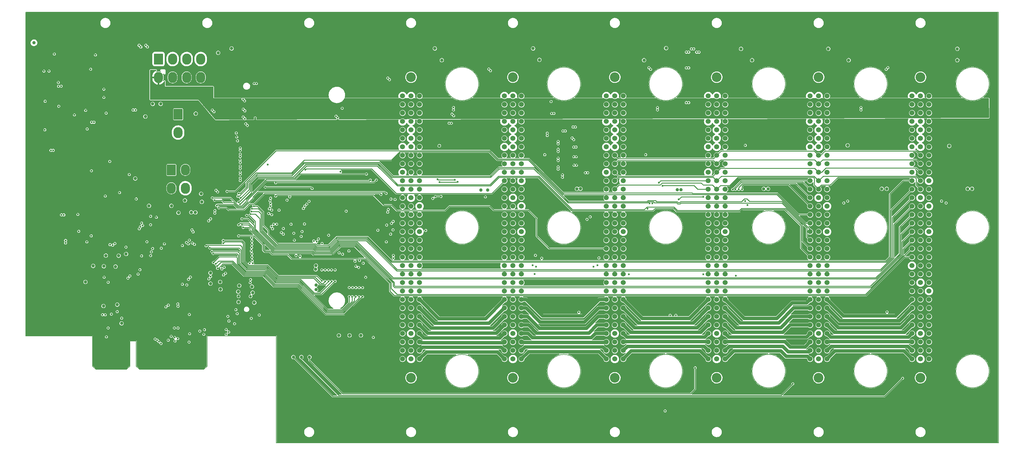
<source format=gbr>
G04 #@! TF.GenerationSoftware,KiCad,Pcbnew,6.0.7-f9a2dced07~116~ubuntu22.04.1*
G04 #@! TF.CreationDate,2023-05-03T15:08:01+01:00*
G04 #@! TF.ProjectId,hiltop_backplane_brd,68696c74-6f70-45f6-9261-636b706c616e,A*
G04 #@! TF.SameCoordinates,Original*
G04 #@! TF.FileFunction,Copper,L4,Inr*
G04 #@! TF.FilePolarity,Positive*
%FSLAX46Y46*%
G04 Gerber Fmt 4.6, Leading zero omitted, Abs format (unit mm)*
G04 Created by KiCad (PCBNEW 6.0.7-f9a2dced07~116~ubuntu22.04.1) date 2023-05-03 15:08:01*
%MOMM*%
%LPD*%
G01*
G04 APERTURE LIST*
G04 Aperture macros list*
%AMRoundRect*
0 Rectangle with rounded corners*
0 $1 Rounding radius*
0 $2 $3 $4 $5 $6 $7 $8 $9 X,Y pos of 4 corners*
0 Add a 4 corners polygon primitive as box body*
4,1,4,$2,$3,$4,$5,$6,$7,$8,$9,$2,$3,0*
0 Add four circle primitives for the rounded corners*
1,1,$1+$1,$2,$3*
1,1,$1+$1,$4,$5*
1,1,$1+$1,$6,$7*
1,1,$1+$1,$8,$9*
0 Add four rect primitives between the rounded corners*
20,1,$1+$1,$2,$3,$4,$5,0*
20,1,$1+$1,$4,$5,$6,$7,0*
20,1,$1+$1,$6,$7,$8,$9,0*
20,1,$1+$1,$8,$9,$2,$3,0*%
G04 Aperture macros list end*
G04 #@! TA.AperFunction,Profile*
%ADD10C,0.150000*%
G04 #@! TD*
G04 #@! TA.AperFunction,ComponentPad*
%ADD11C,2.900680*%
G04 #@! TD*
G04 #@! TA.AperFunction,ComponentPad*
%ADD12C,1.501140*%
G04 #@! TD*
G04 #@! TA.AperFunction,ComponentPad*
%ADD13RoundRect,0.250001X-1.099999X-1.399999X1.099999X-1.399999X1.099999X1.399999X-1.099999X1.399999X0*%
G04 #@! TD*
G04 #@! TA.AperFunction,ComponentPad*
%ADD14O,2.700000X3.300000*%
G04 #@! TD*
G04 #@! TA.AperFunction,ComponentPad*
%ADD15C,1.000000*%
G04 #@! TD*
G04 #@! TA.AperFunction,ViaPad*
%ADD16C,0.600000*%
G04 #@! TD*
G04 #@! TA.AperFunction,ViaPad*
%ADD17C,0.800000*%
G04 #@! TD*
G04 #@! TA.AperFunction,ViaPad*
%ADD18C,1.000000*%
G04 #@! TD*
G04 #@! TA.AperFunction,Conductor*
%ADD19C,0.250000*%
G04 #@! TD*
G04 #@! TA.AperFunction,Conductor*
%ADD20C,1.000000*%
G04 #@! TD*
G04 APERTURE END LIST*
D10*
X179840000Y-50700000D02*
G75*
G03*
X179840000Y-50700000I-5000000J0D01*
G01*
X210320000Y-50700000D02*
G75*
G03*
X210320000Y-50700000I-5000000J0D01*
G01*
X240800000Y-50700000D02*
G75*
G03*
X240800000Y-50700000I-5000000J0D01*
G01*
X210320000Y-93700000D02*
G75*
G03*
X210320000Y-93700000I-5000000J0D01*
G01*
X240800000Y-93700000D02*
G75*
G03*
X240800000Y-93700000I-5000000J0D01*
G01*
X179840000Y-136700000D02*
G75*
G03*
X179840000Y-136700000I-5000000J0D01*
G01*
X210320000Y-136700000D02*
G75*
G03*
X210320000Y-136700000I-5000000J0D01*
G01*
X240800000Y-136700000D02*
G75*
G03*
X240800000Y-136700000I-5000000J0D01*
G01*
X179840000Y-93700000D02*
G75*
G03*
X179840000Y-93700000I-5000000J0D01*
G01*
X271600000Y-136700000D02*
G75*
G03*
X271600000Y-136700000I-5000000J0D01*
G01*
X65300000Y-136200000D02*
X74500000Y-136200000D01*
X75500000Y-135200000D02*
X75500000Y-127700000D01*
X98600000Y-126200000D02*
X119300000Y-126200000D01*
X302080000Y-136700000D02*
G75*
G03*
X302080000Y-136700000I-5000000J0D01*
G01*
X332560000Y-93700000D02*
G75*
G03*
X332560000Y-93700000I-5000000J0D01*
G01*
X75500000Y-135200000D02*
X74500000Y-136200000D01*
X97600000Y-136200000D02*
X98600000Y-135200000D01*
X332560000Y-50700000D02*
G75*
G03*
X332560000Y-50700000I-5000000J0D01*
G01*
X271600000Y-50700000D02*
G75*
G03*
X271600000Y-50700000I-5000000J0D01*
G01*
X302080000Y-93700000D02*
G75*
G03*
X302080000Y-93700000I-5000000J0D01*
G01*
X44300000Y-29200000D02*
X335300000Y-29200000D01*
X64300000Y-135200000D02*
X64300000Y-126200000D01*
X271600000Y-93700000D02*
G75*
G03*
X271600000Y-93700000I-5000000J0D01*
G01*
X332560000Y-136700000D02*
G75*
G03*
X332560000Y-136700000I-5000000J0D01*
G01*
X77400000Y-135200000D02*
X78400000Y-136200000D01*
X119300000Y-136200000D02*
X119300000Y-158200000D01*
X44300000Y-126200000D02*
X44300000Y-29200000D01*
X119300000Y-126200000D02*
X119300000Y-136200000D01*
X78400000Y-136200000D02*
X97600000Y-136200000D01*
X64300000Y-135200000D02*
X65300000Y-136200000D01*
X75500000Y-127700000D02*
X77400000Y-127700000D01*
X98600000Y-135200000D02*
X98600000Y-127700000D01*
X335300000Y-29200000D02*
X335300000Y-158200000D01*
X302080000Y-50700000D02*
G75*
G03*
X302080000Y-50700000I-5000000J0D01*
G01*
X98600000Y-127700000D02*
X98600000Y-126200000D01*
X335300000Y-158200000D02*
X119300000Y-158200000D01*
X77400000Y-127700000D02*
X77400000Y-135200000D01*
X64300000Y-126200000D02*
X44300000Y-126200000D01*
D11*
X159600000Y-48703900D03*
X159600000Y-138696100D03*
D12*
X157060000Y-54330000D03*
X159600000Y-54330000D03*
X162140000Y-54330000D03*
X157060000Y-56870000D03*
X159600000Y-56870000D03*
X162140000Y-56870000D03*
X157060000Y-59410000D03*
X159600000Y-59410000D03*
X162140000Y-59410000D03*
X157060000Y-61950000D03*
X159600000Y-61950000D03*
X162140000Y-61950000D03*
X157060000Y-64490000D03*
X159600000Y-64490000D03*
X162140000Y-64490000D03*
X157060000Y-67030000D03*
X159600000Y-67030000D03*
X162140000Y-67030000D03*
X157060000Y-69570000D03*
X159600000Y-69570000D03*
X162140000Y-69570000D03*
X157060000Y-72110000D03*
X159600000Y-72110000D03*
X162140000Y-72110000D03*
X157060000Y-74650000D03*
X159600000Y-74650000D03*
X162140000Y-74650000D03*
X157060000Y-77190000D03*
X159600000Y-77190000D03*
X162140000Y-77190000D03*
X157060000Y-79730000D03*
X159600000Y-79730000D03*
X162140000Y-79730000D03*
X157060000Y-82270000D03*
X159600000Y-82270000D03*
X162140000Y-82270000D03*
X157060000Y-84810000D03*
X159600000Y-84810000D03*
X162140000Y-84810000D03*
X157060000Y-87350000D03*
X159600000Y-87350000D03*
X162140000Y-87350000D03*
X157060000Y-89890000D03*
X159600000Y-89890000D03*
X162140000Y-89890000D03*
X157060000Y-92430000D03*
X159600000Y-92430000D03*
X162140000Y-92430000D03*
X157060000Y-94970000D03*
X159600000Y-94970000D03*
X162140000Y-94970000D03*
X157060000Y-97510000D03*
X159600000Y-97510000D03*
X162140000Y-97510000D03*
X157060000Y-100050000D03*
X159600000Y-100050000D03*
X162140000Y-100050000D03*
X157060000Y-102590000D03*
X159600000Y-102590000D03*
X162140000Y-102590000D03*
X157060000Y-105130000D03*
X159600000Y-105130000D03*
X162140000Y-105130000D03*
X157060000Y-107670000D03*
X159600000Y-107670000D03*
X162140000Y-107670000D03*
X157060000Y-110210000D03*
X159600000Y-110210000D03*
X162140000Y-110210000D03*
X157060000Y-112750000D03*
X159600000Y-112750000D03*
X162140000Y-112750000D03*
X157060000Y-115290000D03*
X159600000Y-115290000D03*
X162140000Y-115290000D03*
X157060000Y-117830000D03*
X159600000Y-117830000D03*
X162140000Y-117830000D03*
X157060000Y-120370000D03*
X159600000Y-120370000D03*
X162140000Y-120370000D03*
X157060000Y-122910000D03*
X159600000Y-122910000D03*
X162140000Y-122910000D03*
X157060000Y-125450000D03*
X159600000Y-125450000D03*
X162140000Y-125450000D03*
X157060000Y-127990000D03*
X159600000Y-127990000D03*
X162140000Y-127990000D03*
X157060000Y-130530000D03*
X159600000Y-130530000D03*
X162140000Y-130530000D03*
X157060000Y-133070000D03*
X159600000Y-133070000D03*
X162140000Y-133070000D03*
D11*
X190080000Y-138696100D03*
X190080000Y-48703900D03*
D12*
X187540000Y-54330000D03*
X190080000Y-54330000D03*
X192620000Y-54330000D03*
X187540000Y-56870000D03*
X190080000Y-56870000D03*
X192620000Y-56870000D03*
X187540000Y-59410000D03*
X190080000Y-59410000D03*
X192620000Y-59410000D03*
X187540000Y-61950000D03*
X190080000Y-61950000D03*
X192620000Y-61950000D03*
X187540000Y-64490000D03*
X190080000Y-64490000D03*
X192620000Y-64490000D03*
X187540000Y-67030000D03*
X190080000Y-67030000D03*
X192620000Y-67030000D03*
X187540000Y-69570000D03*
X190080000Y-69570000D03*
X192620000Y-69570000D03*
X187540000Y-72110000D03*
X190080000Y-72110000D03*
X192620000Y-72110000D03*
X187540000Y-74650000D03*
X190080000Y-74650000D03*
X192620000Y-74650000D03*
X187540000Y-77190000D03*
X190080000Y-77190000D03*
X192620000Y-77190000D03*
X187540000Y-79730000D03*
X190080000Y-79730000D03*
X192620000Y-79730000D03*
X187540000Y-82270000D03*
X190080000Y-82270000D03*
X192620000Y-82270000D03*
X187540000Y-84810000D03*
X190080000Y-84810000D03*
X192620000Y-84810000D03*
X187540000Y-87350000D03*
X190080000Y-87350000D03*
X192620000Y-87350000D03*
X187540000Y-89890000D03*
X190080000Y-89890000D03*
X192620000Y-89890000D03*
X187540000Y-92430000D03*
X190080000Y-92430000D03*
X192620000Y-92430000D03*
X187540000Y-94970000D03*
X190080000Y-94970000D03*
X192620000Y-94970000D03*
X187540000Y-97510000D03*
X190080000Y-97510000D03*
X192620000Y-97510000D03*
X187540000Y-100050000D03*
X190080000Y-100050000D03*
X192620000Y-100050000D03*
X187540000Y-102590000D03*
X190080000Y-102590000D03*
X192620000Y-102590000D03*
X187540000Y-105130000D03*
X190080000Y-105130000D03*
X192620000Y-105130000D03*
X187540000Y-107670000D03*
X190080000Y-107670000D03*
X192620000Y-107670000D03*
X187540000Y-110210000D03*
X190080000Y-110210000D03*
X192620000Y-110210000D03*
X187540000Y-112750000D03*
X190080000Y-112750000D03*
X192620000Y-112750000D03*
X187540000Y-115290000D03*
X190080000Y-115290000D03*
X192620000Y-115290000D03*
X187540000Y-117830000D03*
X190080000Y-117830000D03*
X192620000Y-117830000D03*
X187540000Y-120370000D03*
X190080000Y-120370000D03*
X192620000Y-120370000D03*
X187540000Y-122910000D03*
X190080000Y-122910000D03*
X192620000Y-122910000D03*
X187540000Y-125450000D03*
X190080000Y-125450000D03*
X192620000Y-125450000D03*
X187540000Y-127990000D03*
X190080000Y-127990000D03*
X192620000Y-127990000D03*
X187540000Y-130530000D03*
X190080000Y-130530000D03*
X192620000Y-130530000D03*
X187540000Y-133070000D03*
X190080000Y-133070000D03*
X192620000Y-133070000D03*
D11*
X220560000Y-48703900D03*
X220560000Y-138696100D03*
D12*
X218020000Y-54330000D03*
X220560000Y-54330000D03*
X223100000Y-54330000D03*
X218020000Y-56870000D03*
X220560000Y-56870000D03*
X223100000Y-56870000D03*
X218020000Y-59410000D03*
X220560000Y-59410000D03*
X223100000Y-59410000D03*
X218020000Y-61950000D03*
X220560000Y-61950000D03*
X223100000Y-61950000D03*
X218020000Y-64490000D03*
X220560000Y-64490000D03*
X223100000Y-64490000D03*
X218020000Y-67030000D03*
X220560000Y-67030000D03*
X223100000Y-67030000D03*
X218020000Y-69570000D03*
X220560000Y-69570000D03*
X223100000Y-69570000D03*
X218020000Y-72110000D03*
X220560000Y-72110000D03*
X223100000Y-72110000D03*
X218020000Y-74650000D03*
X220560000Y-74650000D03*
X223100000Y-74650000D03*
X218020000Y-77190000D03*
X220560000Y-77190000D03*
X223100000Y-77190000D03*
X218020000Y-79730000D03*
X220560000Y-79730000D03*
X223100000Y-79730000D03*
X218020000Y-82270000D03*
X220560000Y-82270000D03*
X223100000Y-82270000D03*
X218020000Y-84810000D03*
X220560000Y-84810000D03*
X223100000Y-84810000D03*
X218020000Y-87350000D03*
X220560000Y-87350000D03*
X223100000Y-87350000D03*
X218020000Y-89890000D03*
X220560000Y-89890000D03*
X223100000Y-89890000D03*
X218020000Y-92430000D03*
X220560000Y-92430000D03*
X223100000Y-92430000D03*
X218020000Y-94970000D03*
X220560000Y-94970000D03*
X223100000Y-94970000D03*
X218020000Y-97510000D03*
X220560000Y-97510000D03*
X223100000Y-97510000D03*
X218020000Y-100050000D03*
X220560000Y-100050000D03*
X223100000Y-100050000D03*
X218020000Y-102590000D03*
X220560000Y-102590000D03*
X223100000Y-102590000D03*
X218020000Y-105130000D03*
X220560000Y-105130000D03*
X223100000Y-105130000D03*
X218020000Y-107670000D03*
X220560000Y-107670000D03*
X223100000Y-107670000D03*
X218020000Y-110210000D03*
X220560000Y-110210000D03*
X223100000Y-110210000D03*
X218020000Y-112750000D03*
X220560000Y-112750000D03*
X223100000Y-112750000D03*
X218020000Y-115290000D03*
X220560000Y-115290000D03*
X223100000Y-115290000D03*
X218020000Y-117830000D03*
X220560000Y-117830000D03*
X223100000Y-117830000D03*
X218020000Y-120370000D03*
X220560000Y-120370000D03*
X223100000Y-120370000D03*
X218020000Y-122910000D03*
X220560000Y-122910000D03*
X223100000Y-122910000D03*
X218020000Y-125450000D03*
X220560000Y-125450000D03*
X223100000Y-125450000D03*
X218020000Y-127990000D03*
X220560000Y-127990000D03*
X223100000Y-127990000D03*
X218020000Y-130530000D03*
X220560000Y-130530000D03*
X223100000Y-130530000D03*
X218020000Y-133070000D03*
X220560000Y-133070000D03*
X223100000Y-133070000D03*
D13*
X84074000Y-43268000D03*
D14*
X88274000Y-43268000D03*
X92474000Y-43268000D03*
X96674000Y-43268000D03*
X84074000Y-48768000D03*
X88274000Y-48768000D03*
X92474000Y-48768000D03*
X96674000Y-48768000D03*
D13*
X89916000Y-59778000D03*
D14*
X89916000Y-65278000D03*
D13*
X87884000Y-76454000D03*
D14*
X92084000Y-76454000D03*
X87884000Y-81954000D03*
X92084000Y-81954000D03*
D15*
X67600000Y-117200000D03*
X71700000Y-116800000D03*
X62200000Y-110000000D03*
X73000000Y-122400000D03*
X138000000Y-126000000D03*
X141200000Y-126000000D03*
X144600000Y-126000000D03*
X68300000Y-102100000D03*
X67700000Y-105300000D03*
X64500000Y-105200000D03*
X71200000Y-105400000D03*
X102600000Y-112200000D03*
X102500000Y-110000000D03*
X99600000Y-110500000D03*
X77090000Y-79040000D03*
X99600000Y-107300000D03*
X81200000Y-87200000D03*
X72130000Y-102140000D03*
X74350000Y-101620000D03*
X46800000Y-38400000D03*
X101900000Y-41400000D03*
X95200000Y-59600000D03*
X82300000Y-56700000D03*
X84700000Y-56700000D03*
X80120000Y-60470000D03*
X87900000Y-87200000D03*
X96800000Y-83600000D03*
X97010000Y-86030000D03*
X124400000Y-132500000D03*
D11*
X251040000Y-138696100D03*
X251040000Y-48703900D03*
D12*
X248500000Y-54330000D03*
X251040000Y-54330000D03*
X253580000Y-54330000D03*
X248500000Y-56870000D03*
X251040000Y-56870000D03*
X253580000Y-56870000D03*
X248500000Y-59410000D03*
X251040000Y-59410000D03*
X253580000Y-59410000D03*
X248500000Y-61950000D03*
X251040000Y-61950000D03*
X253580000Y-61950000D03*
X248500000Y-64490000D03*
X251040000Y-64490000D03*
X253580000Y-64490000D03*
X248500000Y-67030000D03*
X251040000Y-67030000D03*
X253580000Y-67030000D03*
X248500000Y-69570000D03*
X251040000Y-69570000D03*
X253580000Y-69570000D03*
X248500000Y-72110000D03*
X251040000Y-72110000D03*
X253580000Y-72110000D03*
X248500000Y-74650000D03*
X251040000Y-74650000D03*
X253580000Y-74650000D03*
X248500000Y-77190000D03*
X251040000Y-77190000D03*
X253580000Y-77190000D03*
X248500000Y-79730000D03*
X251040000Y-79730000D03*
X253580000Y-79730000D03*
X248500000Y-82270000D03*
X251040000Y-82270000D03*
X253580000Y-82270000D03*
X248500000Y-84810000D03*
X251040000Y-84810000D03*
X253580000Y-84810000D03*
X248500000Y-87350000D03*
X251040000Y-87350000D03*
X253580000Y-87350000D03*
X248500000Y-89890000D03*
X251040000Y-89890000D03*
X253580000Y-89890000D03*
X248500000Y-92430000D03*
X251040000Y-92430000D03*
X253580000Y-92430000D03*
X248500000Y-94970000D03*
X251040000Y-94970000D03*
X253580000Y-94970000D03*
X248500000Y-97510000D03*
X251040000Y-97510000D03*
X253580000Y-97510000D03*
X248500000Y-100050000D03*
X251040000Y-100050000D03*
X253580000Y-100050000D03*
X248500000Y-102590000D03*
X251040000Y-102590000D03*
X253580000Y-102590000D03*
X248500000Y-105130000D03*
X251040000Y-105130000D03*
X253580000Y-105130000D03*
X248500000Y-107670000D03*
X251040000Y-107670000D03*
X253580000Y-107670000D03*
X248500000Y-110210000D03*
X251040000Y-110210000D03*
X253580000Y-110210000D03*
X248500000Y-112750000D03*
X251040000Y-112750000D03*
X253580000Y-112750000D03*
X248500000Y-115290000D03*
X251040000Y-115290000D03*
X253580000Y-115290000D03*
X248500000Y-117830000D03*
X251040000Y-117830000D03*
X253580000Y-117830000D03*
X248500000Y-120370000D03*
X251040000Y-120370000D03*
X253580000Y-120370000D03*
X248500000Y-122910000D03*
X251040000Y-122910000D03*
X253580000Y-122910000D03*
X248500000Y-125450000D03*
X251040000Y-125450000D03*
X253580000Y-125450000D03*
X248500000Y-127990000D03*
X251040000Y-127990000D03*
X253580000Y-127990000D03*
X248500000Y-130530000D03*
X251040000Y-130530000D03*
X253580000Y-130530000D03*
X248500000Y-133070000D03*
X251040000Y-133070000D03*
X253580000Y-133070000D03*
D15*
X129200000Y-132500000D03*
D11*
X312000000Y-138696100D03*
X312000000Y-48703900D03*
D12*
X309460000Y-54330000D03*
X312000000Y-54330000D03*
X314540000Y-54330000D03*
X309460000Y-56870000D03*
X312000000Y-56870000D03*
X314540000Y-56870000D03*
X309460000Y-59410000D03*
X312000000Y-59410000D03*
X314540000Y-59410000D03*
X309460000Y-61950000D03*
X312000000Y-61950000D03*
X314540000Y-61950000D03*
X309460000Y-64490000D03*
X312000000Y-64490000D03*
X314540000Y-64490000D03*
X309460000Y-67030000D03*
X312000000Y-67030000D03*
X314540000Y-67030000D03*
X309460000Y-69570000D03*
X312000000Y-69570000D03*
X314540000Y-69570000D03*
X309460000Y-72110000D03*
X312000000Y-72110000D03*
X314540000Y-72110000D03*
X309460000Y-74650000D03*
X312000000Y-74650000D03*
X314540000Y-74650000D03*
X309460000Y-77190000D03*
X312000000Y-77190000D03*
X314540000Y-77190000D03*
X309460000Y-79730000D03*
X312000000Y-79730000D03*
X314540000Y-79730000D03*
X309460000Y-82270000D03*
X312000000Y-82270000D03*
X314540000Y-82270000D03*
X309460000Y-84810000D03*
X312000000Y-84810000D03*
X314540000Y-84810000D03*
X309460000Y-87350000D03*
X312000000Y-87350000D03*
X314540000Y-87350000D03*
X309460000Y-89890000D03*
X312000000Y-89890000D03*
X314540000Y-89890000D03*
X309460000Y-92430000D03*
X312000000Y-92430000D03*
X314540000Y-92430000D03*
X309460000Y-94970000D03*
X312000000Y-94970000D03*
X314540000Y-94970000D03*
X309460000Y-97510000D03*
X312000000Y-97510000D03*
X314540000Y-97510000D03*
X309460000Y-100050000D03*
X312000000Y-100050000D03*
X314540000Y-100050000D03*
X309460000Y-102590000D03*
X312000000Y-102590000D03*
X314540000Y-102590000D03*
X309460000Y-105130000D03*
X312000000Y-105130000D03*
X314540000Y-105130000D03*
X309460000Y-107670000D03*
X312000000Y-107670000D03*
X314540000Y-107670000D03*
X309460000Y-110210000D03*
X312000000Y-110210000D03*
X314540000Y-110210000D03*
X309460000Y-112750000D03*
X312000000Y-112750000D03*
X314540000Y-112750000D03*
X309460000Y-115290000D03*
X312000000Y-115290000D03*
X314540000Y-115290000D03*
X309460000Y-117830000D03*
X312000000Y-117830000D03*
X314540000Y-117830000D03*
X309460000Y-120370000D03*
X312000000Y-120370000D03*
X314540000Y-120370000D03*
X309460000Y-122910000D03*
X312000000Y-122910000D03*
X314540000Y-122910000D03*
X309460000Y-125450000D03*
X312000000Y-125450000D03*
X314540000Y-125450000D03*
X309460000Y-127990000D03*
X312000000Y-127990000D03*
X314540000Y-127990000D03*
X309460000Y-130530000D03*
X312000000Y-130530000D03*
X314540000Y-130530000D03*
X309460000Y-133070000D03*
X312000000Y-133070000D03*
X314540000Y-133070000D03*
D11*
X281520000Y-138696100D03*
X281520000Y-48703900D03*
D12*
X278980000Y-54330000D03*
X281520000Y-54330000D03*
X284060000Y-54330000D03*
X278980000Y-56870000D03*
X281520000Y-56870000D03*
X284060000Y-56870000D03*
X278980000Y-59410000D03*
X281520000Y-59410000D03*
X284060000Y-59410000D03*
X278980000Y-61950000D03*
X281520000Y-61950000D03*
X284060000Y-61950000D03*
X278980000Y-64490000D03*
X281520000Y-64490000D03*
X284060000Y-64490000D03*
X278980000Y-67030000D03*
X281520000Y-67030000D03*
X284060000Y-67030000D03*
X278980000Y-69570000D03*
X281520000Y-69570000D03*
X284060000Y-69570000D03*
X278980000Y-72110000D03*
X281520000Y-72110000D03*
X284060000Y-72110000D03*
X278980000Y-74650000D03*
X281520000Y-74650000D03*
X284060000Y-74650000D03*
X278980000Y-77190000D03*
X281520000Y-77190000D03*
X284060000Y-77190000D03*
X278980000Y-79730000D03*
X281520000Y-79730000D03*
X284060000Y-79730000D03*
X278980000Y-82270000D03*
X281520000Y-82270000D03*
X284060000Y-82270000D03*
X278980000Y-84810000D03*
X281520000Y-84810000D03*
X284060000Y-84810000D03*
X278980000Y-87350000D03*
X281520000Y-87350000D03*
X284060000Y-87350000D03*
X278980000Y-89890000D03*
X281520000Y-89890000D03*
X284060000Y-89890000D03*
X278980000Y-92430000D03*
X281520000Y-92430000D03*
X284060000Y-92430000D03*
X278980000Y-94970000D03*
X281520000Y-94970000D03*
X284060000Y-94970000D03*
X278980000Y-97510000D03*
X281520000Y-97510000D03*
X284060000Y-97510000D03*
X278980000Y-100050000D03*
X281520000Y-100050000D03*
X284060000Y-100050000D03*
X278980000Y-102590000D03*
X281520000Y-102590000D03*
X284060000Y-102590000D03*
X278980000Y-105130000D03*
X281520000Y-105130000D03*
X284060000Y-105130000D03*
X278980000Y-107670000D03*
X281520000Y-107670000D03*
X284060000Y-107670000D03*
X278980000Y-110210000D03*
X281520000Y-110210000D03*
X284060000Y-110210000D03*
X278980000Y-112750000D03*
X281520000Y-112750000D03*
X284060000Y-112750000D03*
X278980000Y-115290000D03*
X281520000Y-115290000D03*
X284060000Y-115290000D03*
X278980000Y-117830000D03*
X281520000Y-117830000D03*
X284060000Y-117830000D03*
X278980000Y-120370000D03*
X281520000Y-120370000D03*
X284060000Y-120370000D03*
X278980000Y-122910000D03*
X281520000Y-122910000D03*
X284060000Y-122910000D03*
X278980000Y-125450000D03*
X281520000Y-125450000D03*
X284060000Y-125450000D03*
X278980000Y-127990000D03*
X281520000Y-127990000D03*
X284060000Y-127990000D03*
X278980000Y-130530000D03*
X281520000Y-130530000D03*
X284060000Y-130530000D03*
X278980000Y-133070000D03*
X281520000Y-133070000D03*
X284060000Y-133070000D03*
D15*
X126800000Y-132500000D03*
D16*
X316000000Y-49000000D03*
X139000000Y-58000000D03*
X63000000Y-74000000D03*
X62000000Y-102000000D03*
X69000000Y-113000000D03*
X82500000Y-32500000D03*
X72500000Y-32500000D03*
X62500000Y-32500000D03*
X92500000Y-32500000D03*
X102500000Y-32500000D03*
X112500000Y-32500000D03*
X125000000Y-32500000D03*
X135000000Y-32500000D03*
X145000000Y-32500000D03*
X155000000Y-32500000D03*
X165000000Y-32500000D03*
X175000000Y-32500000D03*
X185000000Y-32500000D03*
X195000000Y-32500000D03*
X215000000Y-32500000D03*
X205000000Y-32500000D03*
X236000000Y-32000000D03*
X232500000Y-77500000D03*
X240000000Y-77500000D03*
X232350000Y-142940000D03*
X240000000Y-142500000D03*
X247000000Y-155000000D03*
X225000000Y-155000000D03*
X236000000Y-155000000D03*
X215000000Y-155000000D03*
X195000000Y-155000000D03*
X205000000Y-155000000D03*
X185000000Y-155000000D03*
X165000000Y-155000000D03*
X177500000Y-155000000D03*
X152500000Y-155000000D03*
X132500000Y-155000000D03*
X142500000Y-155000000D03*
X122500000Y-155000000D03*
X122200000Y-129000000D03*
X142500000Y-140000000D03*
X122500000Y-140000000D03*
X60000000Y-120000000D03*
X65070000Y-119100000D03*
X60000000Y-125000000D03*
X52500000Y-125000000D03*
X47500000Y-125000000D03*
X47500000Y-117500000D03*
X47500000Y-110000000D03*
X47500000Y-100000000D03*
X47500000Y-82500000D03*
X47500000Y-72500000D03*
X47500000Y-65000000D03*
X47500000Y-57500000D03*
X45000000Y-57500000D03*
X45000000Y-65000000D03*
X45000000Y-82500000D03*
X45000000Y-100000000D03*
X57500000Y-117500000D03*
X60000000Y-107500000D03*
X55000000Y-100000000D03*
X47500000Y-80000000D03*
X102500000Y-62500000D03*
X85000000Y-62500000D03*
X85000000Y-70000000D03*
X92500000Y-70000000D03*
X84600000Y-87600000D03*
X97900000Y-81700000D03*
X170000000Y-97500000D03*
X167500000Y-92500000D03*
X202400000Y-66700000D03*
X210000000Y-75000000D03*
X170000000Y-75000000D03*
X180000000Y-97500000D03*
X170000000Y-105000000D03*
X180000000Y-105000000D03*
X182500000Y-115000000D03*
X200000000Y-110000000D03*
X212500000Y-110000000D03*
X200000000Y-132500000D03*
X200000000Y-140000000D03*
X217500000Y-142500000D03*
X225000000Y-142500000D03*
X167500000Y-142500000D03*
X102500000Y-70000000D03*
X75000000Y-67500000D03*
X61976000Y-53086000D03*
X60506000Y-51616000D03*
X63446000Y-51616000D03*
X60506000Y-54556000D03*
X63446000Y-54556000D03*
X69450000Y-89770000D03*
X75000000Y-89770000D03*
X69450000Y-95650000D03*
X75000000Y-95650000D03*
X54600000Y-97380000D03*
X179900000Y-142390000D03*
X181490000Y-145230000D03*
X186060000Y-142030000D03*
X72390000Y-92710000D03*
X51400000Y-42600000D03*
X75350000Y-81110000D03*
X104750000Y-87370000D03*
X92057984Y-127242016D03*
X116900000Y-101900000D03*
X116110000Y-102050000D03*
X91600000Y-113800000D03*
D17*
X128800000Y-115800000D03*
D16*
X123900000Y-102000000D03*
X277000000Y-155000000D03*
X297000000Y-155000000D03*
X277300000Y-81800000D03*
X112600000Y-71900000D03*
X295000000Y-114800000D03*
X49200000Y-54400000D03*
X149200000Y-97200000D03*
X126000000Y-68600000D03*
X80000000Y-96550000D03*
X104740000Y-85570000D03*
X67175000Y-84000000D03*
X111600000Y-76500000D03*
X110400000Y-99900000D03*
X208400000Y-119000000D03*
X148200000Y-112400000D03*
X325000000Y-32000000D03*
X104670000Y-74940000D03*
X110400000Y-103500000D03*
X225000000Y-32000000D03*
X78080000Y-95480000D03*
X317000000Y-155000000D03*
X94155191Y-128113421D03*
X74980000Y-87270000D03*
X112970000Y-60920000D03*
X305000000Y-68000000D03*
X111400000Y-74700000D03*
X73020000Y-85550000D03*
X50000000Y-51400000D03*
X90190000Y-128119986D03*
X62080000Y-86090000D03*
X64490000Y-47550000D03*
X117300000Y-104624500D03*
X111600000Y-72700000D03*
X116400000Y-99924501D03*
X241000000Y-90000000D03*
X63220000Y-90270000D03*
X104700000Y-71150000D03*
X72330000Y-73910000D03*
X203800000Y-122899500D03*
X212368761Y-117368761D03*
X290800000Y-115600000D03*
X112780006Y-112300010D03*
X278000000Y-32000000D03*
X110400000Y-98200000D03*
X78910000Y-91070000D03*
D17*
X132400000Y-111800000D03*
D16*
X267000000Y-32000000D03*
X104600000Y-91000000D03*
X98124980Y-127902103D03*
X111699998Y-115200000D03*
X59200000Y-42800000D03*
X116094000Y-89486000D03*
X104730000Y-69390000D03*
X296800000Y-122800000D03*
X65500000Y-66110000D03*
X296000000Y-65000000D03*
X70600000Y-65400000D03*
X104580000Y-92880000D03*
X62820000Y-66380000D03*
X104760000Y-107160000D03*
X62230000Y-82880000D03*
X333000000Y-155000000D03*
X112682461Y-114100022D03*
X63980000Y-125060000D03*
X308000000Y-155000000D03*
X104620000Y-96300000D03*
X71600000Y-60600000D03*
X70220000Y-128240000D03*
X333000000Y-119000000D03*
X116422375Y-92972375D03*
X101200000Y-124800000D03*
X290800000Y-93100000D03*
X116000000Y-110100000D03*
X116003998Y-87686000D03*
X255000000Y-155000000D03*
X119600000Y-96574500D03*
X72950000Y-98170000D03*
X66790000Y-93485010D03*
X67440000Y-128220000D03*
X113400000Y-46400000D03*
X308000000Y-32000000D03*
X65420000Y-86210000D03*
X104070000Y-62180000D03*
X333000000Y-61000000D03*
X47500000Y-32500000D03*
X115996000Y-84086000D03*
X56000000Y-74600000D03*
X104800000Y-115000000D03*
X50800000Y-57400000D03*
X103900000Y-76570000D03*
X104680000Y-72670000D03*
X285000000Y-32000000D03*
X61700000Y-64200000D03*
X333000000Y-140000000D03*
X333000000Y-76000000D03*
X199000000Y-93600000D03*
X211000000Y-85000000D03*
X104700000Y-112000000D03*
X205200000Y-123000000D03*
X284400000Y-50800000D03*
X112900000Y-84700000D03*
X202400000Y-123000000D03*
X104700000Y-113600000D03*
X235800000Y-115200000D03*
X71150000Y-46050000D03*
X316000000Y-32000000D03*
X73240000Y-128180000D03*
X81674990Y-129100000D03*
X259800000Y-94000000D03*
X247000000Y-32000000D03*
X286000000Y-81000000D03*
X104080000Y-63930000D03*
X109800000Y-120800000D03*
X300200000Y-119200000D03*
X333000000Y-44000000D03*
X103800000Y-93300000D03*
X153200000Y-46200000D03*
X295600000Y-122800500D03*
X70357994Y-101697994D03*
X104670000Y-105330000D03*
X228400000Y-93600000D03*
X70600000Y-51800000D03*
X58300000Y-62700000D03*
X333000000Y-32000000D03*
X116100000Y-94800000D03*
X183400000Y-52000000D03*
X303200000Y-115000000D03*
X203110000Y-114860000D03*
X107820000Y-109650000D03*
X224400000Y-49800000D03*
X63080000Y-96190000D03*
X70130000Y-70460000D03*
X87194635Y-128129546D03*
X74500000Y-128040000D03*
X293800000Y-122800000D03*
X116046000Y-85886000D03*
X117100000Y-70000000D03*
X256000000Y-49000000D03*
X266000000Y-155000000D03*
X75434429Y-86354990D03*
X116850000Y-91250000D03*
X114860000Y-52740000D03*
X112990000Y-64290000D03*
X70500000Y-54800000D03*
X201500000Y-56000000D03*
X83751002Y-128491136D03*
X138000000Y-50000000D03*
X150400000Y-132000000D03*
X67490000Y-88240000D03*
X67710000Y-70190000D03*
X99100000Y-102250000D03*
X66740000Y-96900000D03*
X124200000Y-86600000D03*
X104050000Y-54430000D03*
X264200000Y-115800000D03*
X112600000Y-81900000D03*
X301800000Y-89600000D03*
X66310000Y-95470000D03*
X63420000Y-83120000D03*
X136000000Y-123400000D03*
X54400000Y-83600000D03*
X104590000Y-89130000D03*
X116090000Y-103875000D03*
X270700000Y-98500000D03*
X212000000Y-94000000D03*
X200000000Y-46400000D03*
X110400000Y-101800000D03*
X286000000Y-155000000D03*
X116090000Y-71440000D03*
X333000000Y-98000000D03*
X143000000Y-89000000D03*
X255000000Y-32000000D03*
X65860000Y-94260000D03*
X72200000Y-65400000D03*
X297000000Y-32000000D03*
X112960000Y-62790000D03*
X265600000Y-64600000D03*
X75650000Y-101090000D03*
X90940000Y-119680000D03*
X237000000Y-62000000D03*
X69530795Y-98826672D03*
X71000000Y-98469994D03*
X54940000Y-51390000D03*
X51308000Y-46880000D03*
X63920000Y-96190000D03*
X68130000Y-84290000D03*
X81675000Y-92874990D03*
X70347869Y-99003359D03*
X80580000Y-97960000D03*
X72400000Y-83260000D03*
X74320000Y-99570000D03*
X81696239Y-90363761D03*
X64050000Y-62200000D03*
X56250000Y-97600000D03*
X64750000Y-62200000D03*
X56250000Y-98300000D03*
X52550000Y-70600000D03*
X55015775Y-89916020D03*
X55715775Y-89916020D03*
X51850000Y-70600000D03*
X49784000Y-46880000D03*
X54130000Y-51400000D03*
X86275021Y-117485578D03*
X152150000Y-83475500D03*
X259600000Y-85800000D03*
X290214430Y-85785570D03*
X89876628Y-117269949D03*
X318285570Y-85785570D03*
X101450000Y-87100000D03*
X166100000Y-85000000D03*
X319650000Y-86350000D03*
X289050000Y-86350000D03*
X86995807Y-116934461D03*
X102080000Y-87800000D03*
X150600000Y-83800000D03*
X260200000Y-87000000D03*
X89831810Y-116571373D03*
X99043760Y-91713762D03*
X154270000Y-91870000D03*
X212233750Y-91266250D03*
X89870000Y-123790000D03*
X88790000Y-123780000D03*
X99647778Y-91109744D03*
X213200000Y-90500000D03*
X80747488Y-39647488D03*
X243450000Y-40223942D03*
X244150000Y-40223942D03*
X80252512Y-39152512D03*
X78747488Y-39647488D03*
X245050000Y-41202252D03*
X245750000Y-41202252D03*
X78252512Y-39152512D03*
X68985009Y-123783744D03*
X105045105Y-124987583D03*
X111800000Y-120900000D03*
X106800000Y-122500000D03*
X237100000Y-120000500D03*
X104311799Y-124254277D03*
X73025042Y-120825042D03*
X238800000Y-120000500D03*
X107600000Y-119500000D03*
X104300000Y-125700000D03*
X148300000Y-126600000D03*
X104800000Y-120300000D03*
X68459999Y-126440000D03*
X235600000Y-148600000D03*
X69955000Y-119655000D03*
X105103737Y-121689992D03*
X107200000Y-118311915D03*
X71700000Y-118900009D03*
X114200000Y-119900000D03*
X94825010Y-98769359D03*
X94130000Y-98340000D03*
X93200002Y-128000000D03*
X89800365Y-126963620D03*
X94413625Y-95024099D03*
X88898304Y-126632505D03*
X153740000Y-92460000D03*
X94051537Y-94425008D03*
X88991781Y-127674516D03*
X100870000Y-89410000D03*
X100930000Y-88650000D03*
X87846752Y-126295045D03*
X100790000Y-85500000D03*
X86966752Y-127459629D03*
X147400000Y-79500000D03*
X166850000Y-84450000D03*
X168561693Y-84419937D03*
X100130000Y-84820000D03*
X168150000Y-80100000D03*
X146250000Y-77700000D03*
X173500000Y-80000000D03*
X84801013Y-128438481D03*
X172700000Y-79400000D03*
X84174968Y-127901453D03*
X107700000Y-67750000D03*
X167500000Y-79300000D03*
X107450000Y-66600000D03*
X83649958Y-127424357D03*
X107300000Y-65400000D03*
X83034191Y-127091420D03*
X146019997Y-108604990D03*
X67300000Y-119810000D03*
X68100000Y-119850000D03*
D18*
X91948000Y-85598000D03*
D16*
X67700000Y-52300000D03*
X259600000Y-69100000D03*
X50140000Y-55890000D03*
D18*
X290200000Y-69100000D03*
D17*
X168045000Y-69245000D03*
D16*
X54210000Y-57400000D03*
X199600000Y-71900000D03*
X58900000Y-60000000D03*
D18*
X320600000Y-69300000D03*
D16*
X62250000Y-58650000D03*
X62600000Y-98010000D03*
X93270000Y-119740000D03*
X63990000Y-76700000D03*
X302000000Y-119000000D03*
X229800000Y-71900000D03*
D18*
X131170000Y-112290000D03*
D16*
X63760000Y-46300000D03*
X52899998Y-41776500D03*
X54098761Y-50261239D03*
X83410000Y-90650000D03*
X65200000Y-42050000D03*
X93350000Y-125520000D03*
X68390000Y-59460000D03*
X67700000Y-54749500D03*
X209800000Y-119074500D03*
X60198000Y-94842000D03*
X59930000Y-89800000D03*
X75300000Y-77850000D03*
X69460000Y-73910000D03*
X50050000Y-64450000D03*
X77396239Y-85153761D03*
X62700000Y-64200000D03*
D18*
X90020000Y-89270000D03*
X131200000Y-110900000D03*
X131140000Y-105125010D03*
X95095000Y-89175000D03*
X93860000Y-89150002D03*
X131078699Y-106223312D03*
X288400000Y-55900000D03*
X319000000Y-55900000D03*
X196900000Y-56000000D03*
X257800000Y-55900000D03*
X166400000Y-56000000D03*
X227400000Y-56100000D03*
X196100000Y-40100000D03*
X166700000Y-40100000D03*
X323000000Y-40200000D03*
X258300000Y-40200000D03*
X105900000Y-40100000D03*
X235900000Y-40000000D03*
X284400000Y-40200000D03*
X290500000Y-43600000D03*
X198000000Y-43500000D03*
X229300000Y-43600000D03*
X261600000Y-43600000D03*
X168800000Y-43600000D03*
X323000000Y-43600000D03*
X301894500Y-82105500D03*
X240300000Y-82400000D03*
X239223000Y-82423000D03*
X182500000Y-82500000D03*
X266394500Y-82105500D03*
X180500000Y-82500000D03*
X209194500Y-82105500D03*
X326105500Y-82105500D03*
X265105500Y-82105500D03*
X210280000Y-82100000D03*
X327394500Y-82105500D03*
X300394500Y-82105500D03*
D17*
X108000000Y-114300000D03*
X111600000Y-114300000D03*
D18*
X112700000Y-116200000D03*
X108000000Y-116000000D03*
X108200000Y-111100000D03*
X112000000Y-111400000D03*
X107900000Y-112900000D03*
X112200012Y-113200012D03*
D16*
X112000000Y-102600000D03*
X126400000Y-102300000D03*
X134944585Y-96002108D03*
X142100000Y-111685000D03*
X141100000Y-111685000D03*
X154300000Y-102064990D03*
X112000000Y-101600000D03*
X139100000Y-101700000D03*
X136900000Y-106400000D03*
X111800000Y-100700000D03*
X138094990Y-101305010D03*
X111900000Y-99700000D03*
X135800000Y-106400000D03*
X141000000Y-100700000D03*
X142833977Y-103798069D03*
X112100000Y-103600000D03*
X143100000Y-105300000D03*
X143100000Y-111700000D03*
X112200000Y-104400000D03*
X145300000Y-104400000D03*
X144100000Y-111715000D03*
X111300000Y-104400000D03*
X143900000Y-105644990D03*
X145100000Y-111715000D03*
X144169364Y-103573113D03*
X112650000Y-50600000D03*
X183347488Y-46747488D03*
X231247488Y-46347488D03*
X294200000Y-57790000D03*
X172300000Y-57790000D03*
X233300000Y-57790000D03*
X301752512Y-46347488D03*
X172300000Y-58490000D03*
X230752512Y-45852512D03*
X113350000Y-50600000D03*
X302247488Y-45852512D03*
X294200000Y-58490000D03*
X182852512Y-46252512D03*
X233300000Y-58490000D03*
X153147488Y-49447488D03*
X109817488Y-55777488D03*
X152652512Y-48952512D03*
X109322512Y-55282512D03*
X100647488Y-59047488D03*
X137647488Y-60847488D03*
X100152512Y-58552512D03*
X137152512Y-60352512D03*
X112000000Y-98800000D03*
X224800000Y-107700000D03*
X132968731Y-98484833D03*
X256800000Y-108100000D03*
X196530000Y-107670000D03*
X247000000Y-107700000D03*
X134900000Y-106400000D03*
X133900000Y-106400000D03*
X112000000Y-97800000D03*
X131366099Y-97920246D03*
X130487518Y-97725010D03*
X111900000Y-96800000D03*
X132900000Y-106400000D03*
X138500000Y-77000000D03*
X116700000Y-74900000D03*
X154300000Y-102875989D03*
X125200000Y-102100000D03*
X126736817Y-96366043D03*
X152200000Y-98000000D03*
X153500000Y-95700000D03*
X126999980Y-94900024D03*
X152301710Y-92969736D03*
X127712288Y-92638258D03*
X127373003Y-88000000D03*
X152600000Y-89100000D03*
X152797137Y-88285685D03*
X127800000Y-87300000D03*
X128400000Y-86700000D03*
X181850000Y-84550000D03*
X129100000Y-85849929D03*
X127978193Y-76378191D03*
X170980000Y-62470000D03*
X109372512Y-60612512D03*
X109867488Y-61107488D03*
X171680000Y-62470000D03*
X171852512Y-59752512D03*
X109403751Y-58287604D03*
X172347488Y-60247488D03*
X109898727Y-58782580D03*
X110647488Y-63147488D03*
X202350000Y-59560000D03*
X110152512Y-62652512D03*
X201650000Y-59560000D03*
X108500000Y-70600000D03*
X208750000Y-63600000D03*
X108500000Y-69900000D03*
X208050000Y-63600000D03*
X123300000Y-84500000D03*
X154800000Y-85300000D03*
X153600000Y-85200000D03*
X122500000Y-85500000D03*
X149200000Y-79500000D03*
X119092628Y-80307372D03*
X154200000Y-94400000D03*
X124524500Y-95400000D03*
X123700000Y-92700000D03*
X164000000Y-94600000D03*
X131900000Y-97100045D03*
X214200000Y-105400000D03*
X197000000Y-105400000D03*
X124713179Y-97499774D03*
X196000000Y-105000000D03*
X140200000Y-88800000D03*
X120100000Y-88500000D03*
X215400000Y-105000000D03*
X130000000Y-82000000D03*
X198700000Y-102900000D03*
X116000000Y-81600000D03*
X215800000Y-102800000D03*
X119100000Y-84300000D03*
X149684018Y-94524979D03*
X196800000Y-102030011D03*
X121400000Y-94000000D03*
X103400000Y-97600000D03*
X85800000Y-98600000D03*
X132900000Y-109700000D03*
X84874990Y-99902963D03*
X103400000Y-98400000D03*
X133900000Y-109800000D03*
X98300000Y-99200000D03*
X82300000Y-100000000D03*
X134900000Y-109800000D03*
X81900000Y-101000000D03*
X135900000Y-109800000D03*
X99400000Y-99800000D03*
X100000000Y-100900000D03*
X136900000Y-109800000D03*
X81700000Y-102100000D03*
X79000000Y-102200000D03*
X100400000Y-101500000D03*
X141100000Y-114385000D03*
X142000000Y-114385000D03*
X100497037Y-104174990D03*
X78500000Y-106325010D03*
X77954001Y-107654001D03*
X101167701Y-104574990D03*
X143100000Y-114400000D03*
X101613055Y-105226110D03*
X144100000Y-114415000D03*
X75490000Y-108190000D03*
X74900000Y-108874990D03*
X101702627Y-105920368D03*
X145100000Y-114415000D03*
X103700000Y-105600000D03*
X103000000Y-106100000D03*
X104100000Y-107400000D03*
X67800000Y-108600000D03*
X103500000Y-107900000D03*
X69000000Y-110100000D03*
X78613055Y-93485010D03*
X92400000Y-98200000D03*
X92500000Y-110900000D03*
X111600000Y-109300000D03*
X93600001Y-108528102D03*
X79000000Y-92400000D03*
X99640107Y-108414153D03*
X93300000Y-97500000D03*
X91200000Y-99100000D03*
X91200000Y-110700000D03*
X78295497Y-94108847D03*
X111500000Y-110200000D03*
X93000000Y-109200000D03*
X92974990Y-98600000D03*
X99100000Y-109100000D03*
X79300000Y-93100000D03*
X96400000Y-124700000D03*
X244600000Y-135700000D03*
X273800000Y-140500000D03*
X97800000Y-124300000D03*
X306650000Y-138850000D03*
X97600000Y-125700000D03*
X205750000Y-64800000D03*
X200337520Y-66149806D03*
X108500000Y-72400000D03*
X205050000Y-64800000D03*
X108500000Y-71700000D03*
X200337520Y-65449806D03*
X203600000Y-68650000D03*
X208260261Y-67392876D03*
X108500000Y-74200000D03*
X203600000Y-67950000D03*
X108463363Y-73466093D03*
X207765285Y-66897900D03*
X203600000Y-70950000D03*
X108500000Y-76000000D03*
X208950000Y-69612595D03*
X108500000Y-75300000D03*
X203600000Y-70250000D03*
X208250000Y-69612595D03*
X108500000Y-77800000D03*
X203600000Y-73650000D03*
X208992389Y-72526676D03*
X203600000Y-72950000D03*
X208292389Y-72526676D03*
X108500000Y-77100000D03*
X209071496Y-75071680D03*
X203600000Y-76250000D03*
X108500000Y-79600000D03*
X203600000Y-75550000D03*
X208371496Y-75071680D03*
X108500000Y-78900000D03*
X204900000Y-78650000D03*
X101747488Y-83047488D03*
X212450000Y-77300000D03*
X211750000Y-77300000D03*
X101252512Y-82552512D03*
X204900000Y-77950000D03*
X104524500Y-82870878D03*
X108000000Y-83500000D03*
X107800000Y-84350000D03*
X231800000Y-86500000D03*
X117600000Y-84900000D03*
X233750000Y-80250000D03*
X108598436Y-84868913D03*
X230902672Y-86474307D03*
X234850000Y-81200000D03*
X117400000Y-85700000D03*
X108000000Y-86100000D03*
X247050000Y-84475500D03*
X239700000Y-85261070D03*
X230378688Y-88081718D03*
X117600000Y-86500000D03*
X108400000Y-86700000D03*
X117600000Y-87300000D03*
X112600000Y-87300000D03*
X117200000Y-88100000D03*
X112000000Y-88100000D03*
X117925500Y-88479500D03*
X111800000Y-88900000D03*
X117000000Y-89500000D03*
X111600000Y-89700000D03*
X117925500Y-89884394D03*
X110408628Y-90076872D03*
X119400000Y-92700000D03*
X109000000Y-91100000D03*
X118500000Y-92700000D03*
X108000000Y-92900000D03*
X117800000Y-93400000D03*
X255800000Y-82300000D03*
X109000000Y-92900000D03*
X256600000Y-82300000D03*
X118200000Y-94100000D03*
X109400000Y-93700000D03*
X257600000Y-82300000D03*
X120800000Y-95200000D03*
X108000000Y-96199512D03*
X258600000Y-82300000D03*
X121400000Y-95700000D03*
X77150000Y-58500000D03*
X241950000Y-56300000D03*
X241950000Y-45899500D03*
X241950000Y-41200000D03*
X242650000Y-56300000D03*
X76450000Y-58500000D03*
X242650000Y-41200000D03*
X242650000Y-45899500D03*
D19*
X101450000Y-87100000D02*
X101725000Y-86825000D01*
X109355000Y-87945000D02*
X112355000Y-84945000D01*
X113729253Y-83100000D02*
X151774500Y-83100000D01*
X107705051Y-87945000D02*
X109355000Y-87945000D01*
X112355000Y-84474253D02*
X113729253Y-83100000D01*
X106585051Y-86825000D02*
X107705051Y-87945000D01*
X112355000Y-84945000D02*
X112355000Y-84474253D01*
X101725000Y-86825000D02*
X106585051Y-86825000D01*
X151774500Y-83100000D02*
X152150000Y-83475500D01*
X111050000Y-86950000D02*
X109550000Y-88450000D01*
X111050000Y-86750000D02*
X111050000Y-86950000D01*
X109550000Y-88450000D02*
X105000000Y-88450000D01*
X104350000Y-87800000D02*
X102080000Y-87800000D01*
X150341000Y-83541000D02*
X115759000Y-83541000D01*
X150600000Y-83800000D02*
X150341000Y-83541000D01*
X112550000Y-86750000D02*
X111050000Y-86750000D01*
X115759000Y-83541000D02*
X112550000Y-86750000D01*
X105000000Y-88450000D02*
X104350000Y-87800000D01*
D20*
X164184510Y-131025490D02*
X185495490Y-131025490D01*
X162140000Y-133070000D02*
X164184510Y-131025490D01*
X185495490Y-131025490D02*
X187540000Y-133070000D01*
X187540000Y-130530000D02*
X186610000Y-129600000D01*
X186610000Y-129600000D02*
X163070000Y-129600000D01*
X163070000Y-129600000D02*
X162140000Y-130530000D01*
X162800000Y-128200000D02*
X187330000Y-128200000D01*
X187330000Y-128200000D02*
X187540000Y-127990000D01*
X162140000Y-127990000D02*
X162590000Y-127990000D01*
X162590000Y-127990000D02*
X162800000Y-128200000D01*
X163490000Y-126800000D02*
X162140000Y-125450000D01*
X187540000Y-125450000D02*
X186190000Y-126800000D01*
X186190000Y-126800000D02*
X163490000Y-126800000D01*
X164530000Y-125300000D02*
X185150000Y-125300000D01*
X185150000Y-125300000D02*
X187540000Y-122910000D01*
X162140000Y-122910000D02*
X164530000Y-125300000D01*
X184110000Y-123800000D02*
X165570000Y-123800000D01*
X187540000Y-120370000D02*
X184110000Y-123800000D01*
X165570000Y-123800000D02*
X162140000Y-120370000D01*
X182970000Y-122400000D02*
X187540000Y-117830000D01*
X162140000Y-117830000D02*
X166710000Y-122400000D01*
X166710000Y-122400000D02*
X182970000Y-122400000D01*
X187540000Y-115360000D02*
X181900000Y-121000000D01*
X167900000Y-121000000D02*
X162190000Y-115290000D01*
X181900000Y-121000000D02*
X167900000Y-121000000D01*
X198900000Y-120200000D02*
X193990000Y-115290000D01*
X193990000Y-115290000D02*
X192620000Y-115290000D01*
X211000000Y-120200000D02*
X198900000Y-120200000D01*
X218020000Y-115290000D02*
X215910000Y-115290000D01*
X215910000Y-115290000D02*
X211000000Y-120200000D01*
X194030000Y-117830000D02*
X198200000Y-122000000D01*
X215670000Y-117830000D02*
X218020000Y-117830000D01*
X198200000Y-122000000D02*
X211500000Y-122000000D01*
X211500000Y-122000000D02*
X215670000Y-117830000D01*
X192620000Y-117830000D02*
X194030000Y-117830000D01*
X218020000Y-120370000D02*
X215630000Y-120370000D01*
X212100000Y-123900000D02*
X198000000Y-123900000D01*
X215630000Y-120370000D02*
X212100000Y-123900000D01*
X194470000Y-120370000D02*
X192620000Y-120370000D01*
X198000000Y-123900000D02*
X194470000Y-120370000D01*
X197200000Y-125300000D02*
X212800000Y-125300000D01*
X194810000Y-122910000D02*
X197200000Y-125300000D01*
X212800000Y-125300000D02*
X215190000Y-122910000D01*
X215190000Y-122910000D02*
X218020000Y-122910000D01*
X192620000Y-122910000D02*
X194810000Y-122910000D01*
X194650000Y-125450000D02*
X192620000Y-125450000D01*
X214750000Y-125450000D02*
X213500000Y-126700000D01*
X195900000Y-126700000D02*
X194650000Y-125450000D01*
X213500000Y-126700000D02*
X195900000Y-126700000D01*
X218020000Y-125450000D02*
X214750000Y-125450000D01*
X217910000Y-128100000D02*
X192730000Y-128100000D01*
X216990000Y-129500000D02*
X218020000Y-130530000D01*
X193650000Y-129500000D02*
X216990000Y-129500000D01*
X192620000Y-130530000D02*
X193650000Y-129500000D01*
X215850000Y-130900000D02*
X194790000Y-130900000D01*
X218020000Y-133070000D02*
X215850000Y-130900000D01*
X194790000Y-130900000D02*
X192620000Y-133070000D01*
D19*
X282300000Y-81000000D02*
X281520000Y-81780000D01*
X310700000Y-80970000D02*
X310700000Y-79000000D01*
X106505026Y-86250000D02*
X103650000Y-86250000D01*
X147400000Y-79500000D02*
X147137628Y-79762372D01*
X166850000Y-84450000D02*
X168531630Y-84450000D01*
X252210000Y-81100000D02*
X254900000Y-81100000D01*
X116327576Y-79762372D02*
X110719974Y-85369974D01*
X279959397Y-78664371D02*
X280200000Y-78904974D01*
X110719974Y-85369974D02*
X110719974Y-86030026D01*
X110719974Y-86030026D02*
X109155000Y-87595000D01*
X246350000Y-80350000D02*
X234750000Y-80350000D01*
X234100000Y-81000000D02*
X221800000Y-81000000D01*
X234750000Y-80350000D02*
X234100000Y-81000000D01*
X221150000Y-81680000D02*
X220560000Y-82270000D01*
X280200000Y-78904974D02*
X280200000Y-80950000D01*
X285000000Y-81000000D02*
X282300000Y-81000000D01*
X168531630Y-84450000D02*
X168561693Y-84419937D01*
X254900000Y-81100000D02*
X257335629Y-78664371D01*
X251040000Y-82270000D02*
X252210000Y-81100000D01*
X221800000Y-81000000D02*
X221150000Y-81650000D01*
X280200000Y-80950000D02*
X281520000Y-82270000D01*
X312000000Y-82270000D02*
X310700000Y-80970000D01*
X102900000Y-85500000D02*
X100790000Y-85500000D01*
X249770000Y-81000000D02*
X247000000Y-81000000D01*
X251040000Y-82270000D02*
X249770000Y-81000000D01*
X103650000Y-86250000D02*
X102900000Y-85500000D01*
X310400000Y-78700000D02*
X287300000Y-78700000D01*
X109155000Y-87595000D02*
X107850025Y-87595000D01*
X221150000Y-81650000D02*
X221150000Y-81680000D01*
X107850025Y-87595000D02*
X106505026Y-86250000D01*
X147137628Y-79762372D02*
X116327576Y-79762372D01*
X310700000Y-79000000D02*
X310400000Y-78700000D01*
X247000000Y-81000000D02*
X246350000Y-80350000D01*
X257335629Y-78664371D02*
X279959397Y-78664371D01*
X287300000Y-78700000D02*
X285000000Y-81000000D01*
X126408898Y-77700000D02*
X124858898Y-79250000D01*
X221590000Y-78700000D02*
X250010000Y-78700000D01*
X252455629Y-78314371D02*
X251040000Y-79730000D01*
X250010000Y-78700000D02*
X251040000Y-79730000D01*
X146250000Y-77700000D02*
X126408898Y-77700000D01*
X110300000Y-85294974D02*
X110300000Y-85900000D01*
X105570000Y-84820000D02*
X100130000Y-84820000D01*
X281520000Y-79730000D02*
X280104371Y-78314371D01*
X110300000Y-85900000D02*
X108955000Y-87245000D01*
X220560000Y-79730000D02*
X221590000Y-78700000D01*
X116344974Y-79250000D02*
X110300000Y-85294974D01*
X282900000Y-78350000D02*
X310620000Y-78350000D01*
X280104371Y-78314371D02*
X252455629Y-78314371D01*
X108955000Y-87245000D02*
X107995000Y-87245000D01*
X173400000Y-80100000D02*
X173500000Y-80000000D01*
X168150000Y-80100000D02*
X173400000Y-80100000D01*
X310620000Y-78350000D02*
X312000000Y-79730000D01*
X281520000Y-79730000D02*
X282900000Y-78350000D01*
X107995000Y-87245000D02*
X105570000Y-84820000D01*
X124858898Y-79250000D02*
X116344974Y-79250000D01*
X283700000Y-75900000D02*
X282410000Y-77190000D01*
X281520000Y-77190000D02*
X280330000Y-76000000D01*
X282410000Y-77190000D02*
X281520000Y-77190000D01*
X221670000Y-78300000D02*
X220560000Y-77190000D01*
X172700000Y-79400000D02*
X167600000Y-79400000D01*
X251040000Y-77190000D02*
X249930000Y-78300000D01*
X167600000Y-79400000D02*
X167500000Y-79300000D01*
X252230000Y-76000000D02*
X251040000Y-77190000D01*
X280330000Y-76000000D02*
X252230000Y-76000000D01*
X310710000Y-75900000D02*
X283700000Y-75900000D01*
X312000000Y-77190000D02*
X310710000Y-75900000D01*
X249930000Y-78300000D02*
X221670000Y-78300000D01*
X250064430Y-73674430D02*
X221535570Y-73674430D01*
X221535570Y-73674430D02*
X220560000Y-74650000D01*
X282770000Y-73400000D02*
X310750000Y-73400000D01*
X251040000Y-74650000D02*
X250064430Y-73674430D01*
X281520000Y-74650000D02*
X282770000Y-73400000D01*
X251040000Y-74650000D02*
X252290000Y-73400000D01*
X280270000Y-73400000D02*
X281520000Y-74650000D01*
X310750000Y-73400000D02*
X312000000Y-74650000D01*
X252290000Y-73400000D02*
X280270000Y-73400000D01*
X250050000Y-73100000D02*
X221550000Y-73100000D01*
X252350000Y-70800000D02*
X280210000Y-70800000D01*
X251040000Y-72110000D02*
X250050000Y-73100000D01*
X251040000Y-72110000D02*
X252350000Y-70800000D01*
X221550000Y-73100000D02*
X220560000Y-72110000D01*
X283400000Y-70800000D02*
X282090000Y-72110000D01*
X310690000Y-70800000D02*
X283400000Y-70800000D01*
X312000000Y-72110000D02*
X310690000Y-70800000D01*
X280210000Y-70800000D02*
X281520000Y-72110000D01*
X183770000Y-83500000D02*
X155200000Y-83500000D01*
X187540000Y-79730000D02*
X183770000Y-83500000D01*
X155200000Y-83500000D02*
X147800000Y-76100000D01*
X128256384Y-76100000D02*
X127978193Y-76378191D01*
X147800000Y-76100000D02*
X128256384Y-76100000D01*
X119200000Y-80200000D02*
X119092628Y-80307372D01*
X149200000Y-79500000D02*
X148500000Y-80200000D01*
X148500000Y-80200000D02*
X119200000Y-80200000D01*
X116000000Y-81600000D02*
X129600000Y-81600000D01*
X129600000Y-81600000D02*
X130000000Y-82000000D01*
X119100000Y-84300000D02*
X119445000Y-83955000D01*
X197200000Y-96300000D02*
X200950000Y-100050000D01*
X153700000Y-87000000D02*
X155400000Y-88700000D01*
X183100000Y-87300000D02*
X184300000Y-88500000D01*
X194700000Y-88500000D02*
X197200000Y-91000000D01*
X151400000Y-87000000D02*
X153700000Y-87000000D01*
X169700000Y-88700000D02*
X171100000Y-87300000D01*
X184300000Y-88500000D02*
X194700000Y-88500000D01*
X148355000Y-83955000D02*
X151400000Y-87000000D01*
X155400000Y-88700000D02*
X169700000Y-88700000D01*
X200950000Y-100050000D02*
X218020000Y-100050000D01*
X197200000Y-91000000D02*
X197200000Y-96300000D01*
X171100000Y-87300000D02*
X183100000Y-87300000D01*
X119445000Y-83955000D02*
X148355000Y-83955000D01*
X109700000Y-98300000D02*
X109000000Y-97600000D01*
X119848422Y-108200000D02*
X116652915Y-105004484D01*
X116652906Y-105004484D02*
X116648422Y-105000000D01*
X116652915Y-105004484D02*
X116652906Y-105004484D01*
X132900000Y-109700000D02*
X131400000Y-108200000D01*
X109000000Y-97600000D02*
X103400000Y-97600000D01*
X116648422Y-105000000D02*
X110948422Y-105000000D01*
X109700000Y-103751579D02*
X109700000Y-98300000D01*
X110948422Y-105000000D02*
X109700000Y-103751579D01*
X131400000Y-108200000D02*
X119848422Y-108200000D01*
X109350000Y-98450000D02*
X108850000Y-97950000D01*
X116508147Y-105353985D02*
X116459011Y-105353985D01*
X103850000Y-97950000D02*
X103400000Y-98400000D01*
X108850000Y-97950000D02*
X103850000Y-97950000D01*
X119703653Y-108549501D02*
X116508147Y-105353985D01*
X109350000Y-103895848D02*
X109350000Y-98450000D01*
X133900000Y-109800000D02*
X133300000Y-110400000D01*
X132700000Y-110400000D02*
X130849501Y-108549501D01*
X110804153Y-105350000D02*
X109350000Y-103895848D01*
X116455026Y-105350000D02*
X110804153Y-105350000D01*
X130849501Y-108549501D02*
X119703653Y-108549501D01*
X116459011Y-105353985D02*
X116455026Y-105350000D01*
X133300000Y-110400000D02*
X132700000Y-110400000D01*
X110659884Y-105700000D02*
X116310052Y-105700000D01*
X116363379Y-105703486D02*
X119558885Y-108899002D01*
X98300000Y-99200000D02*
X98500000Y-99000000D01*
X116310052Y-105700000D02*
X116313538Y-105703486D01*
X109000000Y-104040117D02*
X110659884Y-105700000D01*
X119558885Y-108899002D02*
X130499002Y-108899002D01*
X116313538Y-105703486D02*
X116363379Y-105703486D01*
X130499002Y-108899002D02*
X132400000Y-110800000D01*
X133900000Y-110800000D02*
X134900000Y-109800000D01*
X98500000Y-99000000D02*
X108500000Y-99000000D01*
X108500000Y-99000000D02*
X109000000Y-99500000D01*
X132400000Y-110800000D02*
X133900000Y-110800000D01*
X109000000Y-99500000D02*
X109000000Y-104040117D01*
X130600000Y-113300000D02*
X132400000Y-113300000D01*
X108650000Y-104184386D02*
X110515615Y-106050000D01*
X126548503Y-109248503D02*
X130600000Y-113300000D01*
X119414117Y-109248503D02*
X126548503Y-109248503D01*
X132400000Y-113300000D02*
X135900000Y-109800000D01*
X108650000Y-100350000D02*
X108650000Y-104184386D01*
X116628089Y-106462470D02*
X119414117Y-109248503D01*
X116218611Y-106052987D02*
X116628089Y-106462466D01*
X116165078Y-106050000D02*
X116168065Y-106052987D01*
X116168065Y-106052987D02*
X116218611Y-106052987D01*
X110515615Y-106050000D02*
X116165078Y-106050000D01*
X99400000Y-99800000D02*
X108100000Y-99800000D01*
X108100000Y-99800000D02*
X108650000Y-100350000D01*
X116628089Y-106462466D02*
X116628089Y-106462470D01*
X116278588Y-106607234D02*
X116278588Y-106607237D01*
X116022592Y-106402488D02*
X116073842Y-106402488D01*
X126403030Y-109598004D02*
X130455026Y-113650000D01*
X136700000Y-109800000D02*
X136900000Y-109800000D01*
X116278588Y-106607237D02*
X116483315Y-106811966D01*
X116073842Y-106402488D02*
X116278588Y-106607234D01*
X107800000Y-100900000D02*
X108300000Y-101400000D01*
X108300000Y-104328655D02*
X110371346Y-106400000D01*
X132850000Y-113650000D02*
X136700000Y-109800000D01*
X108300000Y-101400000D02*
X108300000Y-104328655D01*
X116020104Y-106400000D02*
X116022592Y-106402488D01*
X130455026Y-113650000D02*
X132850000Y-113650000D01*
X119269349Y-109598004D02*
X126403030Y-109598004D01*
X116483315Y-106811966D02*
X116483314Y-106811969D01*
X100000000Y-100900000D02*
X107800000Y-100900000D01*
X110371346Y-106400000D02*
X116020104Y-106400000D01*
X116483314Y-106811969D02*
X119269349Y-109598004D01*
X110227077Y-106750000D02*
X107950000Y-104472924D01*
X115929073Y-106751992D02*
X115877122Y-106751992D01*
X115875130Y-106750000D02*
X110227077Y-106750000D01*
X141100000Y-114385000D02*
X141100000Y-116211460D01*
X126257556Y-109947505D02*
X119124580Y-109947505D01*
X107500000Y-101500000D02*
X100400000Y-101500000D01*
X107950000Y-104472924D02*
X107950000Y-101950000D01*
X116133813Y-106956732D02*
X115929087Y-106752003D01*
X119124580Y-109947505D02*
X116133813Y-106956737D01*
X116133813Y-106956737D02*
X116133813Y-106956732D01*
X115877122Y-106751992D02*
X115875130Y-106750000D01*
X134610051Y-118300000D02*
X126257556Y-109947505D01*
X141100000Y-116211460D02*
X139011460Y-118300000D01*
X115929087Y-106752003D02*
X115929073Y-106751992D01*
X139011460Y-118300000D02*
X134610051Y-118300000D01*
X107950000Y-101950000D02*
X107500000Y-101500000D01*
X115784312Y-107101501D02*
X115784304Y-107101497D01*
X107600000Y-104617193D02*
X107600000Y-102800000D01*
X102172027Y-102500000D02*
X100497037Y-104174990D01*
X107300000Y-102500000D02*
X102172027Y-102500000D01*
X115731653Y-107101497D02*
X115730156Y-107100000D01*
X118979811Y-110297005D02*
X115887503Y-107204696D01*
X107600000Y-102800000D02*
X107300000Y-102500000D01*
X115784304Y-107101497D02*
X115731653Y-107101497D01*
X110082808Y-107100000D02*
X107600000Y-104617193D01*
X115887503Y-107204696D02*
X115784312Y-107101501D01*
X142000000Y-114385000D02*
X142000000Y-115805730D01*
X126097005Y-110297005D02*
X118979811Y-110297005D01*
X115730156Y-107100000D02*
X110082808Y-107100000D01*
X134451497Y-118651497D02*
X126097005Y-110297005D01*
X142000000Y-115805730D02*
X139154233Y-118651497D01*
X139154233Y-118651497D02*
X134451497Y-118651497D01*
X102042691Y-103700000D02*
X106188538Y-103700000D01*
X115639537Y-107450999D02*
X118835042Y-110646505D01*
X115585182Y-107450000D02*
X115586180Y-107450998D01*
X101167701Y-104574990D02*
X102042691Y-103700000D01*
X118835042Y-110646505D02*
X125946506Y-110646506D01*
X109938539Y-107450000D02*
X115585182Y-107450000D01*
X115586180Y-107450998D02*
X115639537Y-107450999D01*
X139299002Y-119000998D02*
X142600000Y-115700000D01*
X142600000Y-115700000D02*
X142600000Y-114900000D01*
X142600000Y-114900000D02*
X143100000Y-114400000D01*
X106188538Y-103700000D02*
X109938539Y-107450000D01*
X134300998Y-119000998D02*
X139299002Y-119000998D01*
X125946506Y-110646506D02*
X134300998Y-119000998D01*
X106044270Y-104050000D02*
X102789165Y-104050000D01*
X139449501Y-119350499D02*
X134150499Y-119350499D01*
X102789165Y-104050000D02*
X101613055Y-105226110D01*
X115411246Y-107800499D02*
X115410747Y-107800000D01*
X109794270Y-107800000D02*
X106044270Y-104050000D01*
X115494768Y-107800499D02*
X115411246Y-107800499D01*
X144100000Y-114415000D02*
X144100000Y-114700000D01*
X144100000Y-114700000D02*
X139449501Y-119350499D01*
X134150499Y-119350499D02*
X125796006Y-110996006D01*
X118690274Y-110996006D02*
X115494768Y-107800499D01*
X125796006Y-110996006D02*
X118690274Y-110996006D01*
X115410747Y-107800000D02*
X109794270Y-107800000D01*
X109650000Y-108150000D02*
X115350000Y-108150000D01*
X125645507Y-111345507D02*
X134000000Y-119700000D01*
X144885000Y-114415000D02*
X145100000Y-114415000D01*
X118545506Y-111345507D02*
X125645507Y-111345507D01*
X115350000Y-108150000D02*
X118545506Y-111345507D01*
X106100000Y-104600000D02*
X109650000Y-108150000D01*
X101702627Y-105920368D02*
X101979632Y-105920368D01*
X103300000Y-104600000D02*
X106100000Y-104600000D01*
X101979632Y-105920368D02*
X103300000Y-104600000D01*
X134000000Y-119700000D02*
X139600000Y-119700000D01*
X139600000Y-119700000D02*
X144885000Y-114415000D01*
D20*
X223100000Y-115290000D02*
X228710000Y-120900000D01*
X228710000Y-120900000D02*
X242890000Y-120900000D01*
X242890000Y-120900000D02*
X248500000Y-115290000D01*
X244030000Y-122300000D02*
X248500000Y-117830000D01*
X227570000Y-122300000D02*
X244030000Y-122300000D01*
X223100000Y-117830000D02*
X227570000Y-122300000D01*
X226430000Y-123700000D02*
X245170000Y-123700000D01*
X223100000Y-120370000D02*
X226430000Y-123700000D01*
X245170000Y-123700000D02*
X248500000Y-120370000D01*
X223100000Y-122910000D02*
X225290000Y-125100000D01*
X225290000Y-125100000D02*
X246310000Y-125100000D01*
X246310000Y-125100000D02*
X248500000Y-122910000D01*
X223100000Y-125450000D02*
X224150000Y-126500000D01*
X247450000Y-126500000D02*
X248500000Y-125450000D01*
X224150000Y-126500000D02*
X247450000Y-126500000D01*
X223190000Y-127900000D02*
X248410000Y-127900000D01*
X247270000Y-129300000D02*
X248500000Y-130530000D01*
X223100000Y-130530000D02*
X224330000Y-129300000D01*
X224330000Y-129300000D02*
X247270000Y-129300000D01*
X223100000Y-133000000D02*
X225400000Y-130700000D01*
X225400000Y-130700000D02*
X246130000Y-130700000D01*
X246130000Y-130700000D02*
X248500000Y-133070000D01*
D19*
X139185000Y-143485000D02*
X243215000Y-143485000D01*
X243215000Y-143485000D02*
X244600000Y-142100000D01*
X129200000Y-133500000D02*
X139185000Y-143485000D01*
X129200000Y-132500000D02*
X129200000Y-133500000D01*
X244600000Y-142100000D02*
X244600000Y-135700000D01*
X270350000Y-143950000D02*
X137950000Y-143950000D01*
X273800000Y-140500000D02*
X270350000Y-143950000D01*
X137950000Y-143950000D02*
X126800000Y-132800000D01*
X124400000Y-132500000D02*
X136200000Y-144300000D01*
X301200000Y-144300000D02*
X306650000Y-138850000D01*
X136200000Y-144300000D02*
X301200000Y-144300000D01*
X107029122Y-82870878D02*
X119200000Y-70700000D01*
X119200000Y-70700000D02*
X183100000Y-70700000D01*
X243615570Y-83300000D02*
X243800000Y-83484430D01*
X205003665Y-83300000D02*
X243615570Y-83300000D01*
X201501833Y-79798168D02*
X205188095Y-83484430D01*
X104524500Y-82870878D02*
X107029122Y-82870878D01*
X185550000Y-73150000D02*
X194853665Y-73150000D01*
X194853665Y-73150000D02*
X205003665Y-83300000D01*
X269184430Y-83484430D02*
X275590000Y-89890000D01*
X194853666Y-73150000D02*
X201501833Y-79798168D01*
X183100000Y-70700000D02*
X185550000Y-73150000D01*
X243800000Y-83484430D02*
X269184430Y-83484430D01*
X275590000Y-89890000D02*
X278980000Y-89890000D01*
X194708691Y-73500000D02*
X205043121Y-83834430D01*
X185400000Y-73500000D02*
X194708691Y-73500000D01*
X110400000Y-81594974D02*
X110400000Y-80200000D01*
X108494974Y-83500000D02*
X110400000Y-81594974D01*
X110400000Y-80200000D02*
X113294974Y-77305026D01*
X182950000Y-71050000D02*
X185400000Y-73500000D01*
X113294974Y-77305026D02*
X123805026Y-77305026D01*
X269029404Y-83834430D02*
X277624974Y-92430000D01*
X205043121Y-83834430D02*
X269029404Y-83834430D01*
X123805026Y-77305026D02*
X127610052Y-73500000D01*
X153694974Y-73500000D02*
X156144974Y-71050000D01*
X156144974Y-71050000D02*
X182950000Y-71050000D01*
X108000000Y-83500000D02*
X108494974Y-83500000D01*
X277624974Y-92430000D02*
X278980000Y-92430000D01*
X127610052Y-73500000D02*
X153694974Y-73500000D01*
X150000000Y-74150000D02*
X154150000Y-78300000D01*
X127455026Y-74150000D02*
X150000000Y-74150000D01*
X232705000Y-85605000D02*
X233050000Y-85950000D01*
X185855026Y-75750000D02*
X196463717Y-75750000D01*
X260100000Y-85100000D02*
X260850000Y-85850000D01*
X259300000Y-85100000D02*
X260100000Y-85100000D01*
X110750000Y-80400000D02*
X111189949Y-79960051D01*
X154150000Y-78300000D02*
X183305026Y-78300000D01*
X231313361Y-85600306D02*
X231318054Y-85605000D01*
X239917256Y-86249000D02*
X240216256Y-85950000D01*
X206663717Y-85950000D02*
X230190953Y-85950000D01*
X230190953Y-85950000D02*
X230540648Y-85600306D01*
X111189949Y-79960051D02*
X111255025Y-79960051D01*
X113560050Y-77655026D02*
X123950000Y-77655026D01*
X239183744Y-85950000D02*
X239482744Y-86249000D01*
X230540648Y-85600306D02*
X231313361Y-85600306D01*
X240216256Y-85950000D02*
X258450000Y-85950000D01*
X107800000Y-84350000D02*
X108139948Y-84350000D01*
X111255025Y-79960051D02*
X113560050Y-77655026D01*
X110750000Y-81739948D02*
X110750000Y-80400000D01*
X239482744Y-86249000D02*
X239917256Y-86249000D01*
X260850000Y-85850000D02*
X270550000Y-85850000D01*
X183305026Y-78300000D02*
X185855026Y-75750000D01*
X233050000Y-85950000D02*
X239183744Y-85950000D01*
X278980000Y-94280000D02*
X278980000Y-94970000D01*
X123950000Y-77655026D02*
X127455026Y-74150000D01*
X108139948Y-84350000D02*
X110750000Y-81739948D01*
X258450000Y-85950000D02*
X259300000Y-85100000D01*
X270550000Y-85850000D02*
X278980000Y-94280000D01*
X196463717Y-75750000D02*
X206663717Y-85950000D01*
X231318054Y-85605000D02*
X232705000Y-85605000D01*
X248500000Y-79730000D02*
X234270000Y-79730000D01*
X234270000Y-79730000D02*
X233750000Y-80250000D01*
X240062025Y-86598501D02*
X240286096Y-86374430D01*
X153919201Y-78700000D02*
X183400000Y-78700000D01*
X108598436Y-84868913D02*
X111100000Y-82367349D01*
X240286096Y-86374430D02*
X270569405Y-86374430D01*
X149719201Y-74500000D02*
X153919201Y-78700000D01*
X239337976Y-86598501D02*
X240062025Y-86598501D01*
X231168592Y-85949807D02*
X231173785Y-85955000D01*
X111100000Y-80610051D02*
X113510051Y-78200000D01*
X230378172Y-86300000D02*
X230378172Y-86257051D01*
X278004430Y-96534430D02*
X278980000Y-97510000D01*
X183400000Y-78700000D02*
X186000000Y-76100000D01*
X230685416Y-85949807D02*
X231168592Y-85949807D01*
X270569405Y-86374430D02*
X278004430Y-93809455D01*
X239039474Y-86300000D02*
X239337976Y-86598501D01*
X127600000Y-74500000D02*
X149719201Y-74500000D01*
X113510051Y-78200000D02*
X123900000Y-78200000D01*
X196318743Y-76100000D02*
X206518743Y-86300000D01*
X232025747Y-85955000D02*
X232370747Y-86300000D01*
X231173785Y-85955000D02*
X232025747Y-85955000D01*
X186000000Y-76100000D02*
X196318743Y-76100000D01*
X111100000Y-82367349D02*
X111100000Y-80610051D01*
X230378172Y-86257051D02*
X230685416Y-85949807D01*
X206518743Y-86300000D02*
X230378172Y-86300000D01*
X123900000Y-78200000D02*
X127600000Y-74500000D01*
X278004430Y-93809455D02*
X278004430Y-96534430D01*
X232370747Y-86300000D02*
X239039474Y-86300000D01*
X245370000Y-82270000D02*
X244200000Y-81100000D01*
X234950000Y-81100000D02*
X244200000Y-81100000D01*
X234950000Y-81100000D02*
X234850000Y-81200000D01*
X248500000Y-82270000D02*
X245370000Y-82270000D01*
X257855025Y-88550000D02*
X239244270Y-88550000D01*
X113655025Y-78550000D02*
X111450000Y-80755026D01*
X124384280Y-78550000D02*
X113655025Y-78550000D01*
X276549501Y-92849501D02*
X271650000Y-87950000D01*
X155625225Y-80900998D02*
X149624227Y-74900000D01*
X238249270Y-87555000D02*
X230145000Y-87555000D01*
X149624227Y-74900000D02*
X128034280Y-74900000D01*
X197844270Y-78350000D02*
X185750000Y-78350000D01*
X111450000Y-80755026D02*
X111450000Y-82788096D01*
X229350000Y-88350000D02*
X207844270Y-88350000D01*
X276549501Y-97619501D02*
X276549501Y-92849501D01*
X128034280Y-74900000D02*
X124384280Y-78550000D01*
X207844270Y-88350000D02*
X197844270Y-78350000D01*
X239244270Y-88550000D02*
X238249270Y-87555000D01*
X258455025Y-87950000D02*
X257855025Y-88550000D01*
X271650000Y-87950000D02*
X258455025Y-87950000D01*
X183199002Y-80900998D02*
X155625225Y-80900998D01*
X108138096Y-86100000D02*
X108000000Y-86100000D01*
X230145000Y-87555000D02*
X229350000Y-88350000D01*
X111450000Y-82788096D02*
X108138096Y-86100000D01*
X185750000Y-78350000D02*
X183199002Y-80900998D01*
X278980000Y-100050000D02*
X276549501Y-97619501D01*
X240485570Y-84475500D02*
X239700000Y-85261070D01*
X247050000Y-84475500D02*
X240485570Y-84475500D01*
X276200000Y-99810000D02*
X278980000Y-102590000D01*
X258000000Y-88900000D02*
X258600000Y-88300000D01*
X231900000Y-88700000D02*
X232600000Y-88000000D01*
X183349501Y-81250499D02*
X185900000Y-78700000D01*
X124714628Y-78900000D02*
X128314628Y-75300000D01*
X111800000Y-83300000D02*
X111800000Y-80900000D01*
X149529253Y-75300000D02*
X155479752Y-81250499D01*
X232600000Y-88000000D02*
X238200000Y-88000000D01*
X238200000Y-88000000D02*
X239100000Y-88900000D01*
X113800000Y-78900000D02*
X124714628Y-78900000D01*
X128314628Y-75300000D02*
X149529253Y-75300000D01*
X197700000Y-78700000D02*
X207700000Y-88700000D01*
X239100000Y-88900000D02*
X258000000Y-88900000D01*
X258600000Y-88300000D02*
X271400000Y-88300000D01*
X108400000Y-86700000D02*
X111800000Y-83300000D01*
X155479752Y-81250499D02*
X183349501Y-81250499D01*
X185900000Y-78700000D02*
X197700000Y-78700000D01*
X207700000Y-88700000D02*
X231900000Y-88700000D01*
X271400000Y-88300000D02*
X276200000Y-93100000D01*
X111800000Y-80900000D02*
X113800000Y-78900000D01*
X276200000Y-93100000D02*
X276200000Y-99810000D01*
X115400000Y-93070747D02*
X115400000Y-89100000D01*
X119750000Y-98550000D02*
X116864627Y-95664627D01*
X306770000Y-79730000D02*
X302800000Y-83700000D01*
X131050000Y-98550000D02*
X119750000Y-98550000D01*
X134790167Y-99109833D02*
X131609833Y-99109833D01*
X116864627Y-95664627D02*
X116864627Y-94535373D01*
X115400000Y-89100000D02*
X113600000Y-87300000D01*
X116864627Y-94535373D02*
X115400000Y-93070747D01*
X302800000Y-83700000D02*
X302800000Y-102500000D01*
X301550000Y-103750000D02*
X153850000Y-103750000D01*
X146655045Y-96555045D02*
X137344955Y-96555045D01*
X131609833Y-99109833D02*
X131050000Y-98550000D01*
X309460000Y-79730000D02*
X306770000Y-79730000D01*
X113600000Y-87300000D02*
X112600000Y-87300000D01*
X302800000Y-102500000D02*
X301550000Y-103750000D01*
X137344955Y-96555045D02*
X134790167Y-99109833D01*
X153850000Y-103750000D02*
X146655045Y-96555045D01*
X303200000Y-88530000D02*
X309460000Y-82270000D01*
X303200000Y-102645840D02*
X303200000Y-88530000D01*
X134891980Y-99502994D02*
X137489929Y-96905045D01*
X130905025Y-98900000D02*
X131508019Y-99502994D01*
X137489929Y-96905045D02*
X146510071Y-96905045D01*
X301745840Y-104100000D02*
X303200000Y-102645840D01*
X113905026Y-88100000D02*
X115050000Y-89244974D01*
X131508019Y-99502994D02*
X134891980Y-99502994D01*
X112000000Y-88100000D02*
X113905026Y-88100000D01*
X153705026Y-104100000D02*
X301745840Y-104100000D01*
X115050000Y-89244974D02*
X115050000Y-94520747D01*
X119429253Y-98900000D02*
X130905025Y-98900000D01*
X146510071Y-96905045D02*
X153705026Y-104100000D01*
X115050000Y-94520747D02*
X119429253Y-98900000D01*
X114700000Y-94665722D02*
X114700000Y-89600000D01*
X155410052Y-106300000D02*
X146365097Y-97255045D01*
X134747006Y-99852994D02*
X134746507Y-99852495D01*
X137789605Y-97265440D02*
X137624509Y-97265439D01*
X114700000Y-89600000D02*
X114000000Y-88900000D01*
X131362546Y-99852495D02*
X130760050Y-99250000D01*
X137624509Y-97265439D02*
X135036954Y-99852994D01*
X303600000Y-102740110D02*
X300040110Y-106300000D01*
X309460000Y-84810000D02*
X303600000Y-90670000D01*
X119284279Y-99250000D02*
X114700000Y-94665722D01*
X134746507Y-99852495D02*
X131362546Y-99852495D01*
X300040110Y-106300000D02*
X155410052Y-106300000D01*
X146365097Y-97255045D02*
X137800000Y-97255045D01*
X137800000Y-97255045D02*
X137789605Y-97265440D01*
X303600000Y-90670000D02*
X303600000Y-102740110D01*
X130760050Y-99250000D02*
X119284279Y-99250000D01*
X114000000Y-88900000D02*
X111800000Y-88900000D01*
X135036954Y-99852994D02*
X134747006Y-99852994D01*
X137935079Y-97614940D02*
X137934373Y-97614940D01*
X137944974Y-97605045D02*
X137935079Y-97614940D01*
X135181723Y-100202495D02*
X134602238Y-100202495D01*
X146220123Y-97605045D02*
X137944974Y-97605045D01*
X114350000Y-91050000D02*
X113000000Y-89700000D01*
X155309508Y-106694430D02*
X146220123Y-97605045D01*
X137934373Y-97614940D02*
X137934371Y-97614942D01*
X300139950Y-106694430D02*
X155309508Y-106694430D01*
X130615075Y-99600000D02*
X119139305Y-99600000D01*
X131217072Y-100201996D02*
X130615075Y-99600000D01*
X114350000Y-94810696D02*
X114350000Y-91050000D01*
X137769278Y-97614940D02*
X135181723Y-100202495D01*
X113000000Y-89700000D02*
X111600000Y-89700000D01*
X309460000Y-87350000D02*
X304000000Y-92810000D01*
X304000000Y-92810000D02*
X304000000Y-102834380D01*
X304000000Y-102834380D02*
X300139950Y-106694430D01*
X134601739Y-100201996D02*
X131217072Y-100201996D01*
X119139305Y-99600000D02*
X114350000Y-94810696D01*
X137934371Y-97614942D02*
X137769278Y-97614940D01*
X134602238Y-100202495D02*
X134601739Y-100201996D01*
X134457469Y-100551996D02*
X134456970Y-100551497D01*
X130470100Y-99950000D02*
X118850000Y-99950000D01*
X135326491Y-100551996D02*
X134457469Y-100551996D01*
X305751497Y-93598503D02*
X305751497Y-101577153D01*
X113029253Y-91900000D02*
X111206125Y-90076872D01*
X137914045Y-97964443D02*
X135326491Y-100551996D01*
X305751497Y-101577153D02*
X298578650Y-108750000D01*
X113029253Y-94129253D02*
X113029253Y-91900000D01*
X134456970Y-100551497D02*
X131071598Y-100551497D01*
X138080552Y-97964441D02*
X138079142Y-97964441D01*
X309460000Y-89890000D02*
X305751497Y-93598503D01*
X131071598Y-100551497D02*
X130470100Y-99950000D01*
X298578650Y-108750000D02*
X154250000Y-108750000D01*
X118850000Y-99950000D02*
X113029253Y-94129253D01*
X111206125Y-90076872D02*
X110408628Y-90076872D01*
X143455045Y-97955045D02*
X138089948Y-97955045D01*
X138089948Y-97955045D02*
X138080552Y-97964441D01*
X154250000Y-108750000D02*
X143455045Y-97955045D01*
X138079142Y-97964441D02*
X138079135Y-97964445D01*
X138079135Y-97964445D02*
X137914045Y-97964443D01*
X138223904Y-98313949D02*
X138058808Y-98313949D01*
X306100998Y-95789002D02*
X306100998Y-101721922D01*
X138058808Y-98313949D02*
X135471259Y-100901497D01*
X134312700Y-100901497D02*
X134312202Y-100900998D01*
X138226024Y-98313943D02*
X138223910Y-98313943D01*
X113492862Y-95100000D02*
X112679253Y-94286391D01*
X138234922Y-98305045D02*
X138226024Y-98313943D01*
X112679253Y-92979253D02*
X110800000Y-91100000D01*
X113505026Y-95100000D02*
X113492862Y-95100000D01*
X154000000Y-109100000D02*
X143205045Y-98305045D01*
X112679253Y-94286391D02*
X112679253Y-92979253D01*
X143205045Y-98305045D02*
X138234922Y-98305045D01*
X138223910Y-98313943D02*
X138223904Y-98313949D01*
X118705026Y-100300000D02*
X113505026Y-95100000D01*
X306100998Y-101721922D02*
X298722920Y-109100000D01*
X134312202Y-100900998D02*
X130926124Y-100900998D01*
X130325125Y-100300000D02*
X118705026Y-100300000D01*
X298722920Y-109100000D02*
X154000000Y-109100000D01*
X309460000Y-92430000D02*
X306100998Y-95789002D01*
X135471259Y-100901497D02*
X134312700Y-100901497D01*
X130926124Y-100900998D02*
X130325125Y-100300000D01*
X110800000Y-91100000D02*
X109000000Y-91100000D01*
X154600000Y-110194974D02*
X154600000Y-111100000D01*
X118550000Y-100650000D02*
X130149002Y-100650000D01*
X154800000Y-111300000D02*
X297017190Y-111300000D01*
X138379898Y-98655045D02*
X143060071Y-98655045D01*
X130800000Y-101250499D02*
X134167433Y-101250499D01*
X113400000Y-95500000D02*
X118550000Y-100650000D01*
X138371499Y-98663444D02*
X138379898Y-98655045D01*
X108000000Y-92900000D02*
X108545000Y-92355000D01*
X297017190Y-111300000D02*
X306450499Y-101866691D01*
X143060071Y-98655045D02*
X154600000Y-110194974D01*
X306450499Y-97979501D02*
X309460000Y-94970000D01*
X135616027Y-101250998D02*
X138203576Y-98663450D01*
X154600000Y-111100000D02*
X154800000Y-111300000D01*
X134167932Y-101250998D02*
X135616027Y-101250998D01*
X112329253Y-94430661D02*
X113398592Y-95500000D01*
X138203576Y-98663450D02*
X138368673Y-98663450D01*
X112329253Y-93629253D02*
X112329253Y-94430661D01*
X108545000Y-92355000D02*
X111055000Y-92355000D01*
X113398592Y-95500000D02*
X113400000Y-95500000D01*
X111055000Y-92355000D02*
X112329253Y-93629253D01*
X130149002Y-100650000D02*
X130749501Y-101250499D01*
X138368679Y-98663444D02*
X138371499Y-98663444D01*
X138368673Y-98663450D02*
X138368679Y-98663444D01*
X134167433Y-101250499D02*
X134167932Y-101250998D01*
X306450499Y-101866691D02*
X306450499Y-97979501D01*
X258370000Y-79730000D02*
X255800000Y-82300000D01*
X278980000Y-79730000D02*
X258370000Y-79730000D01*
X111979253Y-94574931D02*
X113254322Y-95850000D01*
X109000000Y-92900000D02*
X111000000Y-92900000D01*
X154200000Y-110289948D02*
X154200000Y-111200000D01*
X111000000Y-92900000D02*
X111979253Y-93879253D01*
X130000000Y-101000000D02*
X130600499Y-101600499D01*
X142915097Y-99005045D02*
X154200000Y-110289948D01*
X306800000Y-102011459D02*
X306800000Y-100170000D01*
X306800000Y-100170000D02*
X309460000Y-97510000D01*
X118405026Y-101000000D02*
X130000000Y-101000000D01*
X113255026Y-95850000D02*
X118405026Y-101000000D01*
X154700000Y-111700000D02*
X297111460Y-111700000D01*
X113254322Y-95850000D02*
X113255026Y-95850000D01*
X297111460Y-111700000D02*
X306800000Y-102011459D01*
X138516966Y-99012951D02*
X138524872Y-99005045D01*
X154200000Y-111200000D02*
X154700000Y-111700000D01*
X138348344Y-99012951D02*
X138516966Y-99012951D01*
X135760795Y-101600499D02*
X138348344Y-99012951D01*
X111979253Y-93879253D02*
X111979253Y-94574931D01*
X130600499Y-101600499D02*
X135760795Y-101600499D01*
X138524872Y-99005045D02*
X142915097Y-99005045D01*
X276790000Y-80080000D02*
X258514974Y-80080000D01*
X256600000Y-81994974D02*
X256600000Y-82300000D01*
X278980000Y-82270000D02*
X276790000Y-80080000D01*
X258514974Y-80080000D02*
X256600000Y-81994974D01*
X295555730Y-113750000D02*
X309255730Y-100050000D01*
X129844270Y-101350000D02*
X130494270Y-102000000D01*
X142777530Y-99362452D02*
X153650000Y-110234922D01*
X109400000Y-93700000D02*
X111200000Y-93700000D01*
X153650000Y-111950000D02*
X155450000Y-113750000D01*
X115600000Y-100300000D02*
X116000000Y-100700000D01*
X153650000Y-110234922D02*
X153650000Y-111950000D01*
X111200000Y-93700000D02*
X111400000Y-93900000D01*
X130494270Y-102000000D02*
X135855564Y-102000000D01*
X138493112Y-99362452D02*
X142777530Y-99362452D01*
X111400000Y-93900000D02*
X111400000Y-94489948D01*
X135855564Y-102000000D02*
X138493112Y-99362452D01*
X115600000Y-98689948D02*
X115600000Y-100300000D01*
X118260052Y-101350000D02*
X129844270Y-101350000D01*
X117610052Y-100700000D02*
X118260052Y-101350000D01*
X111400000Y-94489948D02*
X115600000Y-98689948D01*
X155450000Y-113750000D02*
X295555730Y-113750000D01*
X116000000Y-100700000D02*
X117610052Y-100700000D01*
X258800000Y-80500000D02*
X274670000Y-80500000D01*
X257600000Y-81700000D02*
X257600000Y-82300000D01*
X258800000Y-80500000D02*
X257600000Y-81700000D01*
X278980000Y-84810000D02*
X274670000Y-80500000D01*
X154600000Y-114100000D02*
X295700000Y-114100000D01*
X117350000Y-101050000D02*
X118050000Y-101750000D01*
X153300000Y-110379896D02*
X153300000Y-112800000D01*
X143943617Y-103028113D02*
X145948217Y-103028113D01*
X115250000Y-100444975D02*
X115855025Y-101050000D01*
X153300000Y-112800000D02*
X154600000Y-114100000D01*
X108000000Y-96199512D02*
X112599512Y-96199512D01*
X115250000Y-98850000D02*
X115250000Y-100444975D01*
X112599512Y-96199512D02*
X115250000Y-98850000D01*
X123900000Y-103100000D02*
X143871730Y-103100000D01*
X295700000Y-114100000D02*
X307210000Y-102590000D01*
X145948217Y-103028113D02*
X153300000Y-110379896D01*
X143871730Y-103100000D02*
X143943617Y-103028113D01*
X307210000Y-102590000D02*
X309460000Y-102590000D01*
X115855025Y-101050000D02*
X117350000Y-101050000D01*
X122550000Y-101750000D02*
X123900000Y-103100000D01*
X118050000Y-101750000D02*
X122550000Y-101750000D01*
X259050000Y-80850000D02*
X258600000Y-81300000D01*
X258600000Y-81300000D02*
X258600000Y-82300000D01*
X272480000Y-80850000D02*
X278980000Y-87350000D01*
X272480000Y-80850000D02*
X259050000Y-80850000D01*
D20*
X284060000Y-115290000D02*
X288970000Y-120200000D01*
X288970000Y-120200000D02*
X304550000Y-120200000D01*
X304550000Y-120200000D02*
X309460000Y-115290000D01*
X287830000Y-121600000D02*
X305690000Y-121600000D01*
X305690000Y-121600000D02*
X309460000Y-117830000D01*
X284060000Y-117830000D02*
X287830000Y-121600000D01*
X287390000Y-123700000D02*
X306130000Y-123700000D01*
X306130000Y-123700000D02*
X309460000Y-120370000D01*
X284060000Y-120370000D02*
X287390000Y-123700000D01*
X307270000Y-125100000D02*
X309460000Y-122910000D01*
X284060000Y-122910000D02*
X286250000Y-125100000D01*
X286250000Y-125100000D02*
X307270000Y-125100000D01*
X308410000Y-126500000D02*
X309460000Y-125450000D01*
X285110000Y-126500000D02*
X308410000Y-126500000D01*
X284060000Y-125450000D02*
X285110000Y-126500000D01*
X284150000Y-127900000D02*
X309370000Y-127900000D01*
X308230000Y-129300000D02*
X309460000Y-130530000D01*
X285290000Y-129300000D02*
X308230000Y-129300000D01*
X284060000Y-130530000D02*
X285290000Y-129300000D01*
X286400000Y-130700000D02*
X284060000Y-133040000D01*
X309460000Y-133070000D02*
X307090000Y-130700000D01*
X307090000Y-130700000D02*
X286400000Y-130700000D01*
X278980000Y-115290000D02*
X277970000Y-116300000D01*
X269022183Y-120900000D02*
X259190000Y-120900000D01*
X273622183Y-116300000D02*
X269022183Y-120900000D01*
X259190000Y-120900000D02*
X253580000Y-115290000D01*
X277970000Y-116300000D02*
X273622183Y-116300000D01*
X278980000Y-117830000D02*
X274070000Y-117830000D01*
X274070000Y-117830000D02*
X269600000Y-122300000D01*
X258050000Y-122300000D02*
X253580000Y-117830000D01*
X269600000Y-122300000D02*
X258050000Y-122300000D01*
X270200000Y-123700000D02*
X256910000Y-123700000D01*
X256910000Y-123700000D02*
X253580000Y-120370000D01*
X273530000Y-120370000D02*
X270200000Y-123700000D01*
X278980000Y-120370000D02*
X273530000Y-120370000D01*
X270800000Y-125100000D02*
X255770000Y-125100000D01*
X278980000Y-122910000D02*
X272990000Y-122910000D01*
X272990000Y-122910000D02*
X270800000Y-125100000D01*
X255770000Y-125100000D02*
X253580000Y-122910000D01*
X277930000Y-126500000D02*
X278980000Y-125450000D01*
X254630000Y-126500000D02*
X277930000Y-126500000D01*
X253580000Y-125450000D02*
X254630000Y-126500000D01*
X271400000Y-127900000D02*
X273000000Y-129500000D01*
X273000000Y-129500000D02*
X277470000Y-129500000D01*
X253670000Y-127900000D02*
X271400000Y-127900000D01*
X277470000Y-129500000D02*
X278980000Y-127990000D01*
X253580000Y-130530000D02*
X254810000Y-129300000D01*
X254810000Y-129300000D02*
X270800000Y-129300000D01*
X270800000Y-129300000D02*
X272400000Y-130900000D01*
X272400000Y-130900000D02*
X278610000Y-130900000D01*
X278610000Y-130900000D02*
X278980000Y-130530000D01*
X278210000Y-132300000D02*
X278980000Y-133070000D01*
X270200000Y-130700000D02*
X271800000Y-132300000D01*
X256200000Y-130700000D02*
X270200000Y-130700000D01*
X271800000Y-132300000D02*
X278210000Y-132300000D01*
X253830000Y-133070000D02*
X256200000Y-130700000D01*
X253580000Y-133070000D02*
X253830000Y-133070000D01*
G04 #@! TA.AperFunction,Conductor*
G36*
X83404763Y-46520002D02*
G01*
X83451256Y-46573658D01*
X83461360Y-46643932D01*
X83431866Y-46708512D01*
X83383945Y-46742784D01*
X83255718Y-46794722D01*
X83247545Y-46798744D01*
X83022747Y-46930368D01*
X83015235Y-46935531D01*
X82811787Y-47098231D01*
X82805104Y-47104420D01*
X82627267Y-47294794D01*
X82621557Y-47301871D01*
X82473066Y-47515918D01*
X82468429Y-47523759D01*
X82352396Y-47756997D01*
X82348940Y-47765422D01*
X82267788Y-48012974D01*
X82265588Y-48021799D01*
X82220897Y-48279189D01*
X82220050Y-48286807D01*
X82216078Y-48366592D01*
X82216000Y-48369733D01*
X82216000Y-48495885D01*
X82220475Y-48511124D01*
X82221865Y-48512329D01*
X82229548Y-48514000D01*
X84202000Y-48514000D01*
X84270121Y-48534002D01*
X84316614Y-48587658D01*
X84328000Y-48640000D01*
X84328000Y-50892174D01*
X84332251Y-50906651D01*
X84344512Y-50908714D01*
X84380133Y-50905315D01*
X84389125Y-50903795D01*
X84642158Y-50841878D01*
X84650827Y-50839078D01*
X84892282Y-50741278D01*
X84900455Y-50737256D01*
X85125253Y-50605632D01*
X85132765Y-50600469D01*
X85336213Y-50437769D01*
X85342896Y-50431580D01*
X85520733Y-50241206D01*
X85526443Y-50234129D01*
X85674934Y-50020082D01*
X85679571Y-50012241D01*
X85761189Y-49848181D01*
X85809439Y-49796100D01*
X85878187Y-49778373D01*
X85945606Y-49800627D01*
X85990290Y-49855799D01*
X86000000Y-49904303D01*
X86000000Y-51500000D01*
X100374000Y-51500000D01*
X100442121Y-51520002D01*
X100488614Y-51573658D01*
X100500000Y-51626000D01*
X100500000Y-55000000D01*
X108788306Y-55000000D01*
X108856427Y-55020002D01*
X108902920Y-55073658D01*
X108913024Y-55143932D01*
X108910990Y-55153040D01*
X108909488Y-55156238D01*
X108908107Y-55165109D01*
X108893651Y-55257951D01*
X108890648Y-55277236D01*
X108891812Y-55286138D01*
X108891812Y-55286141D01*
X108903651Y-55376674D01*
X108906526Y-55398657D01*
X108955845Y-55510742D01*
X109034639Y-55604480D01*
X109063785Y-55623881D01*
X109125790Y-55665155D01*
X109136576Y-55672335D01*
X109253460Y-55708852D01*
X109269085Y-55709138D01*
X109336827Y-55730383D01*
X109382330Y-55784881D01*
X109391713Y-55818777D01*
X109395779Y-55849866D01*
X109400278Y-55884270D01*
X109401502Y-55893633D01*
X109450821Y-56005718D01*
X109529615Y-56099456D01*
X109564176Y-56122462D01*
X109618780Y-56158809D01*
X109631552Y-56167311D01*
X109748436Y-56203828D01*
X109870871Y-56206072D01*
X109888922Y-56201151D01*
X109980351Y-56176225D01*
X109989015Y-56173863D01*
X110093369Y-56109789D01*
X110175546Y-56019001D01*
X110228939Y-55908799D01*
X110231491Y-55893633D01*
X110248448Y-55792836D01*
X110249255Y-55788040D01*
X110249384Y-55777488D01*
X110239876Y-55711096D01*
X110233297Y-55665155D01*
X110233296Y-55665152D01*
X110232024Y-55656269D01*
X110181340Y-55544795D01*
X110134910Y-55490910D01*
X110107264Y-55458825D01*
X110107262Y-55458823D01*
X110101406Y-55452027D01*
X109998648Y-55385423D01*
X109881326Y-55350336D01*
X109872348Y-55350281D01*
X109863470Y-55348954D01*
X109863672Y-55347605D01*
X109804592Y-55329868D01*
X109758425Y-55275931D01*
X109748627Y-55242147D01*
X109743551Y-55206698D01*
X109737048Y-55161293D01*
X109735745Y-55158428D01*
X109735822Y-55090366D01*
X109774272Y-55030683D01*
X109838886Y-55001262D01*
X109856678Y-55000000D01*
X135079241Y-55000000D01*
X135147362Y-55020002D01*
X135195095Y-55076465D01*
X135208215Y-55107150D01*
X135210245Y-55110603D01*
X135210249Y-55110611D01*
X135364627Y-55373215D01*
X135364631Y-55373221D01*
X135366661Y-55376674D01*
X135558069Y-55623881D01*
X135779336Y-55844763D01*
X135782517Y-55847217D01*
X135782518Y-55847218D01*
X135971871Y-55993302D01*
X136026877Y-56035739D01*
X136030336Y-56037765D01*
X136030340Y-56037767D01*
X136174988Y-56122462D01*
X136296677Y-56193714D01*
X136300362Y-56195282D01*
X136300370Y-56195286D01*
X136424649Y-56248167D01*
X136584363Y-56316126D01*
X136708159Y-56351040D01*
X136881405Y-56399901D01*
X136881414Y-56399903D01*
X136885272Y-56400991D01*
X136889245Y-56401581D01*
X136889244Y-56401581D01*
X137191226Y-56446443D01*
X137191228Y-56446443D01*
X137194525Y-56446933D01*
X137197856Y-56447073D01*
X137197860Y-56447073D01*
X137235186Y-56448637D01*
X137279631Y-56450500D01*
X137479085Y-56450500D01*
X137618566Y-56441602D01*
X137708004Y-56435897D01*
X137708008Y-56435896D01*
X137712013Y-56435641D01*
X137715947Y-56434880D01*
X137715954Y-56434879D01*
X137870710Y-56404937D01*
X138018968Y-56376253D01*
X138022783Y-56374995D01*
X138022787Y-56374994D01*
X138312065Y-56279605D01*
X138312070Y-56279603D01*
X138315888Y-56278344D01*
X138597961Y-56143499D01*
X138707339Y-56072875D01*
X138857242Y-55976085D01*
X138857250Y-55976079D01*
X138860614Y-55973907D01*
X138872565Y-55963826D01*
X139096520Y-55774904D01*
X139096521Y-55774903D01*
X139099589Y-55772315D01*
X139195931Y-55667360D01*
X139308296Y-55544950D01*
X139308298Y-55544948D01*
X139311011Y-55541992D01*
X139491454Y-55286671D01*
X139608039Y-55066944D01*
X139657636Y-55016144D01*
X139719342Y-55000000D01*
X156447373Y-55000000D01*
X156515494Y-55020002D01*
X156521434Y-55024064D01*
X156530545Y-55030683D01*
X156618546Y-55094620D01*
X156624575Y-55097304D01*
X156624578Y-55097306D01*
X156781131Y-55167007D01*
X156781134Y-55167008D01*
X156787167Y-55169694D01*
X156827375Y-55178241D01*
X156961254Y-55206698D01*
X156961259Y-55206698D01*
X156967711Y-55208070D01*
X157152289Y-55208070D01*
X157158741Y-55206698D01*
X157158746Y-55206698D01*
X157292625Y-55178241D01*
X157332833Y-55169694D01*
X157338866Y-55167008D01*
X157338869Y-55167007D01*
X157495422Y-55097306D01*
X157495425Y-55097304D01*
X157501454Y-55094620D01*
X157589456Y-55030683D01*
X157598566Y-55024064D01*
X157665434Y-55000205D01*
X157672627Y-55000000D01*
X158987373Y-55000000D01*
X159055494Y-55020002D01*
X159061434Y-55024064D01*
X159070545Y-55030683D01*
X159158546Y-55094620D01*
X159164575Y-55097304D01*
X159164578Y-55097306D01*
X159321131Y-55167007D01*
X159321134Y-55167008D01*
X159327167Y-55169694D01*
X159367375Y-55178241D01*
X159501254Y-55206698D01*
X159501259Y-55206698D01*
X159507711Y-55208070D01*
X159692289Y-55208070D01*
X159698741Y-55206698D01*
X159698746Y-55206698D01*
X159832625Y-55178241D01*
X159872833Y-55169694D01*
X159878866Y-55167008D01*
X159878869Y-55167007D01*
X160035422Y-55097306D01*
X160035425Y-55097304D01*
X160041454Y-55094620D01*
X160129456Y-55030683D01*
X160138566Y-55024064D01*
X160205434Y-55000205D01*
X160212627Y-55000000D01*
X161527373Y-55000000D01*
X161595494Y-55020002D01*
X161601434Y-55024064D01*
X161610545Y-55030683D01*
X161698546Y-55094620D01*
X161704575Y-55097304D01*
X161704578Y-55097306D01*
X161861131Y-55167007D01*
X161861134Y-55167008D01*
X161867167Y-55169694D01*
X161907375Y-55178241D01*
X162041254Y-55206698D01*
X162041259Y-55206698D01*
X162047711Y-55208070D01*
X162232289Y-55208070D01*
X162238741Y-55206698D01*
X162238746Y-55206698D01*
X162372625Y-55178241D01*
X162412833Y-55169694D01*
X162418866Y-55167008D01*
X162418869Y-55167007D01*
X162575422Y-55097306D01*
X162575425Y-55097304D01*
X162581454Y-55094620D01*
X162669456Y-55030683D01*
X162678566Y-55024064D01*
X162745434Y-55000205D01*
X162752627Y-55000000D01*
X172009829Y-55000000D01*
X172077529Y-55019733D01*
X172273807Y-55144776D01*
X172670960Y-55351520D01*
X172673501Y-55352572D01*
X172673502Y-55352573D01*
X172723336Y-55373215D01*
X173084621Y-55522864D01*
X173087241Y-55523690D01*
X173087249Y-55523693D01*
X173509017Y-55656676D01*
X173509024Y-55656678D01*
X173511641Y-55657503D01*
X173597058Y-55676440D01*
X173946073Y-55753815D01*
X173946076Y-55753816D01*
X173948771Y-55754413D01*
X173951501Y-55754772D01*
X173951510Y-55754774D01*
X174124043Y-55777488D01*
X174392683Y-55812855D01*
X174840000Y-55832385D01*
X175287317Y-55812855D01*
X175555957Y-55777488D01*
X175728490Y-55754774D01*
X175728499Y-55754772D01*
X175731229Y-55754413D01*
X175733924Y-55753816D01*
X175733927Y-55753815D01*
X176082942Y-55676440D01*
X176168359Y-55657503D01*
X176170976Y-55656678D01*
X176170983Y-55656676D01*
X176592751Y-55523693D01*
X176592759Y-55523690D01*
X176595379Y-55522864D01*
X176956664Y-55373215D01*
X177006498Y-55352573D01*
X177006499Y-55352572D01*
X177009040Y-55351520D01*
X177406193Y-55144776D01*
X177602471Y-55019733D01*
X177670171Y-55000000D01*
X186927373Y-55000000D01*
X186995494Y-55020002D01*
X187001434Y-55024064D01*
X187010545Y-55030683D01*
X187098546Y-55094620D01*
X187104575Y-55097304D01*
X187104578Y-55097306D01*
X187261131Y-55167007D01*
X187261134Y-55167008D01*
X187267167Y-55169694D01*
X187307375Y-55178241D01*
X187441254Y-55206698D01*
X187441259Y-55206698D01*
X187447711Y-55208070D01*
X187632289Y-55208070D01*
X187638741Y-55206698D01*
X187638746Y-55206698D01*
X187772625Y-55178241D01*
X187812833Y-55169694D01*
X187818866Y-55167008D01*
X187818869Y-55167007D01*
X187975422Y-55097306D01*
X187975425Y-55097304D01*
X187981454Y-55094620D01*
X188069456Y-55030683D01*
X188078566Y-55024064D01*
X188145434Y-55000205D01*
X188152627Y-55000000D01*
X189467373Y-55000000D01*
X189535494Y-55020002D01*
X189541434Y-55024064D01*
X189550545Y-55030683D01*
X189638546Y-55094620D01*
X189644575Y-55097304D01*
X189644578Y-55097306D01*
X189801131Y-55167007D01*
X189801134Y-55167008D01*
X189807167Y-55169694D01*
X189847375Y-55178241D01*
X189981254Y-55206698D01*
X189981259Y-55206698D01*
X189987711Y-55208070D01*
X190172289Y-55208070D01*
X190178741Y-55206698D01*
X190178746Y-55206698D01*
X190312625Y-55178241D01*
X190352833Y-55169694D01*
X190358866Y-55167008D01*
X190358869Y-55167007D01*
X190515422Y-55097306D01*
X190515425Y-55097304D01*
X190521454Y-55094620D01*
X190609456Y-55030683D01*
X190618566Y-55024064D01*
X190685434Y-55000205D01*
X190692627Y-55000000D01*
X192007373Y-55000000D01*
X192075494Y-55020002D01*
X192081434Y-55024064D01*
X192090545Y-55030683D01*
X192178546Y-55094620D01*
X192184575Y-55097304D01*
X192184578Y-55097306D01*
X192341131Y-55167007D01*
X192341134Y-55167008D01*
X192347167Y-55169694D01*
X192387375Y-55178241D01*
X192521254Y-55206698D01*
X192521259Y-55206698D01*
X192527711Y-55208070D01*
X192712289Y-55208070D01*
X192718741Y-55206698D01*
X192718746Y-55206698D01*
X192852625Y-55178241D01*
X192892833Y-55169694D01*
X192898866Y-55167008D01*
X192898869Y-55167007D01*
X193055422Y-55097306D01*
X193055425Y-55097304D01*
X193061454Y-55094620D01*
X193149456Y-55030683D01*
X193158566Y-55024064D01*
X193225434Y-55000205D01*
X193232627Y-55000000D01*
X202489829Y-55000000D01*
X202557529Y-55019733D01*
X202753807Y-55144776D01*
X203150960Y-55351520D01*
X203153501Y-55352572D01*
X203153502Y-55352573D01*
X203203336Y-55373215D01*
X203564621Y-55522864D01*
X203567241Y-55523690D01*
X203567249Y-55523693D01*
X203989017Y-55656676D01*
X203989024Y-55656678D01*
X203991641Y-55657503D01*
X204077058Y-55676440D01*
X204426073Y-55753815D01*
X204426076Y-55753816D01*
X204428771Y-55754413D01*
X204431501Y-55754772D01*
X204431510Y-55754774D01*
X204604043Y-55777488D01*
X204872683Y-55812855D01*
X205320000Y-55832385D01*
X205767317Y-55812855D01*
X206035957Y-55777488D01*
X206208490Y-55754774D01*
X206208499Y-55754772D01*
X206211229Y-55754413D01*
X206213924Y-55753816D01*
X206213927Y-55753815D01*
X206562942Y-55676440D01*
X206648359Y-55657503D01*
X206650976Y-55656678D01*
X206650983Y-55656676D01*
X207072751Y-55523693D01*
X207072759Y-55523690D01*
X207075379Y-55522864D01*
X207436664Y-55373215D01*
X207486498Y-55352573D01*
X207486499Y-55352572D01*
X207489040Y-55351520D01*
X207886193Y-55144776D01*
X208082471Y-55019733D01*
X208150171Y-55000000D01*
X217407373Y-55000000D01*
X217475494Y-55020002D01*
X217481434Y-55024064D01*
X217490545Y-55030683D01*
X217578546Y-55094620D01*
X217584575Y-55097304D01*
X217584578Y-55097306D01*
X217741131Y-55167007D01*
X217741134Y-55167008D01*
X217747167Y-55169694D01*
X217787375Y-55178241D01*
X217921254Y-55206698D01*
X217921259Y-55206698D01*
X217927711Y-55208070D01*
X218112289Y-55208070D01*
X218118741Y-55206698D01*
X218118746Y-55206698D01*
X218252625Y-55178241D01*
X218292833Y-55169694D01*
X218298866Y-55167008D01*
X218298869Y-55167007D01*
X218455422Y-55097306D01*
X218455425Y-55097304D01*
X218461454Y-55094620D01*
X218549456Y-55030683D01*
X218558566Y-55024064D01*
X218625434Y-55000205D01*
X218632627Y-55000000D01*
X219947373Y-55000000D01*
X220015494Y-55020002D01*
X220021434Y-55024064D01*
X220030545Y-55030683D01*
X220118546Y-55094620D01*
X220124575Y-55097304D01*
X220124578Y-55097306D01*
X220281131Y-55167007D01*
X220281134Y-55167008D01*
X220287167Y-55169694D01*
X220327375Y-55178241D01*
X220461254Y-55206698D01*
X220461259Y-55206698D01*
X220467711Y-55208070D01*
X220652289Y-55208070D01*
X220658741Y-55206698D01*
X220658746Y-55206698D01*
X220792625Y-55178241D01*
X220832833Y-55169694D01*
X220838866Y-55167008D01*
X220838869Y-55167007D01*
X220995422Y-55097306D01*
X220995425Y-55097304D01*
X221001454Y-55094620D01*
X221089456Y-55030683D01*
X221098566Y-55024064D01*
X221165434Y-55000205D01*
X221172627Y-55000000D01*
X222487373Y-55000000D01*
X222555494Y-55020002D01*
X222561434Y-55024064D01*
X222570545Y-55030683D01*
X222658546Y-55094620D01*
X222664575Y-55097304D01*
X222664578Y-55097306D01*
X222821131Y-55167007D01*
X222821134Y-55167008D01*
X222827167Y-55169694D01*
X222867375Y-55178241D01*
X223001254Y-55206698D01*
X223001259Y-55206698D01*
X223007711Y-55208070D01*
X223192289Y-55208070D01*
X223198741Y-55206698D01*
X223198746Y-55206698D01*
X223332625Y-55178241D01*
X223372833Y-55169694D01*
X223378866Y-55167008D01*
X223378869Y-55167007D01*
X223535422Y-55097306D01*
X223535425Y-55097304D01*
X223541454Y-55094620D01*
X223629456Y-55030683D01*
X223638566Y-55024064D01*
X223705434Y-55000205D01*
X223712627Y-55000000D01*
X232969829Y-55000000D01*
X233037529Y-55019733D01*
X233233807Y-55144776D01*
X233630960Y-55351520D01*
X233633501Y-55352572D01*
X233633502Y-55352573D01*
X233683336Y-55373215D01*
X234044621Y-55522864D01*
X234047241Y-55523690D01*
X234047249Y-55523693D01*
X234469017Y-55656676D01*
X234469024Y-55656678D01*
X234471641Y-55657503D01*
X234557058Y-55676440D01*
X234906073Y-55753815D01*
X234906076Y-55753816D01*
X234908771Y-55754413D01*
X234911501Y-55754772D01*
X234911510Y-55754774D01*
X235084043Y-55777488D01*
X235352683Y-55812855D01*
X235800000Y-55832385D01*
X236247317Y-55812855D01*
X236515957Y-55777488D01*
X236688490Y-55754774D01*
X236688499Y-55754772D01*
X236691229Y-55754413D01*
X236693924Y-55753816D01*
X236693927Y-55753815D01*
X237042942Y-55676440D01*
X237128359Y-55657503D01*
X237130976Y-55656678D01*
X237130983Y-55656676D01*
X237552751Y-55523693D01*
X237552759Y-55523690D01*
X237555379Y-55522864D01*
X237916664Y-55373215D01*
X237966498Y-55352573D01*
X237966499Y-55352572D01*
X237969040Y-55351520D01*
X238366193Y-55144776D01*
X238562471Y-55019733D01*
X238630171Y-55000000D01*
X247887373Y-55000000D01*
X247955494Y-55020002D01*
X247961434Y-55024064D01*
X247970545Y-55030683D01*
X248058546Y-55094620D01*
X248064575Y-55097304D01*
X248064578Y-55097306D01*
X248221131Y-55167007D01*
X248221134Y-55167008D01*
X248227167Y-55169694D01*
X248267375Y-55178241D01*
X248401254Y-55206698D01*
X248401259Y-55206698D01*
X248407711Y-55208070D01*
X248592289Y-55208070D01*
X248598741Y-55206698D01*
X248598746Y-55206698D01*
X248732625Y-55178241D01*
X248772833Y-55169694D01*
X248778866Y-55167008D01*
X248778869Y-55167007D01*
X248935422Y-55097306D01*
X248935425Y-55097304D01*
X248941454Y-55094620D01*
X249029456Y-55030683D01*
X249038566Y-55024064D01*
X249105434Y-55000205D01*
X249112627Y-55000000D01*
X250427373Y-55000000D01*
X250495494Y-55020002D01*
X250501434Y-55024064D01*
X250510545Y-55030683D01*
X250598546Y-55094620D01*
X250604575Y-55097304D01*
X250604578Y-55097306D01*
X250761131Y-55167007D01*
X250761134Y-55167008D01*
X250767167Y-55169694D01*
X250807375Y-55178241D01*
X250941254Y-55206698D01*
X250941259Y-55206698D01*
X250947711Y-55208070D01*
X251132289Y-55208070D01*
X251138741Y-55206698D01*
X251138746Y-55206698D01*
X251272625Y-55178241D01*
X251312833Y-55169694D01*
X251318866Y-55167008D01*
X251318869Y-55167007D01*
X251475422Y-55097306D01*
X251475425Y-55097304D01*
X251481454Y-55094620D01*
X251569456Y-55030683D01*
X251578566Y-55024064D01*
X251645434Y-55000205D01*
X251652627Y-55000000D01*
X252967373Y-55000000D01*
X253035494Y-55020002D01*
X253041434Y-55024064D01*
X253050545Y-55030683D01*
X253138546Y-55094620D01*
X253144575Y-55097304D01*
X253144578Y-55097306D01*
X253301131Y-55167007D01*
X253301134Y-55167008D01*
X253307167Y-55169694D01*
X253347375Y-55178241D01*
X253481254Y-55206698D01*
X253481259Y-55206698D01*
X253487711Y-55208070D01*
X253672289Y-55208070D01*
X253678741Y-55206698D01*
X253678746Y-55206698D01*
X253812625Y-55178241D01*
X253852833Y-55169694D01*
X253858866Y-55167008D01*
X253858869Y-55167007D01*
X254015422Y-55097306D01*
X254015425Y-55097304D01*
X254021454Y-55094620D01*
X254109456Y-55030683D01*
X254118566Y-55024064D01*
X254185434Y-55000205D01*
X254192627Y-55000000D01*
X263769829Y-55000000D01*
X263837529Y-55019733D01*
X264033807Y-55144776D01*
X264430960Y-55351520D01*
X264433501Y-55352572D01*
X264433502Y-55352573D01*
X264483336Y-55373215D01*
X264844621Y-55522864D01*
X264847241Y-55523690D01*
X264847249Y-55523693D01*
X265269017Y-55656676D01*
X265269024Y-55656678D01*
X265271641Y-55657503D01*
X265357058Y-55676440D01*
X265706073Y-55753815D01*
X265706076Y-55753816D01*
X265708771Y-55754413D01*
X265711501Y-55754772D01*
X265711510Y-55754774D01*
X265884043Y-55777488D01*
X266152683Y-55812855D01*
X266600000Y-55832385D01*
X267047317Y-55812855D01*
X267315957Y-55777488D01*
X267488490Y-55754774D01*
X267488499Y-55754772D01*
X267491229Y-55754413D01*
X267493924Y-55753816D01*
X267493927Y-55753815D01*
X267842942Y-55676440D01*
X267928359Y-55657503D01*
X267930976Y-55656678D01*
X267930983Y-55656676D01*
X268352751Y-55523693D01*
X268352759Y-55523690D01*
X268355379Y-55522864D01*
X268716664Y-55373215D01*
X268766498Y-55352573D01*
X268766499Y-55352572D01*
X268769040Y-55351520D01*
X269166193Y-55144776D01*
X269362471Y-55019733D01*
X269430171Y-55000000D01*
X278367373Y-55000000D01*
X278435494Y-55020002D01*
X278441434Y-55024064D01*
X278450545Y-55030683D01*
X278538546Y-55094620D01*
X278544575Y-55097304D01*
X278544578Y-55097306D01*
X278701131Y-55167007D01*
X278701134Y-55167008D01*
X278707167Y-55169694D01*
X278747375Y-55178241D01*
X278881254Y-55206698D01*
X278881259Y-55206698D01*
X278887711Y-55208070D01*
X279072289Y-55208070D01*
X279078741Y-55206698D01*
X279078746Y-55206698D01*
X279212625Y-55178241D01*
X279252833Y-55169694D01*
X279258866Y-55167008D01*
X279258869Y-55167007D01*
X279415422Y-55097306D01*
X279415425Y-55097304D01*
X279421454Y-55094620D01*
X279509456Y-55030683D01*
X279518566Y-55024064D01*
X279585434Y-55000205D01*
X279592627Y-55000000D01*
X280907373Y-55000000D01*
X280975494Y-55020002D01*
X280981434Y-55024064D01*
X280990545Y-55030683D01*
X281078546Y-55094620D01*
X281084575Y-55097304D01*
X281084578Y-55097306D01*
X281241131Y-55167007D01*
X281241134Y-55167008D01*
X281247167Y-55169694D01*
X281287375Y-55178241D01*
X281421254Y-55206698D01*
X281421259Y-55206698D01*
X281427711Y-55208070D01*
X281612289Y-55208070D01*
X281618741Y-55206698D01*
X281618746Y-55206698D01*
X281752625Y-55178241D01*
X281792833Y-55169694D01*
X281798866Y-55167008D01*
X281798869Y-55167007D01*
X281955422Y-55097306D01*
X281955425Y-55097304D01*
X281961454Y-55094620D01*
X282049456Y-55030683D01*
X282058566Y-55024064D01*
X282125434Y-55000205D01*
X282132627Y-55000000D01*
X283447373Y-55000000D01*
X283515494Y-55020002D01*
X283521434Y-55024064D01*
X283530545Y-55030683D01*
X283618546Y-55094620D01*
X283624575Y-55097304D01*
X283624578Y-55097306D01*
X283781131Y-55167007D01*
X283781134Y-55167008D01*
X283787167Y-55169694D01*
X283827375Y-55178241D01*
X283961254Y-55206698D01*
X283961259Y-55206698D01*
X283967711Y-55208070D01*
X284152289Y-55208070D01*
X284158741Y-55206698D01*
X284158746Y-55206698D01*
X284292625Y-55178241D01*
X284332833Y-55169694D01*
X284338866Y-55167008D01*
X284338869Y-55167007D01*
X284495422Y-55097306D01*
X284495425Y-55097304D01*
X284501454Y-55094620D01*
X284589456Y-55030683D01*
X284598566Y-55024064D01*
X284665434Y-55000205D01*
X284672627Y-55000000D01*
X294249829Y-55000000D01*
X294317529Y-55019733D01*
X294513807Y-55144776D01*
X294910960Y-55351520D01*
X294913501Y-55352572D01*
X294913502Y-55352573D01*
X294963336Y-55373215D01*
X295324621Y-55522864D01*
X295327241Y-55523690D01*
X295327249Y-55523693D01*
X295749017Y-55656676D01*
X295749024Y-55656678D01*
X295751641Y-55657503D01*
X295837058Y-55676440D01*
X296186073Y-55753815D01*
X296186076Y-55753816D01*
X296188771Y-55754413D01*
X296191501Y-55754772D01*
X296191510Y-55754774D01*
X296364043Y-55777488D01*
X296632683Y-55812855D01*
X297080000Y-55832385D01*
X297527317Y-55812855D01*
X297795957Y-55777488D01*
X297968490Y-55754774D01*
X297968499Y-55754772D01*
X297971229Y-55754413D01*
X297973924Y-55753816D01*
X297973927Y-55753815D01*
X298322942Y-55676440D01*
X298408359Y-55657503D01*
X298410976Y-55656678D01*
X298410983Y-55656676D01*
X298832751Y-55523693D01*
X298832759Y-55523690D01*
X298835379Y-55522864D01*
X299196664Y-55373215D01*
X299246498Y-55352573D01*
X299246499Y-55352572D01*
X299249040Y-55351520D01*
X299646193Y-55144776D01*
X299842471Y-55019733D01*
X299910171Y-55000000D01*
X308847373Y-55000000D01*
X308915494Y-55020002D01*
X308921434Y-55024064D01*
X308930545Y-55030683D01*
X309018546Y-55094620D01*
X309024575Y-55097304D01*
X309024578Y-55097306D01*
X309181131Y-55167007D01*
X309181134Y-55167008D01*
X309187167Y-55169694D01*
X309227375Y-55178241D01*
X309361254Y-55206698D01*
X309361259Y-55206698D01*
X309367711Y-55208070D01*
X309552289Y-55208070D01*
X309558741Y-55206698D01*
X309558746Y-55206698D01*
X309692625Y-55178241D01*
X309732833Y-55169694D01*
X309738866Y-55167008D01*
X309738869Y-55167007D01*
X309895422Y-55097306D01*
X309895425Y-55097304D01*
X309901454Y-55094620D01*
X309989456Y-55030683D01*
X309998566Y-55024064D01*
X310065434Y-55000205D01*
X310072627Y-55000000D01*
X311387373Y-55000000D01*
X311455494Y-55020002D01*
X311461434Y-55024064D01*
X311470545Y-55030683D01*
X311558546Y-55094620D01*
X311564575Y-55097304D01*
X311564578Y-55097306D01*
X311721131Y-55167007D01*
X311721134Y-55167008D01*
X311727167Y-55169694D01*
X311767375Y-55178241D01*
X311901254Y-55206698D01*
X311901259Y-55206698D01*
X311907711Y-55208070D01*
X312092289Y-55208070D01*
X312098741Y-55206698D01*
X312098746Y-55206698D01*
X312232625Y-55178241D01*
X312272833Y-55169694D01*
X312278866Y-55167008D01*
X312278869Y-55167007D01*
X312435422Y-55097306D01*
X312435425Y-55097304D01*
X312441454Y-55094620D01*
X312529456Y-55030683D01*
X312538566Y-55024064D01*
X312605434Y-55000205D01*
X312612627Y-55000000D01*
X313927373Y-55000000D01*
X313995494Y-55020002D01*
X314001434Y-55024064D01*
X314010545Y-55030683D01*
X314098546Y-55094620D01*
X314104575Y-55097304D01*
X314104578Y-55097306D01*
X314261131Y-55167007D01*
X314261134Y-55167008D01*
X314267167Y-55169694D01*
X314307375Y-55178241D01*
X314441254Y-55206698D01*
X314441259Y-55206698D01*
X314447711Y-55208070D01*
X314632289Y-55208070D01*
X314638741Y-55206698D01*
X314638746Y-55206698D01*
X314772625Y-55178241D01*
X314812833Y-55169694D01*
X314818866Y-55167008D01*
X314818869Y-55167007D01*
X314975422Y-55097306D01*
X314975425Y-55097304D01*
X314981454Y-55094620D01*
X315069456Y-55030683D01*
X315078566Y-55024064D01*
X315145434Y-55000205D01*
X315152627Y-55000000D01*
X324729829Y-55000000D01*
X324797529Y-55019733D01*
X324993807Y-55144776D01*
X325390960Y-55351520D01*
X325393501Y-55352572D01*
X325393502Y-55352573D01*
X325443336Y-55373215D01*
X325804621Y-55522864D01*
X325807241Y-55523690D01*
X325807249Y-55523693D01*
X326229017Y-55656676D01*
X326229024Y-55656678D01*
X326231641Y-55657503D01*
X326317058Y-55676440D01*
X326666073Y-55753815D01*
X326666076Y-55753816D01*
X326668771Y-55754413D01*
X326671501Y-55754772D01*
X326671510Y-55754774D01*
X326844043Y-55777488D01*
X327112683Y-55812855D01*
X327560000Y-55832385D01*
X328007317Y-55812855D01*
X328275957Y-55777488D01*
X328448490Y-55754774D01*
X328448499Y-55754772D01*
X328451229Y-55754413D01*
X328453924Y-55753816D01*
X328453927Y-55753815D01*
X328802942Y-55676440D01*
X328888359Y-55657503D01*
X328890976Y-55656678D01*
X328890983Y-55656676D01*
X329312751Y-55523693D01*
X329312759Y-55523690D01*
X329315379Y-55522864D01*
X329676664Y-55373215D01*
X329726498Y-55352573D01*
X329726499Y-55352572D01*
X329729040Y-55351520D01*
X330126193Y-55144776D01*
X330322471Y-55019733D01*
X330390171Y-55000000D01*
X332374042Y-55000000D01*
X332442163Y-55020002D01*
X332488656Y-55073658D01*
X332500042Y-55125956D01*
X332501893Y-60745012D01*
X332501903Y-60774228D01*
X332481923Y-60842356D01*
X332428283Y-60888866D01*
X332376177Y-60900270D01*
X274663285Y-61024920D01*
X251163425Y-61075675D01*
X251145338Y-61073794D01*
X251145317Y-61073993D01*
X251138746Y-61073302D01*
X251132289Y-61071930D01*
X250947711Y-61071930D01*
X250941253Y-61073303D01*
X250941250Y-61073303D01*
X250940512Y-61073460D01*
X250914593Y-61076212D01*
X248889835Y-61080586D01*
X248648971Y-61081106D01*
X248622510Y-61078354D01*
X248592289Y-61071930D01*
X248407711Y-61071930D01*
X248374436Y-61079003D01*
X248348520Y-61081755D01*
X240175024Y-61099408D01*
X223456512Y-61135517D01*
X223404993Y-61124624D01*
X223378866Y-61112992D01*
X223372833Y-61110306D01*
X223334754Y-61102212D01*
X223198746Y-61073302D01*
X223198741Y-61073302D01*
X223192289Y-61071930D01*
X223007711Y-61071930D01*
X223001259Y-61073302D01*
X223001254Y-61073302D01*
X222878438Y-61099408D01*
X222827167Y-61110306D01*
X222791532Y-61126172D01*
X222740560Y-61137064D01*
X220928774Y-61140977D01*
X220877257Y-61130085D01*
X220832833Y-61110306D01*
X220781562Y-61099408D01*
X220658746Y-61073302D01*
X220658741Y-61073302D01*
X220652289Y-61071930D01*
X220467711Y-61071930D01*
X220461259Y-61073302D01*
X220461254Y-61073302D01*
X220377439Y-61091118D01*
X220287167Y-61110306D01*
X220281140Y-61112989D01*
X220281132Y-61112992D01*
X220239153Y-61131683D01*
X220188178Y-61142576D01*
X218880720Y-61145400D01*
X218401037Y-61146436D01*
X218349517Y-61135543D01*
X218298869Y-61112993D01*
X218298866Y-61112992D01*
X218292833Y-61110306D01*
X218241562Y-61099408D01*
X218118746Y-61073302D01*
X218118741Y-61073302D01*
X218112289Y-61071930D01*
X217927711Y-61071930D01*
X217921259Y-61073302D01*
X217921254Y-61073302D01*
X217798438Y-61099408D01*
X217747167Y-61110306D01*
X217686770Y-61137197D01*
X217635795Y-61148089D01*
X216527792Y-61150482D01*
X193121222Y-61201036D01*
X193061569Y-61185121D01*
X193061454Y-61185380D01*
X193059828Y-61184656D01*
X193055417Y-61182692D01*
X193055415Y-61182691D01*
X192898869Y-61112993D01*
X192898866Y-61112992D01*
X192892833Y-61110306D01*
X192841562Y-61099408D01*
X192718746Y-61073302D01*
X192718741Y-61073302D01*
X192712289Y-61071930D01*
X192527711Y-61071930D01*
X192521259Y-61073302D01*
X192521254Y-61073302D01*
X192437439Y-61091118D01*
X192347167Y-61110306D01*
X192341137Y-61112991D01*
X192341136Y-61112991D01*
X192299989Y-61131311D01*
X192178547Y-61185380D01*
X192176629Y-61186774D01*
X192115558Y-61203208D01*
X191182698Y-61205223D01*
X190590690Y-61206502D01*
X190527419Y-61189621D01*
X190526794Y-61189260D01*
X190521454Y-61185380D01*
X190515425Y-61182696D01*
X190515422Y-61182694D01*
X190358869Y-61112993D01*
X190358866Y-61112992D01*
X190352833Y-61110306D01*
X190301562Y-61099408D01*
X190178746Y-61073302D01*
X190178741Y-61073302D01*
X190172289Y-61071930D01*
X189987711Y-61071930D01*
X189981259Y-61073302D01*
X189981254Y-61073302D01*
X189897439Y-61091118D01*
X189807167Y-61110306D01*
X189801137Y-61112991D01*
X189801136Y-61112991D01*
X189644582Y-61182693D01*
X189638547Y-61185380D01*
X189633200Y-61189265D01*
X189628752Y-61191833D01*
X189566021Y-61208715D01*
X189102403Y-61209716D01*
X188059263Y-61211969D01*
X187992533Y-61192532D01*
X187992515Y-61192563D01*
X187992387Y-61192489D01*
X187991099Y-61192114D01*
X187987582Y-61189715D01*
X187986794Y-61189260D01*
X187981454Y-61185380D01*
X187975425Y-61182696D01*
X187975422Y-61182694D01*
X187818869Y-61112993D01*
X187818866Y-61112992D01*
X187812833Y-61110306D01*
X187761562Y-61099408D01*
X187638746Y-61073302D01*
X187638741Y-61073302D01*
X187632289Y-61071930D01*
X187447711Y-61071930D01*
X187441259Y-61073302D01*
X187441254Y-61073302D01*
X187357439Y-61091118D01*
X187267167Y-61110306D01*
X187261137Y-61112991D01*
X187261136Y-61112991D01*
X187104577Y-61182695D01*
X187104575Y-61182696D01*
X187098547Y-61185380D01*
X187093209Y-61189258D01*
X187093206Y-61189260D01*
X187091975Y-61190155D01*
X187091244Y-61190393D01*
X187087488Y-61192562D01*
X187087029Y-61191768D01*
X187018188Y-61214218D01*
X175438488Y-61239228D01*
X162734547Y-61266666D01*
X162666383Y-61246811D01*
X162660214Y-61242602D01*
X162586796Y-61189261D01*
X162586793Y-61189259D01*
X162581454Y-61185380D01*
X162575425Y-61182696D01*
X162575422Y-61182694D01*
X162418869Y-61112993D01*
X162418866Y-61112992D01*
X162412833Y-61110306D01*
X162361562Y-61099408D01*
X162238746Y-61073302D01*
X162238741Y-61073302D01*
X162232289Y-61071930D01*
X162047711Y-61071930D01*
X162041259Y-61073302D01*
X162041254Y-61073302D01*
X161957439Y-61091118D01*
X161867167Y-61110306D01*
X161861137Y-61112991D01*
X161861136Y-61112991D01*
X161704577Y-61182695D01*
X161704575Y-61182696D01*
X161698547Y-61185380D01*
X161693208Y-61189259D01*
X161693205Y-61189261D01*
X161616243Y-61245177D01*
X161542454Y-61269241D01*
X160202075Y-61272136D01*
X160133911Y-61252281D01*
X160127742Y-61248072D01*
X160046796Y-61189261D01*
X160046793Y-61189259D01*
X160041454Y-61185380D01*
X160035425Y-61182696D01*
X160035422Y-61182694D01*
X159878869Y-61112993D01*
X159878866Y-61112992D01*
X159872833Y-61110306D01*
X159821562Y-61099408D01*
X159698746Y-61073302D01*
X159698741Y-61073302D01*
X159692289Y-61071930D01*
X159507711Y-61071930D01*
X159501259Y-61073302D01*
X159501254Y-61073302D01*
X159417439Y-61091118D01*
X159327167Y-61110306D01*
X159321137Y-61112991D01*
X159321136Y-61112991D01*
X159164577Y-61182695D01*
X159164575Y-61182696D01*
X159158547Y-61185380D01*
X159153208Y-61189259D01*
X159153205Y-61189261D01*
X159068670Y-61250679D01*
X158994881Y-61274743D01*
X157669603Y-61277605D01*
X157601439Y-61257750D01*
X157595270Y-61253541D01*
X157506796Y-61189261D01*
X157506793Y-61189259D01*
X157501454Y-61185380D01*
X157495425Y-61182696D01*
X157495422Y-61182694D01*
X157338869Y-61112993D01*
X157338866Y-61112992D01*
X157332833Y-61110306D01*
X157281562Y-61099408D01*
X157158746Y-61073302D01*
X157158741Y-61073302D01*
X157152289Y-61071930D01*
X156967711Y-61071930D01*
X156961259Y-61073302D01*
X156961254Y-61073302D01*
X156877439Y-61091118D01*
X156787167Y-61110306D01*
X156781137Y-61112991D01*
X156781136Y-61112991D01*
X156624578Y-61182695D01*
X156618547Y-61185380D01*
X156613208Y-61189259D01*
X156521095Y-61256182D01*
X156447307Y-61280245D01*
X138080806Y-61319914D01*
X138012642Y-61300059D01*
X137966034Y-61246504D01*
X137955778Y-61176252D01*
X137987117Y-61109361D01*
X138005546Y-61089001D01*
X138058939Y-60978799D01*
X138061491Y-60963633D01*
X138078448Y-60862836D01*
X138079255Y-60858040D01*
X138079384Y-60847488D01*
X138069876Y-60781096D01*
X138063297Y-60735155D01*
X138063296Y-60735152D01*
X138062024Y-60726269D01*
X138011340Y-60614795D01*
X137974552Y-60572100D01*
X137937264Y-60528825D01*
X137937262Y-60528823D01*
X137931406Y-60522027D01*
X137828648Y-60455423D01*
X137711326Y-60420336D01*
X137702348Y-60420281D01*
X137693470Y-60418954D01*
X137693672Y-60417605D01*
X137634592Y-60399868D01*
X137588425Y-60345931D01*
X137578627Y-60312147D01*
X137568321Y-60240179D01*
X137568320Y-60240176D01*
X137567048Y-60231293D01*
X137560003Y-60215797D01*
X137546139Y-60185305D01*
X137516364Y-60119819D01*
X137481586Y-60079457D01*
X137442288Y-60033849D01*
X137442286Y-60033847D01*
X137436430Y-60027051D01*
X137333672Y-59960447D01*
X137216350Y-59925360D01*
X137207374Y-59925305D01*
X137207373Y-59925305D01*
X137156995Y-59924997D01*
X137093897Y-59924612D01*
X136976156Y-59958263D01*
X136968569Y-59963050D01*
X136968567Y-59963051D01*
X136928100Y-59988584D01*
X136872592Y-60023607D01*
X136791530Y-60115391D01*
X136739488Y-60226238D01*
X136738107Y-60235107D01*
X136726010Y-60312801D01*
X136720648Y-60347236D01*
X136721812Y-60356138D01*
X136721812Y-60356141D01*
X136730663Y-60423822D01*
X136736526Y-60468657D01*
X136785845Y-60580742D01*
X136864639Y-60674480D01*
X136872116Y-60679457D01*
X136955790Y-60735155D01*
X136966576Y-60742335D01*
X137083460Y-60778852D01*
X137099085Y-60779138D01*
X137166827Y-60800383D01*
X137212330Y-60854881D01*
X137221713Y-60888777D01*
X137231502Y-60963633D01*
X137280821Y-61075718D01*
X137312152Y-61112991D01*
X137313591Y-61114703D01*
X137342112Y-61179719D01*
X137330956Y-61249833D01*
X137283663Y-61302786D01*
X137217412Y-61321778D01*
X113420743Y-61373175D01*
X113352579Y-61353320D01*
X113305971Y-61299765D01*
X113295715Y-61229513D01*
X113320020Y-61177635D01*
X113317016Y-61175608D01*
X113322035Y-61168167D01*
X113328058Y-61161513D01*
X113381451Y-61051311D01*
X113383520Y-61039016D01*
X113400960Y-60935348D01*
X113401767Y-60930552D01*
X113401896Y-60920000D01*
X113392570Y-60854881D01*
X113385809Y-60807667D01*
X113385808Y-60807664D01*
X113384536Y-60798781D01*
X113376919Y-60782027D01*
X113360089Y-60745012D01*
X113333852Y-60687307D01*
X113310209Y-60659868D01*
X113259776Y-60601337D01*
X113259774Y-60601335D01*
X113253918Y-60594539D01*
X113151160Y-60527935D01*
X113033838Y-60492848D01*
X113024862Y-60492793D01*
X113024861Y-60492793D01*
X112974483Y-60492485D01*
X112911385Y-60492100D01*
X112793644Y-60525751D01*
X112690080Y-60591095D01*
X112684137Y-60597824D01*
X112615176Y-60675907D01*
X112609018Y-60682879D01*
X112582997Y-60738302D01*
X112569380Y-60767307D01*
X112556976Y-60793726D01*
X112555595Y-60802595D01*
X112540387Y-60900270D01*
X112538136Y-60914724D01*
X112539300Y-60923626D01*
X112539300Y-60923629D01*
X112550667Y-61010552D01*
X112554014Y-61036145D01*
X112580197Y-61095650D01*
X112597751Y-61135543D01*
X112603333Y-61148230D01*
X112619983Y-61168038D01*
X112648504Y-61233051D01*
X112637349Y-61303165D01*
X112590057Y-61356118D01*
X112523804Y-61375112D01*
X110404477Y-61379690D01*
X110336313Y-61359835D01*
X110289705Y-61306280D01*
X110279951Y-61232786D01*
X110298448Y-61122836D01*
X110299255Y-61118040D01*
X110299384Y-61107488D01*
X110289876Y-61041096D01*
X110283297Y-60995155D01*
X110283296Y-60995152D01*
X110282024Y-60986269D01*
X110267686Y-60954733D01*
X110254481Y-60925691D01*
X110231340Y-60874795D01*
X110167223Y-60800383D01*
X110157264Y-60788825D01*
X110157262Y-60788823D01*
X110151406Y-60782027D01*
X110048648Y-60715423D01*
X109931326Y-60680336D01*
X109922348Y-60680281D01*
X109913470Y-60678954D01*
X109913672Y-60677605D01*
X109854592Y-60659868D01*
X109808425Y-60605931D01*
X109798627Y-60572147D01*
X109798621Y-60572100D01*
X109792995Y-60532817D01*
X109788321Y-60500179D01*
X109788320Y-60500176D01*
X109787048Y-60491293D01*
X109783093Y-60482593D01*
X109754446Y-60419588D01*
X109736364Y-60379819D01*
X109700644Y-60338364D01*
X109662288Y-60293849D01*
X109662286Y-60293847D01*
X109656430Y-60287051D01*
X109553672Y-60220447D01*
X109436350Y-60185360D01*
X109427374Y-60185305D01*
X109427373Y-60185305D01*
X109376995Y-60184997D01*
X109313897Y-60184612D01*
X109196156Y-60218263D01*
X109188569Y-60223050D01*
X109188567Y-60223051D01*
X109149837Y-60247488D01*
X109092592Y-60283607D01*
X109086649Y-60290336D01*
X109037549Y-60345931D01*
X109011530Y-60375391D01*
X108959488Y-60486238D01*
X108958107Y-60495107D01*
X108943385Y-60589659D01*
X108940648Y-60607236D01*
X108941812Y-60616138D01*
X108941812Y-60616141D01*
X108954459Y-60712851D01*
X108956526Y-60728657D01*
X109005845Y-60840742D01*
X109084639Y-60934480D01*
X109092116Y-60939457D01*
X109175790Y-60995155D01*
X109186576Y-61002335D01*
X109303460Y-61038852D01*
X109319085Y-61039138D01*
X109386827Y-61060383D01*
X109432330Y-61114881D01*
X109441713Y-61148777D01*
X109445222Y-61175608D01*
X109450271Y-61214218D01*
X109451502Y-61223633D01*
X109452356Y-61225574D01*
X109451457Y-61293112D01*
X109412282Y-61352322D01*
X109347315Y-61380953D01*
X109331316Y-61382008D01*
X101060473Y-61399872D01*
X100992310Y-61380017D01*
X100964096Y-61355354D01*
X98583409Y-58547236D01*
X99720648Y-58547236D01*
X99721812Y-58556138D01*
X99721812Y-58556141D01*
X99734795Y-58655423D01*
X99736526Y-58668657D01*
X99785845Y-58780742D01*
X99864639Y-58874480D01*
X99889517Y-58891040D01*
X99955790Y-58935155D01*
X99966576Y-58942335D01*
X100083460Y-58978852D01*
X100099085Y-58979138D01*
X100166827Y-59000383D01*
X100212330Y-59054881D01*
X100221713Y-59088777D01*
X100231502Y-59163633D01*
X100280821Y-59275718D01*
X100359615Y-59369456D01*
X100367092Y-59374433D01*
X100451074Y-59430336D01*
X100461552Y-59437311D01*
X100578436Y-59473828D01*
X100700871Y-59476072D01*
X100718922Y-59471151D01*
X100810351Y-59446225D01*
X100819015Y-59443863D01*
X100874166Y-59410000D01*
X156177093Y-59410000D01*
X156196387Y-59593567D01*
X156198427Y-59599845D01*
X156198427Y-59599846D01*
X156248031Y-59752512D01*
X156253424Y-59769111D01*
X156256727Y-59774833D01*
X156256728Y-59774834D01*
X156281422Y-59817605D01*
X156345713Y-59928960D01*
X156350131Y-59933867D01*
X156350132Y-59933868D01*
X156440156Y-60033849D01*
X156469220Y-60066128D01*
X156474559Y-60070007D01*
X156574110Y-60142335D01*
X156618546Y-60174620D01*
X156624575Y-60177304D01*
X156624578Y-60177306D01*
X156781131Y-60247007D01*
X156781134Y-60247008D01*
X156787167Y-60249694D01*
X156803563Y-60253179D01*
X156961254Y-60286698D01*
X156961259Y-60286698D01*
X156967711Y-60288070D01*
X157152289Y-60288070D01*
X157158741Y-60286698D01*
X157158746Y-60286698D01*
X157316437Y-60253179D01*
X157332833Y-60249694D01*
X157338866Y-60247008D01*
X157338869Y-60247007D01*
X157495422Y-60177306D01*
X157495425Y-60177304D01*
X157501454Y-60174620D01*
X157545891Y-60142335D01*
X157645441Y-60070007D01*
X157650780Y-60066128D01*
X157679845Y-60033849D01*
X157769868Y-59933868D01*
X157769869Y-59933867D01*
X157774287Y-59928960D01*
X157838578Y-59817605D01*
X157863272Y-59774834D01*
X157863273Y-59774833D01*
X157866576Y-59769111D01*
X157871970Y-59752512D01*
X157921573Y-59599846D01*
X157921573Y-59599845D01*
X157923613Y-59593567D01*
X157942907Y-59410000D01*
X158717093Y-59410000D01*
X158736387Y-59593567D01*
X158738427Y-59599845D01*
X158738427Y-59599846D01*
X158788031Y-59752512D01*
X158793424Y-59769111D01*
X158796727Y-59774833D01*
X158796728Y-59774834D01*
X158821422Y-59817605D01*
X158885713Y-59928960D01*
X158890131Y-59933867D01*
X158890132Y-59933868D01*
X158980156Y-60033849D01*
X159009220Y-60066128D01*
X159014559Y-60070007D01*
X159114110Y-60142335D01*
X159158546Y-60174620D01*
X159164575Y-60177304D01*
X159164578Y-60177306D01*
X159321131Y-60247007D01*
X159321134Y-60247008D01*
X159327167Y-60249694D01*
X159343563Y-60253179D01*
X159501254Y-60286698D01*
X159501259Y-60286698D01*
X159507711Y-60288070D01*
X159692289Y-60288070D01*
X159698741Y-60286698D01*
X159698746Y-60286698D01*
X159856437Y-60253179D01*
X159872833Y-60249694D01*
X159878866Y-60247008D01*
X159878869Y-60247007D01*
X160035422Y-60177306D01*
X160035425Y-60177304D01*
X160041454Y-60174620D01*
X160085891Y-60142335D01*
X160185441Y-60070007D01*
X160190780Y-60066128D01*
X160219845Y-60033849D01*
X160309868Y-59933868D01*
X160309869Y-59933867D01*
X160314287Y-59928960D01*
X160378578Y-59817605D01*
X160403272Y-59774834D01*
X160403273Y-59774833D01*
X160406576Y-59769111D01*
X160411970Y-59752512D01*
X160461573Y-59599846D01*
X160461573Y-59599845D01*
X160463613Y-59593567D01*
X160482907Y-59410000D01*
X161257093Y-59410000D01*
X161276387Y-59593567D01*
X161278427Y-59599845D01*
X161278427Y-59599846D01*
X161328031Y-59752512D01*
X161333424Y-59769111D01*
X161336727Y-59774833D01*
X161336728Y-59774834D01*
X161361422Y-59817605D01*
X161425713Y-59928960D01*
X161430131Y-59933867D01*
X161430132Y-59933868D01*
X161520156Y-60033849D01*
X161549220Y-60066128D01*
X161554559Y-60070007D01*
X161654110Y-60142335D01*
X161698546Y-60174620D01*
X161704575Y-60177304D01*
X161704578Y-60177306D01*
X161861131Y-60247007D01*
X161861134Y-60247008D01*
X161867167Y-60249694D01*
X161883563Y-60253179D01*
X162041254Y-60286698D01*
X162041259Y-60286698D01*
X162047711Y-60288070D01*
X162232289Y-60288070D01*
X162238741Y-60286698D01*
X162238746Y-60286698D01*
X162396437Y-60253179D01*
X162412833Y-60249694D01*
X162418866Y-60247008D01*
X162418869Y-60247007D01*
X162575422Y-60177306D01*
X162575425Y-60177304D01*
X162581454Y-60174620D01*
X162625891Y-60142335D01*
X162725441Y-60070007D01*
X162730780Y-60066128D01*
X162759845Y-60033849D01*
X162849868Y-59933868D01*
X162849869Y-59933867D01*
X162854287Y-59928960D01*
X162918578Y-59817605D01*
X162943272Y-59774834D01*
X162943273Y-59774833D01*
X162946576Y-59769111D01*
X162951970Y-59752512D01*
X162953684Y-59747236D01*
X171420648Y-59747236D01*
X171421812Y-59756138D01*
X171421812Y-59756141D01*
X171434459Y-59852851D01*
X171436526Y-59868657D01*
X171485845Y-59980742D01*
X171564639Y-60074480D01*
X171572116Y-60079457D01*
X171655790Y-60135155D01*
X171666576Y-60142335D01*
X171783460Y-60178852D01*
X171799085Y-60179138D01*
X171866827Y-60200383D01*
X171912330Y-60254881D01*
X171921713Y-60288777D01*
X171931502Y-60363633D01*
X171955844Y-60418954D01*
X171975393Y-60463381D01*
X171980821Y-60475718D01*
X172059615Y-60569456D01*
X172161552Y-60637311D01*
X172278436Y-60673828D01*
X172400871Y-60676072D01*
X172418922Y-60671151D01*
X172510351Y-60646225D01*
X172519015Y-60643863D01*
X172623369Y-60579789D01*
X172705546Y-60489001D01*
X172758939Y-60378799D01*
X172761491Y-60363633D01*
X172775195Y-60282171D01*
X172779255Y-60258040D01*
X172779384Y-60247488D01*
X172770387Y-60184667D01*
X172763297Y-60135155D01*
X172763296Y-60135152D01*
X172762024Y-60126269D01*
X172711340Y-60014795D01*
X172674915Y-59972522D01*
X172637264Y-59928825D01*
X172637262Y-59928823D01*
X172631406Y-59922027D01*
X172528648Y-59855423D01*
X172411326Y-59820336D01*
X172402348Y-59820281D01*
X172393470Y-59818954D01*
X172393672Y-59817605D01*
X172334592Y-59799868D01*
X172288425Y-59745931D01*
X172278627Y-59712147D01*
X172268321Y-59640179D01*
X172268320Y-59640176D01*
X172267048Y-59631293D01*
X172216364Y-59519819D01*
X172154194Y-59447667D01*
X172142288Y-59433849D01*
X172142286Y-59433847D01*
X172136430Y-59427051D01*
X172110123Y-59410000D01*
X186657093Y-59410000D01*
X186676387Y-59593567D01*
X186678427Y-59599845D01*
X186678427Y-59599846D01*
X186728031Y-59752512D01*
X186733424Y-59769111D01*
X186736727Y-59774833D01*
X186736728Y-59774834D01*
X186761422Y-59817605D01*
X186825713Y-59928960D01*
X186830131Y-59933867D01*
X186830132Y-59933868D01*
X186920156Y-60033849D01*
X186949220Y-60066128D01*
X186954559Y-60070007D01*
X187054110Y-60142335D01*
X187098546Y-60174620D01*
X187104575Y-60177304D01*
X187104578Y-60177306D01*
X187261131Y-60247007D01*
X187261134Y-60247008D01*
X187267167Y-60249694D01*
X187283563Y-60253179D01*
X187441254Y-60286698D01*
X187441259Y-60286698D01*
X187447711Y-60288070D01*
X187632289Y-60288070D01*
X187638741Y-60286698D01*
X187638746Y-60286698D01*
X187796437Y-60253179D01*
X187812833Y-60249694D01*
X187818866Y-60247008D01*
X187818869Y-60247007D01*
X187975422Y-60177306D01*
X187975425Y-60177304D01*
X187981454Y-60174620D01*
X188025891Y-60142335D01*
X188125441Y-60070007D01*
X188130780Y-60066128D01*
X188159845Y-60033849D01*
X188249868Y-59933868D01*
X188249869Y-59933867D01*
X188254287Y-59928960D01*
X188318578Y-59817605D01*
X188343272Y-59774834D01*
X188343273Y-59774833D01*
X188346576Y-59769111D01*
X188351970Y-59752512D01*
X188401573Y-59599846D01*
X188401573Y-59599845D01*
X188403613Y-59593567D01*
X188422907Y-59410000D01*
X189197093Y-59410000D01*
X189216387Y-59593567D01*
X189218427Y-59599845D01*
X189218427Y-59599846D01*
X189268031Y-59752512D01*
X189273424Y-59769111D01*
X189276727Y-59774833D01*
X189276728Y-59774834D01*
X189301422Y-59817605D01*
X189365713Y-59928960D01*
X189370131Y-59933867D01*
X189370132Y-59933868D01*
X189460156Y-60033849D01*
X189489220Y-60066128D01*
X189494559Y-60070007D01*
X189594110Y-60142335D01*
X189638546Y-60174620D01*
X189644575Y-60177304D01*
X189644578Y-60177306D01*
X189801131Y-60247007D01*
X189801134Y-60247008D01*
X189807167Y-60249694D01*
X189823563Y-60253179D01*
X189981254Y-60286698D01*
X189981259Y-60286698D01*
X189987711Y-60288070D01*
X190172289Y-60288070D01*
X190178741Y-60286698D01*
X190178746Y-60286698D01*
X190336437Y-60253179D01*
X190352833Y-60249694D01*
X190358866Y-60247008D01*
X190358869Y-60247007D01*
X190515422Y-60177306D01*
X190515425Y-60177304D01*
X190521454Y-60174620D01*
X190565891Y-60142335D01*
X190665441Y-60070007D01*
X190670780Y-60066128D01*
X190699845Y-60033849D01*
X190789868Y-59933868D01*
X190789869Y-59933867D01*
X190794287Y-59928960D01*
X190858578Y-59817605D01*
X190883272Y-59774834D01*
X190883273Y-59774833D01*
X190886576Y-59769111D01*
X190891970Y-59752512D01*
X190941573Y-59599846D01*
X190941573Y-59599845D01*
X190943613Y-59593567D01*
X190962907Y-59410000D01*
X191737093Y-59410000D01*
X191756387Y-59593567D01*
X191758427Y-59599845D01*
X191758427Y-59599846D01*
X191808031Y-59752512D01*
X191813424Y-59769111D01*
X191816727Y-59774833D01*
X191816728Y-59774834D01*
X191841422Y-59817605D01*
X191905713Y-59928960D01*
X191910131Y-59933867D01*
X191910132Y-59933868D01*
X192000156Y-60033849D01*
X192029220Y-60066128D01*
X192034559Y-60070007D01*
X192134110Y-60142335D01*
X192178546Y-60174620D01*
X192184575Y-60177304D01*
X192184578Y-60177306D01*
X192341131Y-60247007D01*
X192341134Y-60247008D01*
X192347167Y-60249694D01*
X192363563Y-60253179D01*
X192521254Y-60286698D01*
X192521259Y-60286698D01*
X192527711Y-60288070D01*
X192712289Y-60288070D01*
X192718741Y-60286698D01*
X192718746Y-60286698D01*
X192876437Y-60253179D01*
X192892833Y-60249694D01*
X192898866Y-60247008D01*
X192898869Y-60247007D01*
X193055422Y-60177306D01*
X193055425Y-60177304D01*
X193061454Y-60174620D01*
X193105891Y-60142335D01*
X193205441Y-60070007D01*
X193210780Y-60066128D01*
X193239845Y-60033849D01*
X193329868Y-59933868D01*
X193329869Y-59933867D01*
X193334287Y-59928960D01*
X193398578Y-59817605D01*
X193423272Y-59774834D01*
X193423273Y-59774833D01*
X193426576Y-59769111D01*
X193431970Y-59752512D01*
X193481573Y-59599846D01*
X193481573Y-59599845D01*
X193483613Y-59593567D01*
X193487696Y-59554724D01*
X201218136Y-59554724D01*
X201219300Y-59563626D01*
X201219300Y-59563629D01*
X201232850Y-59667246D01*
X201234014Y-59676145D01*
X201283333Y-59788230D01*
X201362127Y-59881968D01*
X201464064Y-59949823D01*
X201580948Y-59986340D01*
X201703383Y-59988584D01*
X201721434Y-59983663D01*
X201812863Y-59958737D01*
X201821527Y-59956375D01*
X201925881Y-59892301D01*
X201926194Y-59892810D01*
X201985308Y-59867308D01*
X202055353Y-59878893D01*
X202070416Y-59887485D01*
X202164064Y-59949823D01*
X202280948Y-59986340D01*
X202403383Y-59988584D01*
X202421434Y-59983663D01*
X202512863Y-59958737D01*
X202521527Y-59956375D01*
X202625881Y-59892301D01*
X202637129Y-59879875D01*
X202702035Y-59808167D01*
X202708058Y-59801513D01*
X202761451Y-59691311D01*
X202764003Y-59676145D01*
X202780960Y-59575348D01*
X202781767Y-59570552D01*
X202781896Y-59560000D01*
X202769172Y-59471151D01*
X202765809Y-59447667D01*
X202765808Y-59447664D01*
X202764536Y-59438781D01*
X202760697Y-59430336D01*
X202751451Y-59410000D01*
X217137093Y-59410000D01*
X217156387Y-59593567D01*
X217158427Y-59599845D01*
X217158427Y-59599846D01*
X217208031Y-59752512D01*
X217213424Y-59769111D01*
X217216727Y-59774833D01*
X217216728Y-59774834D01*
X217241422Y-59817605D01*
X217305713Y-59928960D01*
X217310131Y-59933867D01*
X217310132Y-59933868D01*
X217400156Y-60033849D01*
X217429220Y-60066128D01*
X217434559Y-60070007D01*
X217534110Y-60142335D01*
X217578546Y-60174620D01*
X217584575Y-60177304D01*
X217584578Y-60177306D01*
X217741131Y-60247007D01*
X217741134Y-60247008D01*
X217747167Y-60249694D01*
X217763563Y-60253179D01*
X217921254Y-60286698D01*
X217921259Y-60286698D01*
X217927711Y-60288070D01*
X218112289Y-60288070D01*
X218118741Y-60286698D01*
X218118746Y-60286698D01*
X218276437Y-60253179D01*
X218292833Y-60249694D01*
X218298866Y-60247008D01*
X218298869Y-60247007D01*
X218455422Y-60177306D01*
X218455425Y-60177304D01*
X218461454Y-60174620D01*
X218505891Y-60142335D01*
X218605441Y-60070007D01*
X218610780Y-60066128D01*
X218639845Y-60033849D01*
X218729868Y-59933868D01*
X218729869Y-59933867D01*
X218734287Y-59928960D01*
X218798578Y-59817605D01*
X218823272Y-59774834D01*
X218823273Y-59774833D01*
X218826576Y-59769111D01*
X218831970Y-59752512D01*
X218881573Y-59599846D01*
X218881573Y-59599845D01*
X218883613Y-59593567D01*
X218902907Y-59410000D01*
X219677093Y-59410000D01*
X219696387Y-59593567D01*
X219698427Y-59599845D01*
X219698427Y-59599846D01*
X219748031Y-59752512D01*
X219753424Y-59769111D01*
X219756727Y-59774833D01*
X219756728Y-59774834D01*
X219781422Y-59817605D01*
X219845713Y-59928960D01*
X219850131Y-59933867D01*
X219850132Y-59933868D01*
X219940156Y-60033849D01*
X219969220Y-60066128D01*
X219974559Y-60070007D01*
X220074110Y-60142335D01*
X220118546Y-60174620D01*
X220124575Y-60177304D01*
X220124578Y-60177306D01*
X220281131Y-60247007D01*
X220281134Y-60247008D01*
X220287167Y-60249694D01*
X220303563Y-60253179D01*
X220461254Y-60286698D01*
X220461259Y-60286698D01*
X220467711Y-60288070D01*
X220652289Y-60288070D01*
X220658741Y-60286698D01*
X220658746Y-60286698D01*
X220816437Y-60253179D01*
X220832833Y-60249694D01*
X220838866Y-60247008D01*
X220838869Y-60247007D01*
X220995422Y-60177306D01*
X220995425Y-60177304D01*
X221001454Y-60174620D01*
X221045891Y-60142335D01*
X221145441Y-60070007D01*
X221150780Y-60066128D01*
X221179845Y-60033849D01*
X221269868Y-59933868D01*
X221269869Y-59933867D01*
X221274287Y-59928960D01*
X221338578Y-59817605D01*
X221363272Y-59774834D01*
X221363273Y-59774833D01*
X221366576Y-59769111D01*
X221371970Y-59752512D01*
X221421573Y-59599846D01*
X221421573Y-59599845D01*
X221423613Y-59593567D01*
X221442907Y-59410000D01*
X222217093Y-59410000D01*
X222236387Y-59593567D01*
X222238427Y-59599845D01*
X222238427Y-59599846D01*
X222288031Y-59752512D01*
X222293424Y-59769111D01*
X222296727Y-59774833D01*
X222296728Y-59774834D01*
X222321422Y-59817605D01*
X222385713Y-59928960D01*
X222390131Y-59933867D01*
X222390132Y-59933868D01*
X222480156Y-60033849D01*
X222509220Y-60066128D01*
X222514559Y-60070007D01*
X222614110Y-60142335D01*
X222658546Y-60174620D01*
X222664575Y-60177304D01*
X222664578Y-60177306D01*
X222821131Y-60247007D01*
X222821134Y-60247008D01*
X222827167Y-60249694D01*
X222843563Y-60253179D01*
X223001254Y-60286698D01*
X223001259Y-60286698D01*
X223007711Y-60288070D01*
X223192289Y-60288070D01*
X223198741Y-60286698D01*
X223198746Y-60286698D01*
X223356437Y-60253179D01*
X223372833Y-60249694D01*
X223378866Y-60247008D01*
X223378869Y-60247007D01*
X223535422Y-60177306D01*
X223535425Y-60177304D01*
X223541454Y-60174620D01*
X223585891Y-60142335D01*
X223685441Y-60070007D01*
X223690780Y-60066128D01*
X223719845Y-60033849D01*
X223809868Y-59933868D01*
X223809869Y-59933867D01*
X223814287Y-59928960D01*
X223878578Y-59817605D01*
X223903272Y-59774834D01*
X223903273Y-59774833D01*
X223906576Y-59769111D01*
X223911970Y-59752512D01*
X223961573Y-59599846D01*
X223961573Y-59599845D01*
X223963613Y-59593567D01*
X223982907Y-59410000D01*
X247617093Y-59410000D01*
X247636387Y-59593567D01*
X247638427Y-59599845D01*
X247638427Y-59599846D01*
X247688031Y-59752512D01*
X247693424Y-59769111D01*
X247696727Y-59774833D01*
X247696728Y-59774834D01*
X247721422Y-59817605D01*
X247785713Y-59928960D01*
X247790131Y-59933867D01*
X247790132Y-59933868D01*
X247880156Y-60033849D01*
X247909220Y-60066128D01*
X247914559Y-60070007D01*
X248014110Y-60142335D01*
X248058546Y-60174620D01*
X248064575Y-60177304D01*
X248064578Y-60177306D01*
X248221131Y-60247007D01*
X248221134Y-60247008D01*
X248227167Y-60249694D01*
X248243563Y-60253179D01*
X248401254Y-60286698D01*
X248401259Y-60286698D01*
X248407711Y-60288070D01*
X248592289Y-60288070D01*
X248598741Y-60286698D01*
X248598746Y-60286698D01*
X248756437Y-60253179D01*
X248772833Y-60249694D01*
X248778866Y-60247008D01*
X248778869Y-60247007D01*
X248935422Y-60177306D01*
X248935425Y-60177304D01*
X248941454Y-60174620D01*
X248985891Y-60142335D01*
X249085441Y-60070007D01*
X249090780Y-60066128D01*
X249119845Y-60033849D01*
X249209868Y-59933868D01*
X249209869Y-59933867D01*
X249214287Y-59928960D01*
X249278578Y-59817605D01*
X249303272Y-59774834D01*
X249303273Y-59774833D01*
X249306576Y-59769111D01*
X249311970Y-59752512D01*
X249361573Y-59599846D01*
X249361573Y-59599845D01*
X249363613Y-59593567D01*
X249382907Y-59410000D01*
X250157093Y-59410000D01*
X250176387Y-59593567D01*
X250178427Y-59599845D01*
X250178427Y-59599846D01*
X250228031Y-59752512D01*
X250233424Y-59769111D01*
X250236727Y-59774833D01*
X250236728Y-59774834D01*
X250261422Y-59817605D01*
X250325713Y-59928960D01*
X250330131Y-59933867D01*
X250330132Y-59933868D01*
X250420156Y-60033849D01*
X250449220Y-60066128D01*
X250454559Y-60070007D01*
X250554110Y-60142335D01*
X250598546Y-60174620D01*
X250604575Y-60177304D01*
X250604578Y-60177306D01*
X250761131Y-60247007D01*
X250761134Y-60247008D01*
X250767167Y-60249694D01*
X250783563Y-60253179D01*
X250941254Y-60286698D01*
X250941259Y-60286698D01*
X250947711Y-60288070D01*
X251132289Y-60288070D01*
X251138741Y-60286698D01*
X251138746Y-60286698D01*
X251296437Y-60253179D01*
X251312833Y-60249694D01*
X251318866Y-60247008D01*
X251318869Y-60247007D01*
X251475422Y-60177306D01*
X251475425Y-60177304D01*
X251481454Y-60174620D01*
X251525891Y-60142335D01*
X251625441Y-60070007D01*
X251630780Y-60066128D01*
X251659845Y-60033849D01*
X251749868Y-59933868D01*
X251749869Y-59933867D01*
X251754287Y-59928960D01*
X251818578Y-59817605D01*
X251843272Y-59774834D01*
X251843273Y-59774833D01*
X251846576Y-59769111D01*
X251851970Y-59752512D01*
X251901573Y-59599846D01*
X251901573Y-59599845D01*
X251903613Y-59593567D01*
X251922907Y-59410000D01*
X252697093Y-59410000D01*
X252716387Y-59593567D01*
X252718427Y-59599845D01*
X252718427Y-59599846D01*
X252768031Y-59752512D01*
X252773424Y-59769111D01*
X252776727Y-59774833D01*
X252776728Y-59774834D01*
X252801422Y-59817605D01*
X252865713Y-59928960D01*
X252870131Y-59933867D01*
X252870132Y-59933868D01*
X252960156Y-60033849D01*
X252989220Y-60066128D01*
X252994559Y-60070007D01*
X253094110Y-60142335D01*
X253138546Y-60174620D01*
X253144575Y-60177304D01*
X253144578Y-60177306D01*
X253301131Y-60247007D01*
X253301134Y-60247008D01*
X253307167Y-60249694D01*
X253323563Y-60253179D01*
X253481254Y-60286698D01*
X253481259Y-60286698D01*
X253487711Y-60288070D01*
X253672289Y-60288070D01*
X253678741Y-60286698D01*
X253678746Y-60286698D01*
X253836437Y-60253179D01*
X253852833Y-60249694D01*
X253858866Y-60247008D01*
X253858869Y-60247007D01*
X254015422Y-60177306D01*
X254015425Y-60177304D01*
X254021454Y-60174620D01*
X254065891Y-60142335D01*
X254165441Y-60070007D01*
X254170780Y-60066128D01*
X254199845Y-60033849D01*
X254289868Y-59933868D01*
X254289869Y-59933867D01*
X254294287Y-59928960D01*
X254358578Y-59817605D01*
X254383272Y-59774834D01*
X254383273Y-59774833D01*
X254386576Y-59769111D01*
X254391970Y-59752512D01*
X254441573Y-59599846D01*
X254441573Y-59599845D01*
X254443613Y-59593567D01*
X254462907Y-59410000D01*
X278097093Y-59410000D01*
X278116387Y-59593567D01*
X278118427Y-59599845D01*
X278118427Y-59599846D01*
X278168031Y-59752512D01*
X278173424Y-59769111D01*
X278176727Y-59774833D01*
X278176728Y-59774834D01*
X278201422Y-59817605D01*
X278265713Y-59928960D01*
X278270131Y-59933867D01*
X278270132Y-59933868D01*
X278360156Y-60033849D01*
X278389220Y-60066128D01*
X278394559Y-60070007D01*
X278494110Y-60142335D01*
X278538546Y-60174620D01*
X278544575Y-60177304D01*
X278544578Y-60177306D01*
X278701131Y-60247007D01*
X278701134Y-60247008D01*
X278707167Y-60249694D01*
X278723563Y-60253179D01*
X278881254Y-60286698D01*
X278881259Y-60286698D01*
X278887711Y-60288070D01*
X279072289Y-60288070D01*
X279078741Y-60286698D01*
X279078746Y-60286698D01*
X279236437Y-60253179D01*
X279252833Y-60249694D01*
X279258866Y-60247008D01*
X279258869Y-60247007D01*
X279415422Y-60177306D01*
X279415425Y-60177304D01*
X279421454Y-60174620D01*
X279465891Y-60142335D01*
X279565441Y-60070007D01*
X279570780Y-60066128D01*
X279599845Y-60033849D01*
X279689868Y-59933868D01*
X279689869Y-59933867D01*
X279694287Y-59928960D01*
X279758578Y-59817605D01*
X279783272Y-59774834D01*
X279783273Y-59774833D01*
X279786576Y-59769111D01*
X279791970Y-59752512D01*
X279841573Y-59599846D01*
X279841573Y-59599845D01*
X279843613Y-59593567D01*
X279862907Y-59410000D01*
X280637093Y-59410000D01*
X280656387Y-59593567D01*
X280658427Y-59599845D01*
X280658427Y-59599846D01*
X280708031Y-59752512D01*
X280713424Y-59769111D01*
X280716727Y-59774833D01*
X280716728Y-59774834D01*
X280741422Y-59817605D01*
X280805713Y-59928960D01*
X280810131Y-59933867D01*
X280810132Y-59933868D01*
X280900156Y-60033849D01*
X280929220Y-60066128D01*
X280934559Y-60070007D01*
X281034110Y-60142335D01*
X281078546Y-60174620D01*
X281084575Y-60177304D01*
X281084578Y-60177306D01*
X281241131Y-60247007D01*
X281241134Y-60247008D01*
X281247167Y-60249694D01*
X281263563Y-60253179D01*
X281421254Y-60286698D01*
X281421259Y-60286698D01*
X281427711Y-60288070D01*
X281612289Y-60288070D01*
X281618741Y-60286698D01*
X281618746Y-60286698D01*
X281776437Y-60253179D01*
X281792833Y-60249694D01*
X281798866Y-60247008D01*
X281798869Y-60247007D01*
X281955422Y-60177306D01*
X281955425Y-60177304D01*
X281961454Y-60174620D01*
X282005891Y-60142335D01*
X282105441Y-60070007D01*
X282110780Y-60066128D01*
X282139845Y-60033849D01*
X282229868Y-59933868D01*
X282229869Y-59933867D01*
X282234287Y-59928960D01*
X282298578Y-59817605D01*
X282323272Y-59774834D01*
X282323273Y-59774833D01*
X282326576Y-59769111D01*
X282331970Y-59752512D01*
X282381573Y-59599846D01*
X282381573Y-59599845D01*
X282383613Y-59593567D01*
X282402907Y-59410000D01*
X283177093Y-59410000D01*
X283196387Y-59593567D01*
X283198427Y-59599845D01*
X283198427Y-59599846D01*
X283248031Y-59752512D01*
X283253424Y-59769111D01*
X283256727Y-59774833D01*
X283256728Y-59774834D01*
X283281422Y-59817605D01*
X283345713Y-59928960D01*
X283350131Y-59933867D01*
X283350132Y-59933868D01*
X283440156Y-60033849D01*
X283469220Y-60066128D01*
X283474559Y-60070007D01*
X283574110Y-60142335D01*
X283618546Y-60174620D01*
X283624575Y-60177304D01*
X283624578Y-60177306D01*
X283781131Y-60247007D01*
X283781134Y-60247008D01*
X283787167Y-60249694D01*
X283803563Y-60253179D01*
X283961254Y-60286698D01*
X283961259Y-60286698D01*
X283967711Y-60288070D01*
X284152289Y-60288070D01*
X284158741Y-60286698D01*
X284158746Y-60286698D01*
X284316437Y-60253179D01*
X284332833Y-60249694D01*
X284338866Y-60247008D01*
X284338869Y-60247007D01*
X284495422Y-60177306D01*
X284495425Y-60177304D01*
X284501454Y-60174620D01*
X284545891Y-60142335D01*
X284645441Y-60070007D01*
X284650780Y-60066128D01*
X284679845Y-60033849D01*
X284769868Y-59933868D01*
X284769869Y-59933867D01*
X284774287Y-59928960D01*
X284838578Y-59817605D01*
X284863272Y-59774834D01*
X284863273Y-59774833D01*
X284866576Y-59769111D01*
X284871970Y-59752512D01*
X284921573Y-59599846D01*
X284921573Y-59599845D01*
X284923613Y-59593567D01*
X284942907Y-59410000D01*
X308577093Y-59410000D01*
X308596387Y-59593567D01*
X308598427Y-59599845D01*
X308598427Y-59599846D01*
X308648031Y-59752512D01*
X308653424Y-59769111D01*
X308656727Y-59774833D01*
X308656728Y-59774834D01*
X308681422Y-59817605D01*
X308745713Y-59928960D01*
X308750131Y-59933867D01*
X308750132Y-59933868D01*
X308840156Y-60033849D01*
X308869220Y-60066128D01*
X308874559Y-60070007D01*
X308974110Y-60142335D01*
X309018546Y-60174620D01*
X309024575Y-60177304D01*
X309024578Y-60177306D01*
X309181131Y-60247007D01*
X309181134Y-60247008D01*
X309187167Y-60249694D01*
X309203563Y-60253179D01*
X309361254Y-60286698D01*
X309361259Y-60286698D01*
X309367711Y-60288070D01*
X309552289Y-60288070D01*
X309558741Y-60286698D01*
X309558746Y-60286698D01*
X309716437Y-60253179D01*
X309732833Y-60249694D01*
X309738866Y-60247008D01*
X309738869Y-60247007D01*
X309895422Y-60177306D01*
X309895425Y-60177304D01*
X309901454Y-60174620D01*
X309945891Y-60142335D01*
X310045441Y-60070007D01*
X310050780Y-60066128D01*
X310079845Y-60033849D01*
X310169868Y-59933868D01*
X310169869Y-59933867D01*
X310174287Y-59928960D01*
X310238578Y-59817605D01*
X310263272Y-59774834D01*
X310263273Y-59774833D01*
X310266576Y-59769111D01*
X310271970Y-59752512D01*
X310321573Y-59599846D01*
X310321573Y-59599845D01*
X310323613Y-59593567D01*
X310342907Y-59410000D01*
X311117093Y-59410000D01*
X311136387Y-59593567D01*
X311138427Y-59599845D01*
X311138427Y-59599846D01*
X311188031Y-59752512D01*
X311193424Y-59769111D01*
X311196727Y-59774833D01*
X311196728Y-59774834D01*
X311221422Y-59817605D01*
X311285713Y-59928960D01*
X311290131Y-59933867D01*
X311290132Y-59933868D01*
X311380156Y-60033849D01*
X311409220Y-60066128D01*
X311414559Y-60070007D01*
X311514110Y-60142335D01*
X311558546Y-60174620D01*
X311564575Y-60177304D01*
X311564578Y-60177306D01*
X311721131Y-60247007D01*
X311721134Y-60247008D01*
X311727167Y-60249694D01*
X311743563Y-60253179D01*
X311901254Y-60286698D01*
X311901259Y-60286698D01*
X311907711Y-60288070D01*
X312092289Y-60288070D01*
X312098741Y-60286698D01*
X312098746Y-60286698D01*
X312256437Y-60253179D01*
X312272833Y-60249694D01*
X312278866Y-60247008D01*
X312278869Y-60247007D01*
X312435422Y-60177306D01*
X312435425Y-60177304D01*
X312441454Y-60174620D01*
X312485891Y-60142335D01*
X312585441Y-60070007D01*
X312590780Y-60066128D01*
X312619845Y-60033849D01*
X312709868Y-59933868D01*
X312709869Y-59933867D01*
X312714287Y-59928960D01*
X312778578Y-59817605D01*
X312803272Y-59774834D01*
X312803273Y-59774833D01*
X312806576Y-59769111D01*
X312811970Y-59752512D01*
X312861573Y-59599846D01*
X312861573Y-59599845D01*
X312863613Y-59593567D01*
X312882907Y-59410000D01*
X313657093Y-59410000D01*
X313676387Y-59593567D01*
X313678427Y-59599845D01*
X313678427Y-59599846D01*
X313728031Y-59752512D01*
X313733424Y-59769111D01*
X313736727Y-59774833D01*
X313736728Y-59774834D01*
X313761422Y-59817605D01*
X313825713Y-59928960D01*
X313830131Y-59933867D01*
X313830132Y-59933868D01*
X313920156Y-60033849D01*
X313949220Y-60066128D01*
X313954559Y-60070007D01*
X314054110Y-60142335D01*
X314098546Y-60174620D01*
X314104575Y-60177304D01*
X314104578Y-60177306D01*
X314261131Y-60247007D01*
X314261134Y-60247008D01*
X314267167Y-60249694D01*
X314283563Y-60253179D01*
X314441254Y-60286698D01*
X314441259Y-60286698D01*
X314447711Y-60288070D01*
X314632289Y-60288070D01*
X314638741Y-60286698D01*
X314638746Y-60286698D01*
X314796437Y-60253179D01*
X314812833Y-60249694D01*
X314818866Y-60247008D01*
X314818869Y-60247007D01*
X314975422Y-60177306D01*
X314975425Y-60177304D01*
X314981454Y-60174620D01*
X315025891Y-60142335D01*
X315125441Y-60070007D01*
X315130780Y-60066128D01*
X315159845Y-60033849D01*
X315249868Y-59933868D01*
X315249869Y-59933867D01*
X315254287Y-59928960D01*
X315318578Y-59817605D01*
X315343272Y-59774834D01*
X315343273Y-59774833D01*
X315346576Y-59769111D01*
X315351970Y-59752512D01*
X315401573Y-59599846D01*
X315401573Y-59599845D01*
X315403613Y-59593567D01*
X315422907Y-59410000D01*
X315414281Y-59327933D01*
X315404303Y-59232997D01*
X315404303Y-59232996D01*
X315403613Y-59226433D01*
X315397923Y-59208920D01*
X315348618Y-59057173D01*
X315348617Y-59057171D01*
X315346576Y-59050889D01*
X315341567Y-59042212D01*
X315257590Y-58896761D01*
X315254287Y-58891040D01*
X315246598Y-58882500D01*
X315135195Y-58758775D01*
X315135193Y-58758774D01*
X315130780Y-58753872D01*
X315075824Y-58713944D01*
X314986796Y-58649261D01*
X314986795Y-58649260D01*
X314981454Y-58645380D01*
X314975425Y-58642696D01*
X314975422Y-58642694D01*
X314818869Y-58572993D01*
X314818866Y-58572992D01*
X314812833Y-58570306D01*
X314755225Y-58558061D01*
X314638746Y-58533302D01*
X314638741Y-58533302D01*
X314632289Y-58531930D01*
X314447711Y-58531930D01*
X314441259Y-58533302D01*
X314441254Y-58533302D01*
X314375702Y-58547236D01*
X314267167Y-58570306D01*
X314261137Y-58572991D01*
X314261136Y-58572991D01*
X314104577Y-58642695D01*
X314104575Y-58642696D01*
X314098547Y-58645380D01*
X314093206Y-58649260D01*
X314093205Y-58649261D01*
X313983694Y-58728825D01*
X313949220Y-58753872D01*
X313944807Y-58758774D01*
X313944805Y-58758775D01*
X313833402Y-58882500D01*
X313825713Y-58891040D01*
X313822410Y-58896761D01*
X313738434Y-59042212D01*
X313733424Y-59050889D01*
X313731383Y-59057171D01*
X313731382Y-59057173D01*
X313682077Y-59208920D01*
X313676387Y-59226433D01*
X313675697Y-59232996D01*
X313675697Y-59232997D01*
X313665719Y-59327933D01*
X313657093Y-59410000D01*
X312882907Y-59410000D01*
X312874281Y-59327933D01*
X312864303Y-59232997D01*
X312864303Y-59232996D01*
X312863613Y-59226433D01*
X312857923Y-59208920D01*
X312808618Y-59057173D01*
X312808617Y-59057171D01*
X312806576Y-59050889D01*
X312801567Y-59042212D01*
X312717590Y-58896761D01*
X312714287Y-58891040D01*
X312706598Y-58882500D01*
X312595195Y-58758775D01*
X312595193Y-58758774D01*
X312590780Y-58753872D01*
X312535824Y-58713944D01*
X312446796Y-58649261D01*
X312446795Y-58649260D01*
X312441454Y-58645380D01*
X312435425Y-58642696D01*
X312435422Y-58642694D01*
X312278869Y-58572993D01*
X312278866Y-58572992D01*
X312272833Y-58570306D01*
X312215225Y-58558061D01*
X312098746Y-58533302D01*
X312098741Y-58533302D01*
X312092289Y-58531930D01*
X311907711Y-58531930D01*
X311901259Y-58533302D01*
X311901254Y-58533302D01*
X311835702Y-58547236D01*
X311727167Y-58570306D01*
X311721137Y-58572991D01*
X311721136Y-58572991D01*
X311564577Y-58642695D01*
X311564575Y-58642696D01*
X311558547Y-58645380D01*
X311553206Y-58649260D01*
X311553205Y-58649261D01*
X311443694Y-58728825D01*
X311409220Y-58753872D01*
X311404807Y-58758774D01*
X311404805Y-58758775D01*
X311293402Y-58882500D01*
X311285713Y-58891040D01*
X311282410Y-58896761D01*
X311198434Y-59042212D01*
X311193424Y-59050889D01*
X311191383Y-59057171D01*
X311191382Y-59057173D01*
X311142077Y-59208920D01*
X311136387Y-59226433D01*
X311135697Y-59232996D01*
X311135697Y-59232997D01*
X311125719Y-59327933D01*
X311117093Y-59410000D01*
X310342907Y-59410000D01*
X310334281Y-59327933D01*
X310324303Y-59232997D01*
X310324303Y-59232996D01*
X310323613Y-59226433D01*
X310317923Y-59208920D01*
X310268618Y-59057173D01*
X310268617Y-59057171D01*
X310266576Y-59050889D01*
X310261567Y-59042212D01*
X310177590Y-58896761D01*
X310174287Y-58891040D01*
X310166598Y-58882500D01*
X310055195Y-58758775D01*
X310055193Y-58758774D01*
X310050780Y-58753872D01*
X309995824Y-58713944D01*
X309906796Y-58649261D01*
X309906795Y-58649260D01*
X309901454Y-58645380D01*
X309895425Y-58642696D01*
X309895422Y-58642694D01*
X309738869Y-58572993D01*
X309738866Y-58572992D01*
X309732833Y-58570306D01*
X309675225Y-58558061D01*
X309558746Y-58533302D01*
X309558741Y-58533302D01*
X309552289Y-58531930D01*
X309367711Y-58531930D01*
X309361259Y-58533302D01*
X309361254Y-58533302D01*
X309295702Y-58547236D01*
X309187167Y-58570306D01*
X309181137Y-58572991D01*
X309181136Y-58572991D01*
X309024577Y-58642695D01*
X309024575Y-58642696D01*
X309018547Y-58645380D01*
X309013206Y-58649260D01*
X309013205Y-58649261D01*
X308903694Y-58728825D01*
X308869220Y-58753872D01*
X308864807Y-58758774D01*
X308864805Y-58758775D01*
X308753402Y-58882500D01*
X308745713Y-58891040D01*
X308742410Y-58896761D01*
X308658434Y-59042212D01*
X308653424Y-59050889D01*
X308651383Y-59057171D01*
X308651382Y-59057173D01*
X308602077Y-59208920D01*
X308596387Y-59226433D01*
X308595697Y-59232996D01*
X308595697Y-59232997D01*
X308585719Y-59327933D01*
X308577093Y-59410000D01*
X284942907Y-59410000D01*
X284934281Y-59327933D01*
X284924303Y-59232997D01*
X284924303Y-59232996D01*
X284923613Y-59226433D01*
X284917923Y-59208920D01*
X284868618Y-59057173D01*
X284868617Y-59057171D01*
X284866576Y-59050889D01*
X284861567Y-59042212D01*
X284777590Y-58896761D01*
X284774287Y-58891040D01*
X284766598Y-58882500D01*
X284655195Y-58758775D01*
X284655193Y-58758774D01*
X284650780Y-58753872D01*
X284595824Y-58713944D01*
X284506796Y-58649261D01*
X284506795Y-58649260D01*
X284501454Y-58645380D01*
X284495425Y-58642696D01*
X284495422Y-58642694D01*
X284338869Y-58572993D01*
X284338866Y-58572992D01*
X284332833Y-58570306D01*
X284275225Y-58558061D01*
X284158746Y-58533302D01*
X284158741Y-58533302D01*
X284152289Y-58531930D01*
X283967711Y-58531930D01*
X283961259Y-58533302D01*
X283961254Y-58533302D01*
X283895702Y-58547236D01*
X283787167Y-58570306D01*
X283781137Y-58572991D01*
X283781136Y-58572991D01*
X283624577Y-58642695D01*
X283624575Y-58642696D01*
X283618547Y-58645380D01*
X283613206Y-58649260D01*
X283613205Y-58649261D01*
X283503694Y-58728825D01*
X283469220Y-58753872D01*
X283464807Y-58758774D01*
X283464805Y-58758775D01*
X283353402Y-58882500D01*
X283345713Y-58891040D01*
X283342410Y-58896761D01*
X283258434Y-59042212D01*
X283253424Y-59050889D01*
X283251383Y-59057171D01*
X283251382Y-59057173D01*
X283202077Y-59208920D01*
X283196387Y-59226433D01*
X283195697Y-59232996D01*
X283195697Y-59232997D01*
X283185719Y-59327933D01*
X283177093Y-59410000D01*
X282402907Y-59410000D01*
X282394281Y-59327933D01*
X282384303Y-59232997D01*
X282384303Y-59232996D01*
X282383613Y-59226433D01*
X282377923Y-59208920D01*
X282328618Y-59057173D01*
X282328617Y-59057171D01*
X282326576Y-59050889D01*
X282321567Y-59042212D01*
X282237590Y-58896761D01*
X282234287Y-58891040D01*
X282226598Y-58882500D01*
X282115195Y-58758775D01*
X282115193Y-58758774D01*
X282110780Y-58753872D01*
X282055824Y-58713944D01*
X281966796Y-58649261D01*
X281966795Y-58649260D01*
X281961454Y-58645380D01*
X281955425Y-58642696D01*
X281955422Y-58642694D01*
X281798869Y-58572993D01*
X281798866Y-58572992D01*
X281792833Y-58570306D01*
X281735225Y-58558061D01*
X281618746Y-58533302D01*
X281618741Y-58533302D01*
X281612289Y-58531930D01*
X281427711Y-58531930D01*
X281421259Y-58533302D01*
X281421254Y-58533302D01*
X281355702Y-58547236D01*
X281247167Y-58570306D01*
X281241137Y-58572991D01*
X281241136Y-58572991D01*
X281084577Y-58642695D01*
X281084575Y-58642696D01*
X281078547Y-58645380D01*
X281073206Y-58649260D01*
X281073205Y-58649261D01*
X280963694Y-58728825D01*
X280929220Y-58753872D01*
X280924807Y-58758774D01*
X280924805Y-58758775D01*
X280813402Y-58882500D01*
X280805713Y-58891040D01*
X280802410Y-58896761D01*
X280718434Y-59042212D01*
X280713424Y-59050889D01*
X280711383Y-59057171D01*
X280711382Y-59057173D01*
X280662077Y-59208920D01*
X280656387Y-59226433D01*
X280655697Y-59232996D01*
X280655697Y-59232997D01*
X280645719Y-59327933D01*
X280637093Y-59410000D01*
X279862907Y-59410000D01*
X279854281Y-59327933D01*
X279844303Y-59232997D01*
X279844303Y-59232996D01*
X279843613Y-59226433D01*
X279837923Y-59208920D01*
X279788618Y-59057173D01*
X279788617Y-59057171D01*
X279786576Y-59050889D01*
X279781567Y-59042212D01*
X279697590Y-58896761D01*
X279694287Y-58891040D01*
X279686598Y-58882500D01*
X279575195Y-58758775D01*
X279575193Y-58758774D01*
X279570780Y-58753872D01*
X279515824Y-58713944D01*
X279426796Y-58649261D01*
X279426795Y-58649260D01*
X279421454Y-58645380D01*
X279415425Y-58642696D01*
X279415422Y-58642694D01*
X279258869Y-58572993D01*
X279258866Y-58572992D01*
X279252833Y-58570306D01*
X279195225Y-58558061D01*
X279078746Y-58533302D01*
X279078741Y-58533302D01*
X279072289Y-58531930D01*
X278887711Y-58531930D01*
X278881259Y-58533302D01*
X278881254Y-58533302D01*
X278815702Y-58547236D01*
X278707167Y-58570306D01*
X278701137Y-58572991D01*
X278701136Y-58572991D01*
X278544577Y-58642695D01*
X278544575Y-58642696D01*
X278538547Y-58645380D01*
X278533206Y-58649260D01*
X278533205Y-58649261D01*
X278423694Y-58728825D01*
X278389220Y-58753872D01*
X278384807Y-58758774D01*
X278384805Y-58758775D01*
X278273402Y-58882500D01*
X278265713Y-58891040D01*
X278262410Y-58896761D01*
X278178434Y-59042212D01*
X278173424Y-59050889D01*
X278171383Y-59057171D01*
X278171382Y-59057173D01*
X278122077Y-59208920D01*
X278116387Y-59226433D01*
X278115697Y-59232996D01*
X278115697Y-59232997D01*
X278105719Y-59327933D01*
X278097093Y-59410000D01*
X254462907Y-59410000D01*
X254454281Y-59327933D01*
X254444303Y-59232997D01*
X254444303Y-59232996D01*
X254443613Y-59226433D01*
X254437923Y-59208920D01*
X254388618Y-59057173D01*
X254388617Y-59057171D01*
X254386576Y-59050889D01*
X254381567Y-59042212D01*
X254297590Y-58896761D01*
X254294287Y-58891040D01*
X254286598Y-58882500D01*
X254175195Y-58758775D01*
X254175193Y-58758774D01*
X254170780Y-58753872D01*
X254115824Y-58713944D01*
X254026796Y-58649261D01*
X254026795Y-58649260D01*
X254021454Y-58645380D01*
X254015425Y-58642696D01*
X254015422Y-58642694D01*
X253858869Y-58572993D01*
X253858866Y-58572992D01*
X253852833Y-58570306D01*
X253795225Y-58558061D01*
X253678746Y-58533302D01*
X253678741Y-58533302D01*
X253672289Y-58531930D01*
X253487711Y-58531930D01*
X253481259Y-58533302D01*
X253481254Y-58533302D01*
X253415702Y-58547236D01*
X253307167Y-58570306D01*
X253301137Y-58572991D01*
X253301136Y-58572991D01*
X253144577Y-58642695D01*
X253144575Y-58642696D01*
X253138547Y-58645380D01*
X253133206Y-58649260D01*
X253133205Y-58649261D01*
X253023694Y-58728825D01*
X252989220Y-58753872D01*
X252984807Y-58758774D01*
X252984805Y-58758775D01*
X252873402Y-58882500D01*
X252865713Y-58891040D01*
X252862410Y-58896761D01*
X252778434Y-59042212D01*
X252773424Y-59050889D01*
X252771383Y-59057171D01*
X252771382Y-59057173D01*
X252722077Y-59208920D01*
X252716387Y-59226433D01*
X252715697Y-59232996D01*
X252715697Y-59232997D01*
X252705719Y-59327933D01*
X252697093Y-59410000D01*
X251922907Y-59410000D01*
X251914281Y-59327933D01*
X251904303Y-59232997D01*
X251904303Y-59232996D01*
X251903613Y-59226433D01*
X251897923Y-59208920D01*
X251848618Y-59057173D01*
X251848617Y-59057171D01*
X251846576Y-59050889D01*
X251841567Y-59042212D01*
X251757590Y-58896761D01*
X251754287Y-58891040D01*
X251746598Y-58882500D01*
X251635195Y-58758775D01*
X251635193Y-58758774D01*
X251630780Y-58753872D01*
X251575824Y-58713944D01*
X251486796Y-58649261D01*
X251486795Y-58649260D01*
X251481454Y-58645380D01*
X251475425Y-58642696D01*
X251475422Y-58642694D01*
X251318869Y-58572993D01*
X251318866Y-58572992D01*
X251312833Y-58570306D01*
X251255225Y-58558061D01*
X251138746Y-58533302D01*
X251138741Y-58533302D01*
X251132289Y-58531930D01*
X250947711Y-58531930D01*
X250941259Y-58533302D01*
X250941254Y-58533302D01*
X250875702Y-58547236D01*
X250767167Y-58570306D01*
X250761137Y-58572991D01*
X250761136Y-58572991D01*
X250604577Y-58642695D01*
X250604575Y-58642696D01*
X250598547Y-58645380D01*
X250593206Y-58649260D01*
X250593205Y-58649261D01*
X250483694Y-58728825D01*
X250449220Y-58753872D01*
X250444807Y-58758774D01*
X250444805Y-58758775D01*
X250333402Y-58882500D01*
X250325713Y-58891040D01*
X250322410Y-58896761D01*
X250238434Y-59042212D01*
X250233424Y-59050889D01*
X250231383Y-59057171D01*
X250231382Y-59057173D01*
X250182077Y-59208920D01*
X250176387Y-59226433D01*
X250175697Y-59232996D01*
X250175697Y-59232997D01*
X250165719Y-59327933D01*
X250157093Y-59410000D01*
X249382907Y-59410000D01*
X249374281Y-59327933D01*
X249364303Y-59232997D01*
X249364303Y-59232996D01*
X249363613Y-59226433D01*
X249357923Y-59208920D01*
X249308618Y-59057173D01*
X249308617Y-59057171D01*
X249306576Y-59050889D01*
X249301567Y-59042212D01*
X249217590Y-58896761D01*
X249214287Y-58891040D01*
X249206598Y-58882500D01*
X249095195Y-58758775D01*
X249095193Y-58758774D01*
X249090780Y-58753872D01*
X249035824Y-58713944D01*
X248946796Y-58649261D01*
X248946795Y-58649260D01*
X248941454Y-58645380D01*
X248935425Y-58642696D01*
X248935422Y-58642694D01*
X248778869Y-58572993D01*
X248778866Y-58572992D01*
X248772833Y-58570306D01*
X248715225Y-58558061D01*
X248598746Y-58533302D01*
X248598741Y-58533302D01*
X248592289Y-58531930D01*
X248407711Y-58531930D01*
X248401259Y-58533302D01*
X248401254Y-58533302D01*
X248335702Y-58547236D01*
X248227167Y-58570306D01*
X248221137Y-58572991D01*
X248221136Y-58572991D01*
X248064577Y-58642695D01*
X248064575Y-58642696D01*
X248058547Y-58645380D01*
X248053206Y-58649260D01*
X248053205Y-58649261D01*
X247943694Y-58728825D01*
X247909220Y-58753872D01*
X247904807Y-58758774D01*
X247904805Y-58758775D01*
X247793402Y-58882500D01*
X247785713Y-58891040D01*
X247782410Y-58896761D01*
X247698434Y-59042212D01*
X247693424Y-59050889D01*
X247691383Y-59057171D01*
X247691382Y-59057173D01*
X247642077Y-59208920D01*
X247636387Y-59226433D01*
X247635697Y-59232996D01*
X247635697Y-59232997D01*
X247625719Y-59327933D01*
X247617093Y-59410000D01*
X223982907Y-59410000D01*
X223974281Y-59327933D01*
X223964303Y-59232997D01*
X223964303Y-59232996D01*
X223963613Y-59226433D01*
X223957923Y-59208920D01*
X223908618Y-59057173D01*
X223908617Y-59057171D01*
X223906576Y-59050889D01*
X223901567Y-59042212D01*
X223817590Y-58896761D01*
X223814287Y-58891040D01*
X223806598Y-58882500D01*
X223695195Y-58758775D01*
X223695193Y-58758774D01*
X223690780Y-58753872D01*
X223635824Y-58713944D01*
X223546796Y-58649261D01*
X223546795Y-58649260D01*
X223541454Y-58645380D01*
X223535425Y-58642696D01*
X223535422Y-58642694D01*
X223378869Y-58572993D01*
X223378866Y-58572992D01*
X223372833Y-58570306D01*
X223315225Y-58558061D01*
X223198746Y-58533302D01*
X223198741Y-58533302D01*
X223192289Y-58531930D01*
X223007711Y-58531930D01*
X223001259Y-58533302D01*
X223001254Y-58533302D01*
X222935702Y-58547236D01*
X222827167Y-58570306D01*
X222821137Y-58572991D01*
X222821136Y-58572991D01*
X222664577Y-58642695D01*
X222664575Y-58642696D01*
X222658547Y-58645380D01*
X222653206Y-58649260D01*
X222653205Y-58649261D01*
X222543694Y-58728825D01*
X222509220Y-58753872D01*
X222504807Y-58758774D01*
X222504805Y-58758775D01*
X222393402Y-58882500D01*
X222385713Y-58891040D01*
X222382410Y-58896761D01*
X222298434Y-59042212D01*
X222293424Y-59050889D01*
X222291383Y-59057171D01*
X222291382Y-59057173D01*
X222242077Y-59208920D01*
X222236387Y-59226433D01*
X222235697Y-59232996D01*
X222235697Y-59232997D01*
X222225719Y-59327933D01*
X222217093Y-59410000D01*
X221442907Y-59410000D01*
X221434281Y-59327933D01*
X221424303Y-59232997D01*
X221424303Y-59232996D01*
X221423613Y-59226433D01*
X221417923Y-59208920D01*
X221368618Y-59057173D01*
X221368617Y-59057171D01*
X221366576Y-59050889D01*
X221361567Y-59042212D01*
X221277590Y-58896761D01*
X221274287Y-58891040D01*
X221266598Y-58882500D01*
X221155195Y-58758775D01*
X221155193Y-58758774D01*
X221150780Y-58753872D01*
X221095824Y-58713944D01*
X221006796Y-58649261D01*
X221006795Y-58649260D01*
X221001454Y-58645380D01*
X220995425Y-58642696D01*
X220995422Y-58642694D01*
X220838869Y-58572993D01*
X220838866Y-58572992D01*
X220832833Y-58570306D01*
X220775225Y-58558061D01*
X220658746Y-58533302D01*
X220658741Y-58533302D01*
X220652289Y-58531930D01*
X220467711Y-58531930D01*
X220461259Y-58533302D01*
X220461254Y-58533302D01*
X220395702Y-58547236D01*
X220287167Y-58570306D01*
X220281137Y-58572991D01*
X220281136Y-58572991D01*
X220124577Y-58642695D01*
X220124575Y-58642696D01*
X220118547Y-58645380D01*
X220113206Y-58649260D01*
X220113205Y-58649261D01*
X220003694Y-58728825D01*
X219969220Y-58753872D01*
X219964807Y-58758774D01*
X219964805Y-58758775D01*
X219853402Y-58882500D01*
X219845713Y-58891040D01*
X219842410Y-58896761D01*
X219758434Y-59042212D01*
X219753424Y-59050889D01*
X219751383Y-59057171D01*
X219751382Y-59057173D01*
X219702077Y-59208920D01*
X219696387Y-59226433D01*
X219695697Y-59232996D01*
X219695697Y-59232997D01*
X219685719Y-59327933D01*
X219677093Y-59410000D01*
X218902907Y-59410000D01*
X218894281Y-59327933D01*
X218884303Y-59232997D01*
X218884303Y-59232996D01*
X218883613Y-59226433D01*
X218877923Y-59208920D01*
X218828618Y-59057173D01*
X218828617Y-59057171D01*
X218826576Y-59050889D01*
X218821567Y-59042212D01*
X218737590Y-58896761D01*
X218734287Y-58891040D01*
X218726598Y-58882500D01*
X218615195Y-58758775D01*
X218615193Y-58758774D01*
X218610780Y-58753872D01*
X218555824Y-58713944D01*
X218466796Y-58649261D01*
X218466795Y-58649260D01*
X218461454Y-58645380D01*
X218455425Y-58642696D01*
X218455422Y-58642694D01*
X218298869Y-58572993D01*
X218298866Y-58572992D01*
X218292833Y-58570306D01*
X218235225Y-58558061D01*
X218118746Y-58533302D01*
X218118741Y-58533302D01*
X218112289Y-58531930D01*
X217927711Y-58531930D01*
X217921259Y-58533302D01*
X217921254Y-58533302D01*
X217855702Y-58547236D01*
X217747167Y-58570306D01*
X217741137Y-58572991D01*
X217741136Y-58572991D01*
X217584577Y-58642695D01*
X217584575Y-58642696D01*
X217578547Y-58645380D01*
X217573206Y-58649260D01*
X217573205Y-58649261D01*
X217463694Y-58728825D01*
X217429220Y-58753872D01*
X217424807Y-58758774D01*
X217424805Y-58758775D01*
X217313402Y-58882500D01*
X217305713Y-58891040D01*
X217302410Y-58896761D01*
X217218434Y-59042212D01*
X217213424Y-59050889D01*
X217211383Y-59057171D01*
X217211382Y-59057173D01*
X217162077Y-59208920D01*
X217156387Y-59226433D01*
X217155697Y-59232996D01*
X217155697Y-59232997D01*
X217145719Y-59327933D01*
X217137093Y-59410000D01*
X202751451Y-59410000D01*
X202733016Y-59369456D01*
X202713852Y-59327307D01*
X202686579Y-59295655D01*
X202639776Y-59241337D01*
X202639774Y-59241335D01*
X202633918Y-59234539D01*
X202531160Y-59167935D01*
X202413838Y-59132848D01*
X202404862Y-59132793D01*
X202404861Y-59132793D01*
X202354483Y-59132485D01*
X202291385Y-59132100D01*
X202173644Y-59165751D01*
X202166057Y-59170538D01*
X202166055Y-59170539D01*
X202152964Y-59178799D01*
X202070080Y-59231095D01*
X202068628Y-59228793D01*
X202016645Y-59251976D01*
X201946464Y-59241247D01*
X201931292Y-59232836D01*
X201838697Y-59172819D01*
X201838691Y-59172816D01*
X201831160Y-59167935D01*
X201713838Y-59132848D01*
X201704862Y-59132793D01*
X201704861Y-59132793D01*
X201654483Y-59132485D01*
X201591385Y-59132100D01*
X201473644Y-59165751D01*
X201466057Y-59170538D01*
X201466055Y-59170539D01*
X201452964Y-59178799D01*
X201370080Y-59231095D01*
X201364137Y-59237824D01*
X201337930Y-59267498D01*
X201289018Y-59322879D01*
X201236976Y-59433726D01*
X201235595Y-59442595D01*
X201225308Y-59508664D01*
X201218136Y-59554724D01*
X193487696Y-59554724D01*
X193502907Y-59410000D01*
X193494281Y-59327933D01*
X193484303Y-59232997D01*
X193484303Y-59232996D01*
X193483613Y-59226433D01*
X193477923Y-59208920D01*
X193428618Y-59057173D01*
X193428617Y-59057171D01*
X193426576Y-59050889D01*
X193421567Y-59042212D01*
X193337590Y-58896761D01*
X193334287Y-58891040D01*
X193326598Y-58882500D01*
X193215195Y-58758775D01*
X193215193Y-58758774D01*
X193210780Y-58753872D01*
X193155824Y-58713944D01*
X193066796Y-58649261D01*
X193066795Y-58649260D01*
X193061454Y-58645380D01*
X193055425Y-58642696D01*
X193055422Y-58642694D01*
X192898869Y-58572993D01*
X192898866Y-58572992D01*
X192892833Y-58570306D01*
X192835225Y-58558061D01*
X192718746Y-58533302D01*
X192718741Y-58533302D01*
X192712289Y-58531930D01*
X192527711Y-58531930D01*
X192521259Y-58533302D01*
X192521254Y-58533302D01*
X192455702Y-58547236D01*
X192347167Y-58570306D01*
X192341137Y-58572991D01*
X192341136Y-58572991D01*
X192184577Y-58642695D01*
X192184575Y-58642696D01*
X192178547Y-58645380D01*
X192173206Y-58649260D01*
X192173205Y-58649261D01*
X192063694Y-58728825D01*
X192029220Y-58753872D01*
X192024807Y-58758774D01*
X192024805Y-58758775D01*
X191913402Y-58882500D01*
X191905713Y-58891040D01*
X191902410Y-58896761D01*
X191818434Y-59042212D01*
X191813424Y-59050889D01*
X191811383Y-59057171D01*
X191811382Y-59057173D01*
X191762077Y-59208920D01*
X191756387Y-59226433D01*
X191755697Y-59232996D01*
X191755697Y-59232997D01*
X191745719Y-59327933D01*
X191737093Y-59410000D01*
X190962907Y-59410000D01*
X190954281Y-59327933D01*
X190944303Y-59232997D01*
X190944303Y-59232996D01*
X190943613Y-59226433D01*
X190937923Y-59208920D01*
X190888618Y-59057173D01*
X190888617Y-59057171D01*
X190886576Y-59050889D01*
X190881567Y-59042212D01*
X190797590Y-58896761D01*
X190794287Y-58891040D01*
X190786598Y-58882500D01*
X190675195Y-58758775D01*
X190675193Y-58758774D01*
X190670780Y-58753872D01*
X190615824Y-58713944D01*
X190526796Y-58649261D01*
X190526795Y-58649260D01*
X190521454Y-58645380D01*
X190515425Y-58642696D01*
X190515422Y-58642694D01*
X190358869Y-58572993D01*
X190358866Y-58572992D01*
X190352833Y-58570306D01*
X190295225Y-58558061D01*
X190178746Y-58533302D01*
X190178741Y-58533302D01*
X190172289Y-58531930D01*
X189987711Y-58531930D01*
X189981259Y-58533302D01*
X189981254Y-58533302D01*
X189915702Y-58547236D01*
X189807167Y-58570306D01*
X189801137Y-58572991D01*
X189801136Y-58572991D01*
X189644577Y-58642695D01*
X189644575Y-58642696D01*
X189638547Y-58645380D01*
X189633206Y-58649260D01*
X189633205Y-58649261D01*
X189523694Y-58728825D01*
X189489220Y-58753872D01*
X189484807Y-58758774D01*
X189484805Y-58758775D01*
X189373402Y-58882500D01*
X189365713Y-58891040D01*
X189362410Y-58896761D01*
X189278434Y-59042212D01*
X189273424Y-59050889D01*
X189271383Y-59057171D01*
X189271382Y-59057173D01*
X189222077Y-59208920D01*
X189216387Y-59226433D01*
X189215697Y-59232996D01*
X189215697Y-59232997D01*
X189205719Y-59327933D01*
X189197093Y-59410000D01*
X188422907Y-59410000D01*
X188414281Y-59327933D01*
X188404303Y-59232997D01*
X188404303Y-59232996D01*
X188403613Y-59226433D01*
X188397923Y-59208920D01*
X188348618Y-59057173D01*
X188348617Y-59057171D01*
X188346576Y-59050889D01*
X188341567Y-59042212D01*
X188257590Y-58896761D01*
X188254287Y-58891040D01*
X188246598Y-58882500D01*
X188135195Y-58758775D01*
X188135193Y-58758774D01*
X188130780Y-58753872D01*
X188075824Y-58713944D01*
X187986796Y-58649261D01*
X187986795Y-58649260D01*
X187981454Y-58645380D01*
X187975425Y-58642696D01*
X187975422Y-58642694D01*
X187818869Y-58572993D01*
X187818866Y-58572992D01*
X187812833Y-58570306D01*
X187755225Y-58558061D01*
X187638746Y-58533302D01*
X187638741Y-58533302D01*
X187632289Y-58531930D01*
X187447711Y-58531930D01*
X187441259Y-58533302D01*
X187441254Y-58533302D01*
X187375702Y-58547236D01*
X187267167Y-58570306D01*
X187261137Y-58572991D01*
X187261136Y-58572991D01*
X187104577Y-58642695D01*
X187104575Y-58642696D01*
X187098547Y-58645380D01*
X187093206Y-58649260D01*
X187093205Y-58649261D01*
X186983694Y-58728825D01*
X186949220Y-58753872D01*
X186944807Y-58758774D01*
X186944805Y-58758775D01*
X186833402Y-58882500D01*
X186825713Y-58891040D01*
X186822410Y-58896761D01*
X186738434Y-59042212D01*
X186733424Y-59050889D01*
X186731383Y-59057171D01*
X186731382Y-59057173D01*
X186682077Y-59208920D01*
X186676387Y-59226433D01*
X186675697Y-59232996D01*
X186675697Y-59232997D01*
X186665719Y-59327933D01*
X186657093Y-59410000D01*
X172110123Y-59410000D01*
X172033672Y-59360447D01*
X171916350Y-59325360D01*
X171907374Y-59325305D01*
X171907373Y-59325305D01*
X171856995Y-59324997D01*
X171793897Y-59324612D01*
X171676156Y-59358263D01*
X171668569Y-59363050D01*
X171668567Y-59363051D01*
X171614812Y-59396968D01*
X171572592Y-59423607D01*
X171566649Y-59430336D01*
X171526402Y-59475907D01*
X171491530Y-59515391D01*
X171439488Y-59626238D01*
X171438107Y-59635107D01*
X171426112Y-59712147D01*
X171420648Y-59747236D01*
X162953684Y-59747236D01*
X163001573Y-59599846D01*
X163001573Y-59599845D01*
X163003613Y-59593567D01*
X163022907Y-59410000D01*
X163014281Y-59327933D01*
X163004303Y-59232997D01*
X163004303Y-59232996D01*
X163003613Y-59226433D01*
X162997923Y-59208920D01*
X162948618Y-59057173D01*
X162948617Y-59057171D01*
X162946576Y-59050889D01*
X162941567Y-59042212D01*
X162857590Y-58896761D01*
X162854287Y-58891040D01*
X162846598Y-58882500D01*
X162735195Y-58758775D01*
X162735193Y-58758774D01*
X162730780Y-58753872D01*
X162675824Y-58713944D01*
X162586796Y-58649261D01*
X162586795Y-58649260D01*
X162581454Y-58645380D01*
X162575425Y-58642696D01*
X162575422Y-58642694D01*
X162418869Y-58572993D01*
X162418866Y-58572992D01*
X162412833Y-58570306D01*
X162355225Y-58558061D01*
X162238746Y-58533302D01*
X162238741Y-58533302D01*
X162232289Y-58531930D01*
X162047711Y-58531930D01*
X162041259Y-58533302D01*
X162041254Y-58533302D01*
X161975702Y-58547236D01*
X161867167Y-58570306D01*
X161861137Y-58572991D01*
X161861136Y-58572991D01*
X161704577Y-58642695D01*
X161704575Y-58642696D01*
X161698547Y-58645380D01*
X161693206Y-58649260D01*
X161693205Y-58649261D01*
X161583694Y-58728825D01*
X161549220Y-58753872D01*
X161544807Y-58758774D01*
X161544805Y-58758775D01*
X161433402Y-58882500D01*
X161425713Y-58891040D01*
X161422410Y-58896761D01*
X161338434Y-59042212D01*
X161333424Y-59050889D01*
X161331383Y-59057171D01*
X161331382Y-59057173D01*
X161282077Y-59208920D01*
X161276387Y-59226433D01*
X161275697Y-59232996D01*
X161275697Y-59232997D01*
X161265719Y-59327933D01*
X161257093Y-59410000D01*
X160482907Y-59410000D01*
X160474281Y-59327933D01*
X160464303Y-59232997D01*
X160464303Y-59232996D01*
X160463613Y-59226433D01*
X160457923Y-59208920D01*
X160408618Y-59057173D01*
X160408617Y-59057171D01*
X160406576Y-59050889D01*
X160401567Y-59042212D01*
X160317590Y-58896761D01*
X160314287Y-58891040D01*
X160306598Y-58882500D01*
X160195195Y-58758775D01*
X160195193Y-58758774D01*
X160190780Y-58753872D01*
X160135824Y-58713944D01*
X160046796Y-58649261D01*
X160046795Y-58649260D01*
X160041454Y-58645380D01*
X160035425Y-58642696D01*
X160035422Y-58642694D01*
X159878869Y-58572993D01*
X159878866Y-58572992D01*
X159872833Y-58570306D01*
X159815225Y-58558061D01*
X159698746Y-58533302D01*
X159698741Y-58533302D01*
X159692289Y-58531930D01*
X159507711Y-58531930D01*
X159501259Y-58533302D01*
X159501254Y-58533302D01*
X159435702Y-58547236D01*
X159327167Y-58570306D01*
X159321137Y-58572991D01*
X159321136Y-58572991D01*
X159164577Y-58642695D01*
X159164575Y-58642696D01*
X159158547Y-58645380D01*
X159153206Y-58649260D01*
X159153205Y-58649261D01*
X159043694Y-58728825D01*
X159009220Y-58753872D01*
X159004807Y-58758774D01*
X159004805Y-58758775D01*
X158893402Y-58882500D01*
X158885713Y-58891040D01*
X158882410Y-58896761D01*
X158798434Y-59042212D01*
X158793424Y-59050889D01*
X158791383Y-59057171D01*
X158791382Y-59057173D01*
X158742077Y-59208920D01*
X158736387Y-59226433D01*
X158735697Y-59232996D01*
X158735697Y-59232997D01*
X158725719Y-59327933D01*
X158717093Y-59410000D01*
X157942907Y-59410000D01*
X157934281Y-59327933D01*
X157924303Y-59232997D01*
X157924303Y-59232996D01*
X157923613Y-59226433D01*
X157917923Y-59208920D01*
X157868618Y-59057173D01*
X157868617Y-59057171D01*
X157866576Y-59050889D01*
X157861567Y-59042212D01*
X157777590Y-58896761D01*
X157774287Y-58891040D01*
X157766598Y-58882500D01*
X157655195Y-58758775D01*
X157655193Y-58758774D01*
X157650780Y-58753872D01*
X157595824Y-58713944D01*
X157506796Y-58649261D01*
X157506795Y-58649260D01*
X157501454Y-58645380D01*
X157495425Y-58642696D01*
X157495422Y-58642694D01*
X157338869Y-58572993D01*
X157338866Y-58572992D01*
X157332833Y-58570306D01*
X157275225Y-58558061D01*
X157158746Y-58533302D01*
X157158741Y-58533302D01*
X157152289Y-58531930D01*
X156967711Y-58531930D01*
X156961259Y-58533302D01*
X156961254Y-58533302D01*
X156895702Y-58547236D01*
X156787167Y-58570306D01*
X156781137Y-58572991D01*
X156781136Y-58572991D01*
X156624577Y-58642695D01*
X156624575Y-58642696D01*
X156618547Y-58645380D01*
X156613206Y-58649260D01*
X156613205Y-58649261D01*
X156503694Y-58728825D01*
X156469220Y-58753872D01*
X156464807Y-58758774D01*
X156464805Y-58758775D01*
X156353402Y-58882500D01*
X156345713Y-58891040D01*
X156342410Y-58896761D01*
X156258434Y-59042212D01*
X156253424Y-59050889D01*
X156251383Y-59057171D01*
X156251382Y-59057173D01*
X156202077Y-59208920D01*
X156196387Y-59226433D01*
X156195697Y-59232996D01*
X156195697Y-59232997D01*
X156185719Y-59327933D01*
X156177093Y-59410000D01*
X100874166Y-59410000D01*
X100923369Y-59379789D01*
X100938520Y-59363051D01*
X100999523Y-59295655D01*
X101005546Y-59289001D01*
X101058939Y-59178799D01*
X101061200Y-59165363D01*
X101078448Y-59062836D01*
X101079255Y-59058040D01*
X101079384Y-59047488D01*
X101069876Y-58981096D01*
X101063297Y-58935155D01*
X101063296Y-58935152D01*
X101062024Y-58926269D01*
X101056293Y-58913663D01*
X101043775Y-58886132D01*
X101011340Y-58814795D01*
X100963070Y-58758775D01*
X100937264Y-58728825D01*
X100937262Y-58728823D01*
X100931406Y-58722027D01*
X100828648Y-58655423D01*
X100711326Y-58620336D01*
X100702348Y-58620281D01*
X100693470Y-58618954D01*
X100693672Y-58617605D01*
X100634592Y-58599868D01*
X100588425Y-58545931D01*
X100578627Y-58512147D01*
X100577654Y-58505348D01*
X100567048Y-58431293D01*
X100516364Y-58319819D01*
X100484060Y-58282328D01*
X108971887Y-58282328D01*
X108973051Y-58291230D01*
X108973051Y-58291233D01*
X108981902Y-58358914D01*
X108987765Y-58403749D01*
X109037084Y-58515834D01*
X109115878Y-58609572D01*
X109145644Y-58629386D01*
X109207029Y-58670247D01*
X109217815Y-58677427D01*
X109334699Y-58713944D01*
X109350324Y-58714230D01*
X109418066Y-58735475D01*
X109463569Y-58789973D01*
X109472952Y-58823869D01*
X109478671Y-58867604D01*
X109479571Y-58874480D01*
X109482741Y-58898725D01*
X109532060Y-59010810D01*
X109610854Y-59104548D01*
X109712791Y-59172403D01*
X109829675Y-59208920D01*
X109952110Y-59211164D01*
X109970161Y-59206243D01*
X110061590Y-59181317D01*
X110070254Y-59178955D01*
X110174608Y-59114881D01*
X110198234Y-59088780D01*
X110231211Y-59052347D01*
X110256785Y-59024093D01*
X110310178Y-58913891D01*
X110312730Y-58898725D01*
X110326706Y-58815646D01*
X110330494Y-58793132D01*
X110330559Y-58787843D01*
X110330564Y-58787439D01*
X110330564Y-58787434D01*
X110330623Y-58782580D01*
X110321115Y-58716188D01*
X110314536Y-58670247D01*
X110314535Y-58670244D01*
X110313263Y-58661361D01*
X110307762Y-58649261D01*
X110284112Y-58597246D01*
X110262579Y-58549887D01*
X110210977Y-58490000D01*
X110206431Y-58484724D01*
X171868136Y-58484724D01*
X171869300Y-58493626D01*
X171869300Y-58493629D01*
X171882850Y-58597246D01*
X171884014Y-58606145D01*
X171933333Y-58718230D01*
X172012127Y-58811968D01*
X172114064Y-58879823D01*
X172230948Y-58916340D01*
X172353383Y-58918584D01*
X172371434Y-58913663D01*
X172462863Y-58888737D01*
X172471527Y-58886375D01*
X172575881Y-58822301D01*
X172602284Y-58793132D01*
X172652035Y-58738167D01*
X172658058Y-58731513D01*
X172711451Y-58621311D01*
X172714003Y-58606145D01*
X172730960Y-58505348D01*
X172731767Y-58500552D01*
X172731896Y-58490000D01*
X172731140Y-58484724D01*
X232868136Y-58484724D01*
X232869300Y-58493626D01*
X232869300Y-58493629D01*
X232882850Y-58597246D01*
X232884014Y-58606145D01*
X232933333Y-58718230D01*
X233012127Y-58811968D01*
X233114064Y-58879823D01*
X233230948Y-58916340D01*
X233353383Y-58918584D01*
X233371434Y-58913663D01*
X233462863Y-58888737D01*
X233471527Y-58886375D01*
X233575881Y-58822301D01*
X233602284Y-58793132D01*
X233652035Y-58738167D01*
X233658058Y-58731513D01*
X233711451Y-58621311D01*
X233714003Y-58606145D01*
X233730960Y-58505348D01*
X233731767Y-58500552D01*
X233731896Y-58490000D01*
X233731140Y-58484724D01*
X293768136Y-58484724D01*
X293769300Y-58493626D01*
X293769300Y-58493629D01*
X293782850Y-58597246D01*
X293784014Y-58606145D01*
X293833333Y-58718230D01*
X293912127Y-58811968D01*
X294014064Y-58879823D01*
X294130948Y-58916340D01*
X294253383Y-58918584D01*
X294271434Y-58913663D01*
X294362863Y-58888737D01*
X294371527Y-58886375D01*
X294475881Y-58822301D01*
X294502284Y-58793132D01*
X294552035Y-58738167D01*
X294558058Y-58731513D01*
X294611451Y-58621311D01*
X294614003Y-58606145D01*
X294630960Y-58505348D01*
X294631767Y-58500552D01*
X294631896Y-58490000D01*
X294624035Y-58435107D01*
X294615809Y-58377667D01*
X294615808Y-58377664D01*
X294614536Y-58368781D01*
X294607837Y-58354046D01*
X294589181Y-58313016D01*
X294563852Y-58257307D01*
X294544722Y-58235105D01*
X294533991Y-58222651D01*
X294504678Y-58157988D01*
X294514978Y-58087742D01*
X294536027Y-58055853D01*
X294558058Y-58031513D01*
X294611451Y-57921311D01*
X294614003Y-57906145D01*
X294630960Y-57805348D01*
X294631767Y-57800552D01*
X294631896Y-57790000D01*
X294620395Y-57709694D01*
X294615809Y-57677667D01*
X294615808Y-57677664D01*
X294614536Y-57668781D01*
X294563852Y-57557307D01*
X294483918Y-57464539D01*
X294381160Y-57397935D01*
X294263838Y-57362848D01*
X294254862Y-57362793D01*
X294254861Y-57362793D01*
X294204483Y-57362485D01*
X294141385Y-57362100D01*
X294023644Y-57395751D01*
X293920080Y-57461095D01*
X293839018Y-57552879D01*
X293786976Y-57663726D01*
X293785595Y-57672595D01*
X293772585Y-57756152D01*
X293768136Y-57784724D01*
X293769300Y-57793626D01*
X293769300Y-57793629D01*
X293782341Y-57893355D01*
X293784014Y-57906145D01*
X293805031Y-57953909D01*
X293825312Y-58000000D01*
X293833333Y-58018230D01*
X293839112Y-58025105D01*
X293867304Y-58058644D01*
X293895825Y-58123660D01*
X293884669Y-58193775D01*
X293865294Y-58223127D01*
X293849056Y-58241513D01*
X293839018Y-58252879D01*
X293786976Y-58363726D01*
X293785595Y-58372595D01*
X293771376Y-58463917D01*
X293768136Y-58484724D01*
X233731140Y-58484724D01*
X233724035Y-58435107D01*
X233715809Y-58377667D01*
X233715808Y-58377664D01*
X233714536Y-58368781D01*
X233707837Y-58354046D01*
X233689181Y-58313016D01*
X233663852Y-58257307D01*
X233644722Y-58235105D01*
X233633991Y-58222651D01*
X233604678Y-58157988D01*
X233614978Y-58087742D01*
X233636027Y-58055853D01*
X233658058Y-58031513D01*
X233711451Y-57921311D01*
X233714003Y-57906145D01*
X233730960Y-57805348D01*
X233731767Y-57800552D01*
X233731896Y-57790000D01*
X233720395Y-57709694D01*
X233715809Y-57677667D01*
X233715808Y-57677664D01*
X233714536Y-57668781D01*
X233663852Y-57557307D01*
X233583918Y-57464539D01*
X233481160Y-57397935D01*
X233363838Y-57362848D01*
X233354862Y-57362793D01*
X233354861Y-57362793D01*
X233304483Y-57362485D01*
X233241385Y-57362100D01*
X233123644Y-57395751D01*
X233020080Y-57461095D01*
X232939018Y-57552879D01*
X232886976Y-57663726D01*
X232885595Y-57672595D01*
X232872585Y-57756152D01*
X232868136Y-57784724D01*
X232869300Y-57793626D01*
X232869300Y-57793629D01*
X232882341Y-57893355D01*
X232884014Y-57906145D01*
X232905031Y-57953909D01*
X232925312Y-58000000D01*
X232933333Y-58018230D01*
X232939112Y-58025105D01*
X232967304Y-58058644D01*
X232995825Y-58123660D01*
X232984669Y-58193775D01*
X232965294Y-58223127D01*
X232949056Y-58241513D01*
X232939018Y-58252879D01*
X232886976Y-58363726D01*
X232885595Y-58372595D01*
X232871376Y-58463917D01*
X232868136Y-58484724D01*
X172731140Y-58484724D01*
X172724035Y-58435107D01*
X172715809Y-58377667D01*
X172715808Y-58377664D01*
X172714536Y-58368781D01*
X172707837Y-58354046D01*
X172689181Y-58313016D01*
X172663852Y-58257307D01*
X172644722Y-58235105D01*
X172633991Y-58222651D01*
X172604678Y-58157988D01*
X172614978Y-58087742D01*
X172636027Y-58055853D01*
X172658058Y-58031513D01*
X172711451Y-57921311D01*
X172714003Y-57906145D01*
X172730960Y-57805348D01*
X172731767Y-57800552D01*
X172731896Y-57790000D01*
X172720395Y-57709694D01*
X172715809Y-57677667D01*
X172715808Y-57677664D01*
X172714536Y-57668781D01*
X172663852Y-57557307D01*
X172583918Y-57464539D01*
X172481160Y-57397935D01*
X172363838Y-57362848D01*
X172354862Y-57362793D01*
X172354861Y-57362793D01*
X172304483Y-57362485D01*
X172241385Y-57362100D01*
X172123644Y-57395751D01*
X172020080Y-57461095D01*
X171939018Y-57552879D01*
X171886976Y-57663726D01*
X171885595Y-57672595D01*
X171872585Y-57756152D01*
X171868136Y-57784724D01*
X171869300Y-57793626D01*
X171869300Y-57793629D01*
X171882341Y-57893355D01*
X171884014Y-57906145D01*
X171905031Y-57953909D01*
X171925312Y-58000000D01*
X171933333Y-58018230D01*
X171939112Y-58025105D01*
X171967304Y-58058644D01*
X171995825Y-58123660D01*
X171984669Y-58193775D01*
X171965294Y-58223127D01*
X171949056Y-58241513D01*
X171939018Y-58252879D01*
X171886976Y-58363726D01*
X171885595Y-58372595D01*
X171871376Y-58463917D01*
X171868136Y-58484724D01*
X110206431Y-58484724D01*
X110188503Y-58463917D01*
X110188501Y-58463915D01*
X110182645Y-58457119D01*
X110079887Y-58390515D01*
X109962565Y-58355428D01*
X109953587Y-58355373D01*
X109944709Y-58354046D01*
X109944911Y-58352697D01*
X109885831Y-58334960D01*
X109839664Y-58281023D01*
X109829866Y-58247239D01*
X109828129Y-58235105D01*
X109818287Y-58166385D01*
X109813454Y-58155754D01*
X109773013Y-58066810D01*
X109767603Y-58054911D01*
X109733513Y-58015348D01*
X109715743Y-57994724D01*
X138568136Y-57994724D01*
X138569300Y-58003626D01*
X138569300Y-58003629D01*
X138582850Y-58107246D01*
X138584014Y-58116145D01*
X138633333Y-58228230D01*
X138712127Y-58321968D01*
X138814064Y-58389823D01*
X138930948Y-58426340D01*
X139053383Y-58428584D01*
X139071434Y-58423663D01*
X139162863Y-58398737D01*
X139171527Y-58396375D01*
X139245717Y-58350822D01*
X139268233Y-58336997D01*
X139275881Y-58332301D01*
X139306788Y-58298156D01*
X139352035Y-58248167D01*
X139358058Y-58241513D01*
X139411451Y-58131311D01*
X139414003Y-58116145D01*
X139430960Y-58015348D01*
X139431767Y-58010552D01*
X139431896Y-58000000D01*
X139420627Y-57921311D01*
X139415809Y-57887667D01*
X139415808Y-57887664D01*
X139414536Y-57878781D01*
X139363852Y-57767307D01*
X139315393Y-57711067D01*
X139289776Y-57681337D01*
X139289774Y-57681335D01*
X139283918Y-57674539D01*
X139181160Y-57607935D01*
X139063838Y-57572848D01*
X139054862Y-57572793D01*
X139054861Y-57572793D01*
X139004483Y-57572485D01*
X138941385Y-57572100D01*
X138823644Y-57605751D01*
X138720080Y-57671095D01*
X138639018Y-57762879D01*
X138586976Y-57873726D01*
X138585595Y-57882595D01*
X138572151Y-57968941D01*
X138568136Y-57994724D01*
X109715743Y-57994724D01*
X109693527Y-57968941D01*
X109693525Y-57968939D01*
X109687669Y-57962143D01*
X109584911Y-57895539D01*
X109467589Y-57860452D01*
X109458613Y-57860397D01*
X109458612Y-57860397D01*
X109408234Y-57860089D01*
X109345136Y-57859704D01*
X109227395Y-57893355D01*
X109123831Y-57958699D01*
X109117888Y-57965428D01*
X109073800Y-58015348D01*
X109042769Y-58050483D01*
X109035286Y-58066422D01*
X109001030Y-58139386D01*
X108990727Y-58161330D01*
X108989346Y-58170199D01*
X108974015Y-58268662D01*
X108971887Y-58282328D01*
X100484060Y-58282328D01*
X100476415Y-58273456D01*
X100442288Y-58233849D01*
X100442286Y-58233847D01*
X100436430Y-58227051D01*
X100333672Y-58160447D01*
X100216350Y-58125360D01*
X100207374Y-58125305D01*
X100207373Y-58125305D01*
X100156995Y-58124997D01*
X100093897Y-58124612D01*
X99976156Y-58158263D01*
X99968569Y-58163050D01*
X99968567Y-58163051D01*
X99949200Y-58175271D01*
X99872592Y-58223607D01*
X99866649Y-58230336D01*
X99806752Y-58298156D01*
X99791530Y-58315391D01*
X99781386Y-58336997D01*
X99746190Y-58411964D01*
X99739488Y-58426238D01*
X99738107Y-58435107D01*
X99722818Y-58533302D01*
X99720648Y-58547236D01*
X98583409Y-58547236D01*
X97311530Y-57047003D01*
X97161469Y-56870000D01*
X156177093Y-56870000D01*
X156196387Y-57053567D01*
X156198427Y-57059845D01*
X156198427Y-57059846D01*
X156220526Y-57127859D01*
X156253424Y-57229111D01*
X156345713Y-57388960D01*
X156350131Y-57393867D01*
X156350132Y-57393868D01*
X156416723Y-57467824D01*
X156469220Y-57526128D01*
X156474559Y-57530007D01*
X156532571Y-57572155D01*
X156618546Y-57634620D01*
X156624575Y-57637304D01*
X156624578Y-57637306D01*
X156781131Y-57707007D01*
X156781134Y-57707008D01*
X156787167Y-57709694D01*
X156827375Y-57718241D01*
X156961254Y-57746698D01*
X156961259Y-57746698D01*
X156967711Y-57748070D01*
X157152289Y-57748070D01*
X157158741Y-57746698D01*
X157158746Y-57746698D01*
X157292625Y-57718241D01*
X157332833Y-57709694D01*
X157338866Y-57707008D01*
X157338869Y-57707007D01*
X157495422Y-57637306D01*
X157495425Y-57637304D01*
X157501454Y-57634620D01*
X157587430Y-57572155D01*
X157645441Y-57530007D01*
X157650780Y-57526128D01*
X157703278Y-57467824D01*
X157769868Y-57393868D01*
X157769869Y-57393867D01*
X157774287Y-57388960D01*
X157866576Y-57229111D01*
X157899475Y-57127859D01*
X157921573Y-57059846D01*
X157921573Y-57059845D01*
X157923613Y-57053567D01*
X157942907Y-56870000D01*
X158717093Y-56870000D01*
X158736387Y-57053567D01*
X158738427Y-57059845D01*
X158738427Y-57059846D01*
X158760526Y-57127859D01*
X158793424Y-57229111D01*
X158885713Y-57388960D01*
X158890131Y-57393867D01*
X158890132Y-57393868D01*
X158956723Y-57467824D01*
X159009220Y-57526128D01*
X159014559Y-57530007D01*
X159072571Y-57572155D01*
X159158546Y-57634620D01*
X159164575Y-57637304D01*
X159164578Y-57637306D01*
X159321131Y-57707007D01*
X159321134Y-57707008D01*
X159327167Y-57709694D01*
X159367375Y-57718241D01*
X159501254Y-57746698D01*
X159501259Y-57746698D01*
X159507711Y-57748070D01*
X159692289Y-57748070D01*
X159698741Y-57746698D01*
X159698746Y-57746698D01*
X159832625Y-57718241D01*
X159872833Y-57709694D01*
X159878866Y-57707008D01*
X159878869Y-57707007D01*
X160035422Y-57637306D01*
X160035425Y-57637304D01*
X160041454Y-57634620D01*
X160127430Y-57572155D01*
X160185441Y-57530007D01*
X160190780Y-57526128D01*
X160243278Y-57467824D01*
X160309868Y-57393868D01*
X160309869Y-57393867D01*
X160314287Y-57388960D01*
X160406576Y-57229111D01*
X160439475Y-57127859D01*
X160461573Y-57059846D01*
X160461573Y-57059845D01*
X160463613Y-57053567D01*
X160482907Y-56870000D01*
X161257093Y-56870000D01*
X161276387Y-57053567D01*
X161278427Y-57059845D01*
X161278427Y-57059846D01*
X161300526Y-57127859D01*
X161333424Y-57229111D01*
X161425713Y-57388960D01*
X161430131Y-57393867D01*
X161430132Y-57393868D01*
X161496723Y-57467824D01*
X161549220Y-57526128D01*
X161554559Y-57530007D01*
X161612571Y-57572155D01*
X161698546Y-57634620D01*
X161704575Y-57637304D01*
X161704578Y-57637306D01*
X161861131Y-57707007D01*
X161861134Y-57707008D01*
X161867167Y-57709694D01*
X161907375Y-57718241D01*
X162041254Y-57746698D01*
X162041259Y-57746698D01*
X162047711Y-57748070D01*
X162232289Y-57748070D01*
X162238741Y-57746698D01*
X162238746Y-57746698D01*
X162372625Y-57718241D01*
X162412833Y-57709694D01*
X162418866Y-57707008D01*
X162418869Y-57707007D01*
X162575422Y-57637306D01*
X162575425Y-57637304D01*
X162581454Y-57634620D01*
X162667430Y-57572155D01*
X162725441Y-57530007D01*
X162730780Y-57526128D01*
X162783278Y-57467824D01*
X162849868Y-57393868D01*
X162849869Y-57393867D01*
X162854287Y-57388960D01*
X162946576Y-57229111D01*
X162979475Y-57127859D01*
X163001573Y-57059846D01*
X163001573Y-57059845D01*
X163003613Y-57053567D01*
X163022907Y-56870000D01*
X186657093Y-56870000D01*
X186676387Y-57053567D01*
X186678427Y-57059845D01*
X186678427Y-57059846D01*
X186700526Y-57127859D01*
X186733424Y-57229111D01*
X186825713Y-57388960D01*
X186830131Y-57393867D01*
X186830132Y-57393868D01*
X186896723Y-57467824D01*
X186949220Y-57526128D01*
X186954559Y-57530007D01*
X187012571Y-57572155D01*
X187098546Y-57634620D01*
X187104575Y-57637304D01*
X187104578Y-57637306D01*
X187261131Y-57707007D01*
X187261134Y-57707008D01*
X187267167Y-57709694D01*
X187307375Y-57718241D01*
X187441254Y-57746698D01*
X187441259Y-57746698D01*
X187447711Y-57748070D01*
X187632289Y-57748070D01*
X187638741Y-57746698D01*
X187638746Y-57746698D01*
X187772625Y-57718241D01*
X187812833Y-57709694D01*
X187818866Y-57707008D01*
X187818869Y-57707007D01*
X187975422Y-57637306D01*
X187975425Y-57637304D01*
X187981454Y-57634620D01*
X188067430Y-57572155D01*
X188125441Y-57530007D01*
X188130780Y-57526128D01*
X188183278Y-57467824D01*
X188249868Y-57393868D01*
X188249869Y-57393867D01*
X188254287Y-57388960D01*
X188346576Y-57229111D01*
X188379475Y-57127859D01*
X188401573Y-57059846D01*
X188401573Y-57059845D01*
X188403613Y-57053567D01*
X188422907Y-56870000D01*
X189197093Y-56870000D01*
X189216387Y-57053567D01*
X189218427Y-57059845D01*
X189218427Y-57059846D01*
X189240526Y-57127859D01*
X189273424Y-57229111D01*
X189365713Y-57388960D01*
X189370131Y-57393867D01*
X189370132Y-57393868D01*
X189436723Y-57467824D01*
X189489220Y-57526128D01*
X189494559Y-57530007D01*
X189552571Y-57572155D01*
X189638546Y-57634620D01*
X189644575Y-57637304D01*
X189644578Y-57637306D01*
X189801131Y-57707007D01*
X189801134Y-57707008D01*
X189807167Y-57709694D01*
X189847375Y-57718241D01*
X189981254Y-57746698D01*
X189981259Y-57746698D01*
X189987711Y-57748070D01*
X190172289Y-57748070D01*
X190178741Y-57746698D01*
X190178746Y-57746698D01*
X190312625Y-57718241D01*
X190352833Y-57709694D01*
X190358866Y-57707008D01*
X190358869Y-57707007D01*
X190515422Y-57637306D01*
X190515425Y-57637304D01*
X190521454Y-57634620D01*
X190607430Y-57572155D01*
X190665441Y-57530007D01*
X190670780Y-57526128D01*
X190723278Y-57467824D01*
X190789868Y-57393868D01*
X190789869Y-57393867D01*
X190794287Y-57388960D01*
X190886576Y-57229111D01*
X190919475Y-57127859D01*
X190941573Y-57059846D01*
X190941573Y-57059845D01*
X190943613Y-57053567D01*
X190962907Y-56870000D01*
X191737093Y-56870000D01*
X191756387Y-57053567D01*
X191758427Y-57059845D01*
X191758427Y-57059846D01*
X191780526Y-57127859D01*
X191813424Y-57229111D01*
X191905713Y-57388960D01*
X191910131Y-57393867D01*
X191910132Y-57393868D01*
X191976723Y-57467824D01*
X192029220Y-57526128D01*
X192034559Y-57530007D01*
X192092571Y-57572155D01*
X192178546Y-57634620D01*
X192184575Y-57637304D01*
X192184578Y-57637306D01*
X192341131Y-57707007D01*
X192341134Y-57707008D01*
X192347167Y-57709694D01*
X192387375Y-57718241D01*
X192521254Y-57746698D01*
X192521259Y-57746698D01*
X192527711Y-57748070D01*
X192712289Y-57748070D01*
X192718741Y-57746698D01*
X192718746Y-57746698D01*
X192852625Y-57718241D01*
X192892833Y-57709694D01*
X192898866Y-57707008D01*
X192898869Y-57707007D01*
X193055422Y-57637306D01*
X193055425Y-57637304D01*
X193061454Y-57634620D01*
X193147430Y-57572155D01*
X193205441Y-57530007D01*
X193210780Y-57526128D01*
X193263278Y-57467824D01*
X193329868Y-57393868D01*
X193329869Y-57393867D01*
X193334287Y-57388960D01*
X193426576Y-57229111D01*
X193459475Y-57127859D01*
X193481573Y-57059846D01*
X193481573Y-57059845D01*
X193483613Y-57053567D01*
X193502907Y-56870000D01*
X217137093Y-56870000D01*
X217156387Y-57053567D01*
X217158427Y-57059845D01*
X217158427Y-57059846D01*
X217180526Y-57127859D01*
X217213424Y-57229111D01*
X217305713Y-57388960D01*
X217310131Y-57393867D01*
X217310132Y-57393868D01*
X217376723Y-57467824D01*
X217429220Y-57526128D01*
X217434559Y-57530007D01*
X217492571Y-57572155D01*
X217578546Y-57634620D01*
X217584575Y-57637304D01*
X217584578Y-57637306D01*
X217741131Y-57707007D01*
X217741134Y-57707008D01*
X217747167Y-57709694D01*
X217787375Y-57718241D01*
X217921254Y-57746698D01*
X217921259Y-57746698D01*
X217927711Y-57748070D01*
X218112289Y-57748070D01*
X218118741Y-57746698D01*
X218118746Y-57746698D01*
X218252625Y-57718241D01*
X218292833Y-57709694D01*
X218298866Y-57707008D01*
X218298869Y-57707007D01*
X218455422Y-57637306D01*
X218455425Y-57637304D01*
X218461454Y-57634620D01*
X218547430Y-57572155D01*
X218605441Y-57530007D01*
X218610780Y-57526128D01*
X218663278Y-57467824D01*
X218729868Y-57393868D01*
X218729869Y-57393867D01*
X218734287Y-57388960D01*
X218826576Y-57229111D01*
X218859475Y-57127859D01*
X218881573Y-57059846D01*
X218881573Y-57059845D01*
X218883613Y-57053567D01*
X218902907Y-56870000D01*
X219677093Y-56870000D01*
X219696387Y-57053567D01*
X219698427Y-57059845D01*
X219698427Y-57059846D01*
X219720526Y-57127859D01*
X219753424Y-57229111D01*
X219845713Y-57388960D01*
X219850131Y-57393867D01*
X219850132Y-57393868D01*
X219916723Y-57467824D01*
X219969220Y-57526128D01*
X219974559Y-57530007D01*
X220032571Y-57572155D01*
X220118546Y-57634620D01*
X220124575Y-57637304D01*
X220124578Y-57637306D01*
X220281131Y-57707007D01*
X220281134Y-57707008D01*
X220287167Y-57709694D01*
X220327375Y-57718241D01*
X220461254Y-57746698D01*
X220461259Y-57746698D01*
X220467711Y-57748070D01*
X220652289Y-57748070D01*
X220658741Y-57746698D01*
X220658746Y-57746698D01*
X220792625Y-57718241D01*
X220832833Y-57709694D01*
X220838866Y-57707008D01*
X220838869Y-57707007D01*
X220995422Y-57637306D01*
X220995425Y-57637304D01*
X221001454Y-57634620D01*
X221087430Y-57572155D01*
X221145441Y-57530007D01*
X221150780Y-57526128D01*
X221203278Y-57467824D01*
X221269868Y-57393868D01*
X221269869Y-57393867D01*
X221274287Y-57388960D01*
X221366576Y-57229111D01*
X221399475Y-57127859D01*
X221421573Y-57059846D01*
X221421573Y-57059845D01*
X221423613Y-57053567D01*
X221442907Y-56870000D01*
X222217093Y-56870000D01*
X222236387Y-57053567D01*
X222238427Y-57059845D01*
X222238427Y-57059846D01*
X222260526Y-57127859D01*
X222293424Y-57229111D01*
X222385713Y-57388960D01*
X222390131Y-57393867D01*
X222390132Y-57393868D01*
X222456723Y-57467824D01*
X222509220Y-57526128D01*
X222514559Y-57530007D01*
X222572571Y-57572155D01*
X222658546Y-57634620D01*
X222664575Y-57637304D01*
X222664578Y-57637306D01*
X222821131Y-57707007D01*
X222821134Y-57707008D01*
X222827167Y-57709694D01*
X222867375Y-57718241D01*
X223001254Y-57746698D01*
X223001259Y-57746698D01*
X223007711Y-57748070D01*
X223192289Y-57748070D01*
X223198741Y-57746698D01*
X223198746Y-57746698D01*
X223332625Y-57718241D01*
X223372833Y-57709694D01*
X223378866Y-57707008D01*
X223378869Y-57707007D01*
X223535422Y-57637306D01*
X223535425Y-57637304D01*
X223541454Y-57634620D01*
X223627430Y-57572155D01*
X223685441Y-57530007D01*
X223690780Y-57526128D01*
X223743278Y-57467824D01*
X223809868Y-57393868D01*
X223809869Y-57393867D01*
X223814287Y-57388960D01*
X223906576Y-57229111D01*
X223939475Y-57127859D01*
X223961573Y-57059846D01*
X223961573Y-57059845D01*
X223963613Y-57053567D01*
X223982907Y-56870000D01*
X247617093Y-56870000D01*
X247636387Y-57053567D01*
X247638427Y-57059845D01*
X247638427Y-57059846D01*
X247660526Y-57127859D01*
X247693424Y-57229111D01*
X247785713Y-57388960D01*
X247790131Y-57393867D01*
X247790132Y-57393868D01*
X247856723Y-57467824D01*
X247909220Y-57526128D01*
X247914559Y-57530007D01*
X247972571Y-57572155D01*
X248058546Y-57634620D01*
X248064575Y-57637304D01*
X248064578Y-57637306D01*
X248221131Y-57707007D01*
X248221134Y-57707008D01*
X248227167Y-57709694D01*
X248267375Y-57718241D01*
X248401254Y-57746698D01*
X248401259Y-57746698D01*
X248407711Y-57748070D01*
X248592289Y-57748070D01*
X248598741Y-57746698D01*
X248598746Y-57746698D01*
X248732625Y-57718241D01*
X248772833Y-57709694D01*
X248778866Y-57707008D01*
X248778869Y-57707007D01*
X248935422Y-57637306D01*
X248935425Y-57637304D01*
X248941454Y-57634620D01*
X249027430Y-57572155D01*
X249085441Y-57530007D01*
X249090780Y-57526128D01*
X249143278Y-57467824D01*
X249209868Y-57393868D01*
X249209869Y-57393867D01*
X249214287Y-57388960D01*
X249306576Y-57229111D01*
X249339475Y-57127859D01*
X249361573Y-57059846D01*
X249361573Y-57059845D01*
X249363613Y-57053567D01*
X249382907Y-56870000D01*
X250157093Y-56870000D01*
X250176387Y-57053567D01*
X250178427Y-57059845D01*
X250178427Y-57059846D01*
X250200526Y-57127859D01*
X250233424Y-57229111D01*
X250325713Y-57388960D01*
X250330131Y-57393867D01*
X250330132Y-57393868D01*
X250396723Y-57467824D01*
X250449220Y-57526128D01*
X250454559Y-57530007D01*
X250512571Y-57572155D01*
X250598546Y-57634620D01*
X250604575Y-57637304D01*
X250604578Y-57637306D01*
X250761131Y-57707007D01*
X250761134Y-57707008D01*
X250767167Y-57709694D01*
X250807375Y-57718241D01*
X250941254Y-57746698D01*
X250941259Y-57746698D01*
X250947711Y-57748070D01*
X251132289Y-57748070D01*
X251138741Y-57746698D01*
X251138746Y-57746698D01*
X251272625Y-57718241D01*
X251312833Y-57709694D01*
X251318866Y-57707008D01*
X251318869Y-57707007D01*
X251475422Y-57637306D01*
X251475425Y-57637304D01*
X251481454Y-57634620D01*
X251567430Y-57572155D01*
X251625441Y-57530007D01*
X251630780Y-57526128D01*
X251683278Y-57467824D01*
X251749868Y-57393868D01*
X251749869Y-57393867D01*
X251754287Y-57388960D01*
X251846576Y-57229111D01*
X251879475Y-57127859D01*
X251901573Y-57059846D01*
X251901573Y-57059845D01*
X251903613Y-57053567D01*
X251922907Y-56870000D01*
X252697093Y-56870000D01*
X252716387Y-57053567D01*
X252718427Y-57059845D01*
X252718427Y-57059846D01*
X252740526Y-57127859D01*
X252773424Y-57229111D01*
X252865713Y-57388960D01*
X252870131Y-57393867D01*
X252870132Y-57393868D01*
X252936723Y-57467824D01*
X252989220Y-57526128D01*
X252994559Y-57530007D01*
X253052571Y-57572155D01*
X253138546Y-57634620D01*
X253144575Y-57637304D01*
X253144578Y-57637306D01*
X253301131Y-57707007D01*
X253301134Y-57707008D01*
X253307167Y-57709694D01*
X253347375Y-57718241D01*
X253481254Y-57746698D01*
X253481259Y-57746698D01*
X253487711Y-57748070D01*
X253672289Y-57748070D01*
X253678741Y-57746698D01*
X253678746Y-57746698D01*
X253812625Y-57718241D01*
X253852833Y-57709694D01*
X253858866Y-57707008D01*
X253858869Y-57707007D01*
X254015422Y-57637306D01*
X254015425Y-57637304D01*
X254021454Y-57634620D01*
X254107430Y-57572155D01*
X254165441Y-57530007D01*
X254170780Y-57526128D01*
X254223278Y-57467824D01*
X254289868Y-57393868D01*
X254289869Y-57393867D01*
X254294287Y-57388960D01*
X254386576Y-57229111D01*
X254419475Y-57127859D01*
X254441573Y-57059846D01*
X254441573Y-57059845D01*
X254443613Y-57053567D01*
X254462907Y-56870000D01*
X278097093Y-56870000D01*
X278116387Y-57053567D01*
X278118427Y-57059845D01*
X278118427Y-57059846D01*
X278140526Y-57127859D01*
X278173424Y-57229111D01*
X278265713Y-57388960D01*
X278270131Y-57393867D01*
X278270132Y-57393868D01*
X278336723Y-57467824D01*
X278389220Y-57526128D01*
X278394559Y-57530007D01*
X278452571Y-57572155D01*
X278538546Y-57634620D01*
X278544575Y-57637304D01*
X278544578Y-57637306D01*
X278701131Y-57707007D01*
X278701134Y-57707008D01*
X278707167Y-57709694D01*
X278747375Y-57718241D01*
X278881254Y-57746698D01*
X278881259Y-57746698D01*
X278887711Y-57748070D01*
X279072289Y-57748070D01*
X279078741Y-57746698D01*
X279078746Y-57746698D01*
X279212625Y-57718241D01*
X279252833Y-57709694D01*
X279258866Y-57707008D01*
X279258869Y-57707007D01*
X279415422Y-57637306D01*
X279415425Y-57637304D01*
X279421454Y-57634620D01*
X279507430Y-57572155D01*
X279565441Y-57530007D01*
X279570780Y-57526128D01*
X279623278Y-57467824D01*
X279689868Y-57393868D01*
X279689869Y-57393867D01*
X279694287Y-57388960D01*
X279786576Y-57229111D01*
X279819475Y-57127859D01*
X279841573Y-57059846D01*
X279841573Y-57059845D01*
X279843613Y-57053567D01*
X279862907Y-56870000D01*
X280637093Y-56870000D01*
X280656387Y-57053567D01*
X280658427Y-57059845D01*
X280658427Y-57059846D01*
X280680526Y-57127859D01*
X280713424Y-57229111D01*
X280805713Y-57388960D01*
X280810131Y-57393867D01*
X280810132Y-57393868D01*
X280876723Y-57467824D01*
X280929220Y-57526128D01*
X280934559Y-57530007D01*
X280992571Y-57572155D01*
X281078546Y-57634620D01*
X281084575Y-57637304D01*
X281084578Y-57637306D01*
X281241131Y-57707007D01*
X281241134Y-57707008D01*
X281247167Y-57709694D01*
X281287375Y-57718241D01*
X281421254Y-57746698D01*
X281421259Y-57746698D01*
X281427711Y-57748070D01*
X281612289Y-57748070D01*
X281618741Y-57746698D01*
X281618746Y-57746698D01*
X281752625Y-57718241D01*
X281792833Y-57709694D01*
X281798866Y-57707008D01*
X281798869Y-57707007D01*
X281955422Y-57637306D01*
X281955425Y-57637304D01*
X281961454Y-57634620D01*
X282047430Y-57572155D01*
X282105441Y-57530007D01*
X282110780Y-57526128D01*
X282163278Y-57467824D01*
X282229868Y-57393868D01*
X282229869Y-57393867D01*
X282234287Y-57388960D01*
X282326576Y-57229111D01*
X282359475Y-57127859D01*
X282381573Y-57059846D01*
X282381573Y-57059845D01*
X282383613Y-57053567D01*
X282402907Y-56870000D01*
X283177093Y-56870000D01*
X283196387Y-57053567D01*
X283198427Y-57059845D01*
X283198427Y-57059846D01*
X283220526Y-57127859D01*
X283253424Y-57229111D01*
X283345713Y-57388960D01*
X283350131Y-57393867D01*
X283350132Y-57393868D01*
X283416723Y-57467824D01*
X283469220Y-57526128D01*
X283474559Y-57530007D01*
X283532571Y-57572155D01*
X283618546Y-57634620D01*
X283624575Y-57637304D01*
X283624578Y-57637306D01*
X283781131Y-57707007D01*
X283781134Y-57707008D01*
X283787167Y-57709694D01*
X283827375Y-57718241D01*
X283961254Y-57746698D01*
X283961259Y-57746698D01*
X283967711Y-57748070D01*
X284152289Y-57748070D01*
X284158741Y-57746698D01*
X284158746Y-57746698D01*
X284292625Y-57718241D01*
X284332833Y-57709694D01*
X284338866Y-57707008D01*
X284338869Y-57707007D01*
X284495422Y-57637306D01*
X284495425Y-57637304D01*
X284501454Y-57634620D01*
X284587430Y-57572155D01*
X284645441Y-57530007D01*
X284650780Y-57526128D01*
X284703278Y-57467824D01*
X284769868Y-57393868D01*
X284769869Y-57393867D01*
X284774287Y-57388960D01*
X284866576Y-57229111D01*
X284899475Y-57127859D01*
X284921573Y-57059846D01*
X284921573Y-57059845D01*
X284923613Y-57053567D01*
X284942907Y-56870000D01*
X308577093Y-56870000D01*
X308596387Y-57053567D01*
X308598427Y-57059845D01*
X308598427Y-57059846D01*
X308620526Y-57127859D01*
X308653424Y-57229111D01*
X308745713Y-57388960D01*
X308750131Y-57393867D01*
X308750132Y-57393868D01*
X308816723Y-57467824D01*
X308869220Y-57526128D01*
X308874559Y-57530007D01*
X308932571Y-57572155D01*
X309018546Y-57634620D01*
X309024575Y-57637304D01*
X309024578Y-57637306D01*
X309181131Y-57707007D01*
X309181134Y-57707008D01*
X309187167Y-57709694D01*
X309227375Y-57718241D01*
X309361254Y-57746698D01*
X309361259Y-57746698D01*
X309367711Y-57748070D01*
X309552289Y-57748070D01*
X309558741Y-57746698D01*
X309558746Y-57746698D01*
X309692625Y-57718241D01*
X309732833Y-57709694D01*
X309738866Y-57707008D01*
X309738869Y-57707007D01*
X309895422Y-57637306D01*
X309895425Y-57637304D01*
X309901454Y-57634620D01*
X309987430Y-57572155D01*
X310045441Y-57530007D01*
X310050780Y-57526128D01*
X310103278Y-57467824D01*
X310169868Y-57393868D01*
X310169869Y-57393867D01*
X310174287Y-57388960D01*
X310266576Y-57229111D01*
X310299475Y-57127859D01*
X310321573Y-57059846D01*
X310321573Y-57059845D01*
X310323613Y-57053567D01*
X310342907Y-56870000D01*
X311117093Y-56870000D01*
X311136387Y-57053567D01*
X311138427Y-57059845D01*
X311138427Y-57059846D01*
X311160526Y-57127859D01*
X311193424Y-57229111D01*
X311285713Y-57388960D01*
X311290131Y-57393867D01*
X311290132Y-57393868D01*
X311356723Y-57467824D01*
X311409220Y-57526128D01*
X311414559Y-57530007D01*
X311472571Y-57572155D01*
X311558546Y-57634620D01*
X311564575Y-57637304D01*
X311564578Y-57637306D01*
X311721131Y-57707007D01*
X311721134Y-57707008D01*
X311727167Y-57709694D01*
X311767375Y-57718241D01*
X311901254Y-57746698D01*
X311901259Y-57746698D01*
X311907711Y-57748070D01*
X312092289Y-57748070D01*
X312098741Y-57746698D01*
X312098746Y-57746698D01*
X312232625Y-57718241D01*
X312272833Y-57709694D01*
X312278866Y-57707008D01*
X312278869Y-57707007D01*
X312435422Y-57637306D01*
X312435425Y-57637304D01*
X312441454Y-57634620D01*
X312527430Y-57572155D01*
X312585441Y-57530007D01*
X312590780Y-57526128D01*
X312643278Y-57467824D01*
X312709868Y-57393868D01*
X312709869Y-57393867D01*
X312714287Y-57388960D01*
X312806576Y-57229111D01*
X312839475Y-57127859D01*
X312861573Y-57059846D01*
X312861573Y-57059845D01*
X312863613Y-57053567D01*
X312882907Y-56870000D01*
X313657093Y-56870000D01*
X313676387Y-57053567D01*
X313678427Y-57059845D01*
X313678427Y-57059846D01*
X313700526Y-57127859D01*
X313733424Y-57229111D01*
X313825713Y-57388960D01*
X313830131Y-57393867D01*
X313830132Y-57393868D01*
X313896723Y-57467824D01*
X313949220Y-57526128D01*
X313954559Y-57530007D01*
X314012571Y-57572155D01*
X314098546Y-57634620D01*
X314104575Y-57637304D01*
X314104578Y-57637306D01*
X314261131Y-57707007D01*
X314261134Y-57707008D01*
X314267167Y-57709694D01*
X314307375Y-57718241D01*
X314441254Y-57746698D01*
X314441259Y-57746698D01*
X314447711Y-57748070D01*
X314632289Y-57748070D01*
X314638741Y-57746698D01*
X314638746Y-57746698D01*
X314772625Y-57718241D01*
X314812833Y-57709694D01*
X314818866Y-57707008D01*
X314818869Y-57707007D01*
X314975422Y-57637306D01*
X314975425Y-57637304D01*
X314981454Y-57634620D01*
X315067430Y-57572155D01*
X315125441Y-57530007D01*
X315130780Y-57526128D01*
X315183278Y-57467824D01*
X315249868Y-57393868D01*
X315249869Y-57393867D01*
X315254287Y-57388960D01*
X315346576Y-57229111D01*
X315379475Y-57127859D01*
X315401573Y-57059846D01*
X315401573Y-57059845D01*
X315403613Y-57053567D01*
X315422907Y-56870000D01*
X315403613Y-56686433D01*
X315401573Y-56680154D01*
X315348618Y-56517173D01*
X315348617Y-56517171D01*
X315346576Y-56510889D01*
X315303132Y-56435641D01*
X315257590Y-56356761D01*
X315254287Y-56351040D01*
X315231422Y-56325646D01*
X315135195Y-56218775D01*
X315135193Y-56218774D01*
X315130780Y-56213872D01*
X315080299Y-56177195D01*
X314986796Y-56109261D01*
X314986795Y-56109260D01*
X314981454Y-56105380D01*
X314975425Y-56102696D01*
X314975422Y-56102694D01*
X314818869Y-56032993D01*
X314818866Y-56032992D01*
X314812833Y-56030306D01*
X314772625Y-56021759D01*
X314638746Y-55993302D01*
X314638741Y-55993302D01*
X314632289Y-55991930D01*
X314447711Y-55991930D01*
X314441259Y-55993302D01*
X314441254Y-55993302D01*
X314360102Y-56010552D01*
X314267167Y-56030306D01*
X314261137Y-56032991D01*
X314261136Y-56032991D01*
X314104577Y-56102695D01*
X314104575Y-56102696D01*
X314098547Y-56105380D01*
X314093206Y-56109260D01*
X314093205Y-56109261D01*
X313966729Y-56201151D01*
X313949220Y-56213872D01*
X313944807Y-56218774D01*
X313944805Y-56218775D01*
X313848578Y-56325646D01*
X313825713Y-56351040D01*
X313822410Y-56356761D01*
X313776869Y-56435641D01*
X313733424Y-56510889D01*
X313731383Y-56517171D01*
X313731382Y-56517173D01*
X313678427Y-56680154D01*
X313676387Y-56686433D01*
X313657093Y-56870000D01*
X312882907Y-56870000D01*
X312863613Y-56686433D01*
X312861573Y-56680154D01*
X312808618Y-56517173D01*
X312808617Y-56517171D01*
X312806576Y-56510889D01*
X312763132Y-56435641D01*
X312717590Y-56356761D01*
X312714287Y-56351040D01*
X312691422Y-56325646D01*
X312595195Y-56218775D01*
X312595193Y-56218774D01*
X312590780Y-56213872D01*
X312540299Y-56177195D01*
X312446796Y-56109261D01*
X312446795Y-56109260D01*
X312441454Y-56105380D01*
X312435425Y-56102696D01*
X312435422Y-56102694D01*
X312278869Y-56032993D01*
X312278866Y-56032992D01*
X312272833Y-56030306D01*
X312232625Y-56021759D01*
X312098746Y-55993302D01*
X
... [1961847 chars truncated]
</source>
